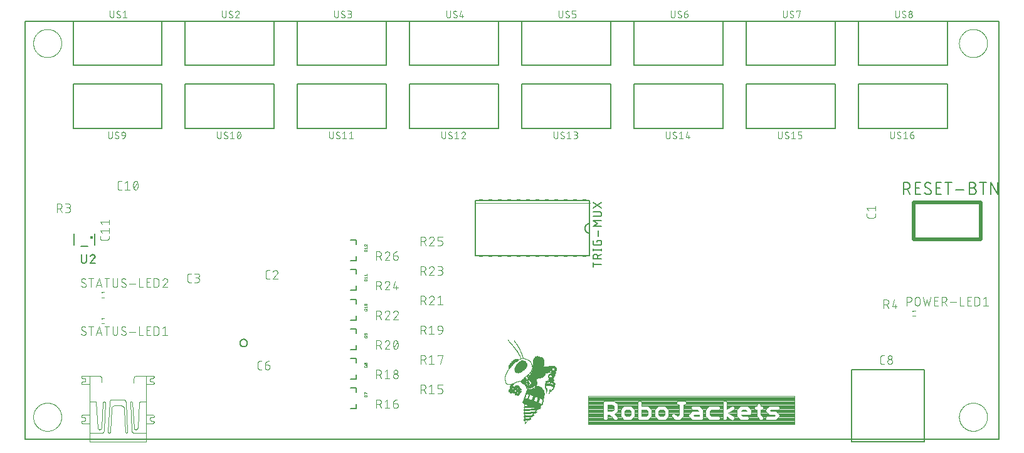
<source format=gto>
G75*
%MOIN*%
%OFA0B0*%
%FSLAX25Y25*%
%IPPOS*%
%LPD*%
%AMOC8*
5,1,8,0,0,1.08239X$1,22.5*
%
%ADD10C,0.00787*%
%ADD11C,0.00000*%
%ADD12C,0.00600*%
%ADD13C,0.00400*%
%ADD14C,0.00200*%
%ADD15C,0.00500*%
%ADD16R,0.02000X0.00500*%
%ADD17C,0.01969*%
%ADD18C,0.00800*%
%ADD19C,0.00100*%
%ADD20C,0.01575*%
%ADD21R,0.00984X0.00886*%
%ADD22R,0.00180X0.00060*%
%ADD23R,0.00300X0.00060*%
%ADD24R,0.00420X0.00060*%
%ADD25R,0.00240X0.00060*%
%ADD26R,0.00240X0.00060*%
%ADD27R,0.00120X0.00060*%
%ADD28R,0.00060X0.00060*%
%ADD29R,0.00780X0.00060*%
%ADD30R,0.01260X0.00060*%
%ADD31R,0.01500X0.00060*%
%ADD32R,0.02220X0.00060*%
%ADD33R,0.02580X0.00060*%
%ADD34R,0.03060X0.00060*%
%ADD35R,0.03300X0.00060*%
%ADD36R,0.03540X0.00060*%
%ADD37R,0.03420X0.00060*%
%ADD38R,0.03180X0.00060*%
%ADD39R,0.02520X0.00060*%
%ADD40R,0.02280X0.00060*%
%ADD41R,0.01740X0.00060*%
%ADD42R,0.01380X0.00060*%
%ADD43R,0.00840X0.00060*%
%ADD44R,0.00480X0.00060*%
%ADD45R,0.00900X0.00060*%
%ADD46R,0.02160X0.00060*%
%ADD47R,0.02940X0.00060*%
%ADD48R,0.03360X0.00060*%
%ADD49R,0.04140X0.00060*%
%ADD50R,0.04560X0.00060*%
%ADD51R,0.04860X0.00060*%
%ADD52R,0.04980X0.00060*%
%ADD53R,0.04920X0.00060*%
%ADD54R,0.03240X0.00060*%
%ADD55R,0.02340X0.00060*%
%ADD56R,0.01980X0.00060*%
%ADD57R,0.01140X0.00060*%
%ADD58R,0.01020X0.00060*%
%ADD59R,0.01080X0.00060*%
%ADD60R,0.02640X0.00060*%
%ADD61R,0.04260X0.00060*%
%ADD62R,0.05100X0.00060*%
%ADD63R,0.05700X0.00060*%
%ADD64R,0.06300X0.00060*%
%ADD65R,0.06360X0.00060*%
%ADD66R,0.06420X0.00060*%
%ADD67R,0.06060X0.00060*%
%ADD68R,0.04740X0.00060*%
%ADD69R,0.02700X0.00060*%
%ADD70R,0.01680X0.00060*%
%ADD71R,0.00120X0.00060*%
%ADD72R,0.00360X0.00060*%
%ADD73R,0.01020X0.00060*%
%ADD74R,0.02820X0.00060*%
%ADD75R,0.04020X0.00060*%
%ADD76R,0.04620X0.00060*%
%ADD77R,0.05820X0.00060*%
%ADD78R,0.07260X0.00060*%
%ADD79R,0.07440X0.00060*%
%ADD80R,0.07380X0.00060*%
%ADD81R,0.06960X0.00060*%
%ADD82R,0.05760X0.00060*%
%ADD83R,0.02100X0.00060*%
%ADD84R,0.02220X0.00060*%
%ADD85R,0.01860X0.00060*%
%ADD86R,0.01440X0.00060*%
%ADD87R,0.03600X0.00060*%
%ADD88R,0.03660X0.00060*%
%ADD89R,0.03480X0.00060*%
%ADD90R,0.03900X0.00060*%
%ADD91R,0.08760X0.00060*%
%ADD92R,0.08820X0.00060*%
%ADD93R,0.08940X0.00060*%
%ADD94R,0.07920X0.00060*%
%ADD95R,0.07140X0.00060*%
%ADD96R,0.05940X0.00060*%
%ADD97R,0.06000X0.00060*%
%ADD98R,0.06480X0.00060*%
%ADD99R,0.06720X0.00060*%
%ADD100R,0.06780X0.00060*%
%ADD101R,0.07500X0.00060*%
%ADD102R,0.07620X0.00060*%
%ADD103R,0.08220X0.00060*%
%ADD104R,0.08280X0.00060*%
%ADD105R,0.08520X0.00060*%
%ADD106R,0.08700X0.00060*%
%ADD107R,0.09420X0.00060*%
%ADD108R,0.09360X0.00060*%
%ADD109R,0.00540X0.00060*%
%ADD110R,0.08640X0.00060*%
%ADD111R,0.00600X0.00060*%
%ADD112R,0.08580X0.00060*%
%ADD113R,0.00540X0.00060*%
%ADD114R,0.00660X0.00060*%
%ADD115R,0.00720X0.00060*%
%ADD116R,0.08460X0.00060*%
%ADD117R,0.00720X0.00060*%
%ADD118R,0.07080X0.00060*%
%ADD119R,0.07020X0.00060*%
%ADD120R,0.06660X0.00060*%
%ADD121R,0.06420X0.00060*%
%ADD122R,0.00960X0.00060*%
%ADD123R,0.06120X0.00060*%
%ADD124R,0.05640X0.00060*%
%ADD125R,0.05580X0.00060*%
%ADD126R,0.01140X0.00060*%
%ADD127R,0.04140X0.00060*%
%ADD128R,0.03780X0.00060*%
%ADD129R,0.03120X0.00060*%
%ADD130R,0.02820X0.00060*%
%ADD131R,0.01560X0.00060*%
%ADD132R,0.01320X0.00060*%
%ADD133R,0.01620X0.00060*%
%ADD134R,0.00840X0.00060*%
%ADD135R,0.01800X0.00060*%
%ADD136R,0.03000X0.00060*%
%ADD137R,0.03720X0.00060*%
%ADD138R,0.03960X0.00060*%
%ADD139R,0.04620X0.00060*%
%ADD140R,0.04680X0.00060*%
%ADD141R,0.05880X0.00060*%
%ADD142R,0.02040X0.00060*%
%ADD143R,0.02400X0.00060*%
%ADD144R,0.07320X0.00060*%
%ADD145R,0.02340X0.00060*%
%ADD146R,0.02460X0.00060*%
%ADD147R,0.07740X0.00060*%
%ADD148R,0.01200X0.00060*%
%ADD149R,0.07860X0.00060*%
%ADD150R,0.07800X0.00060*%
%ADD151R,0.01620X0.00060*%
%ADD152R,0.02040X0.00060*%
%ADD153R,0.06540X0.00060*%
%ADD154R,0.02880X0.00060*%
%ADD155R,0.02940X0.00060*%
%ADD156R,0.05460X0.00060*%
%ADD157R,0.00420X0.00060*%
%ADD158R,0.04320X0.00060*%
%ADD159R,0.05280X0.00060*%
%ADD160R,0.04380X0.00060*%
%ADD161R,0.05220X0.00060*%
%ADD162R,0.04800X0.00060*%
%ADD163R,0.04080X0.00060*%
%ADD164R,0.04440X0.00060*%
%ADD165R,0.04200X0.00060*%
%ADD166R,0.04020X0.00060*%
%ADD167R,0.03540X0.00060*%
%ADD168R,0.04920X0.00060*%
%ADD169R,0.03240X0.00060*%
%ADD170R,0.03120X0.00060*%
%ADD171R,0.06180X0.00060*%
%ADD172R,0.04500X0.00060*%
%ADD173R,0.06900X0.00060*%
%ADD174R,0.01920X0.00060*%
%ADD175R,0.01440X0.00060*%
%ADD176R,0.03720X0.00060*%
%ADD177R,0.03420X0.00060*%
%ADD178R,0.05400X0.00060*%
%ADD179R,0.02520X0.00060*%
%ADD180R,0.02760X0.00060*%
%ADD181R,0.05340X0.00060*%
%ADD182R,0.05340X0.00060*%
%ADD183R,0.02640X0.00060*%
%ADD184R,0.03840X0.00060*%
%ADD185R,0.06240X0.00060*%
%ADD186R,0.06720X0.00060*%
%ADD187R,0.06840X0.00060*%
%ADD188R,0.07020X0.00060*%
%ADD189R,0.07320X0.00060*%
%ADD190R,0.01740X0.00060*%
%ADD191R,0.07620X0.00060*%
%ADD192R,0.07980X0.00060*%
%ADD193R,0.07920X0.00060*%
%ADD194R,0.08040X0.00060*%
%ADD195R,0.08100X0.00060*%
%ADD196R,0.08160X0.00060*%
%ADD197R,0.08220X0.00060*%
%ADD198R,0.09180X0.00060*%
%ADD199R,0.07560X0.00060*%
%ADD200R,0.09300X0.00060*%
%ADD201R,0.09660X0.00060*%
%ADD202R,0.09720X0.00060*%
%ADD203R,0.09780X0.00060*%
%ADD204R,0.09840X0.00060*%
%ADD205R,0.09900X0.00060*%
%ADD206R,0.11040X0.00060*%
%ADD207R,0.10860X0.00060*%
%ADD208R,0.05040X0.00060*%
%ADD209R,0.10920X0.00060*%
%ADD210R,0.10740X0.00060*%
%ADD211R,0.05160X0.00060*%
%ADD212R,0.10680X0.00060*%
%ADD213R,0.06600X0.00060*%
%ADD214R,0.05640X0.00060*%
%ADD215R,0.09060X0.00060*%
%ADD216R,0.05820X0.00060*%
%ADD217R,0.10800X0.00060*%
%ADD218R,0.10980X0.00060*%
%ADD219R,0.11160X0.00060*%
%ADD220R,0.01320X0.00060*%
%ADD221R,0.12780X0.00060*%
%ADD222R,0.05940X0.00060*%
%ADD223R,0.12660X0.00060*%
%ADD224R,0.12720X0.00060*%
%ADD225R,0.01920X0.00060*%
%ADD226R,0.05520X0.00060*%
%ADD227R,0.06240X0.00060*%
%ADD228R,0.05220X0.00060*%
%ADD229R,0.04740X0.00060*%
%ADD230R,0.06120X0.00060*%
%ADD231R,0.05520X0.00060*%
%ADD232C,0.00394*%
D10*
X0001394Y0002628D02*
X0001394Y0225069D01*
X0519110Y0225069D01*
X0519110Y0002628D01*
X0001394Y0002628D01*
X0027378Y0105778D02*
X0027378Y0112077D01*
X0038402Y0112077D02*
X0038402Y0105778D01*
X0034858Y0105384D02*
X0030921Y0105384D01*
D11*
X0005725Y0014439D02*
X0005727Y0014623D01*
X0005734Y0014806D01*
X0005745Y0014989D01*
X0005761Y0015172D01*
X0005781Y0015355D01*
X0005806Y0015537D01*
X0005835Y0015718D01*
X0005869Y0015898D01*
X0005907Y0016078D01*
X0005949Y0016256D01*
X0005996Y0016434D01*
X0006047Y0016610D01*
X0006103Y0016785D01*
X0006162Y0016959D01*
X0006226Y0017131D01*
X0006294Y0017301D01*
X0006367Y0017470D01*
X0006443Y0017637D01*
X0006524Y0017802D01*
X0006608Y0017965D01*
X0006697Y0018126D01*
X0006789Y0018284D01*
X0006885Y0018441D01*
X0006986Y0018595D01*
X0007089Y0018746D01*
X0007197Y0018895D01*
X0007308Y0019041D01*
X0007423Y0019184D01*
X0007541Y0019325D01*
X0007663Y0019462D01*
X0007788Y0019597D01*
X0007916Y0019728D01*
X0008047Y0019856D01*
X0008182Y0019981D01*
X0008319Y0020103D01*
X0008460Y0020221D01*
X0008603Y0020336D01*
X0008749Y0020447D01*
X0008898Y0020555D01*
X0009049Y0020658D01*
X0009203Y0020759D01*
X0009360Y0020855D01*
X0009518Y0020947D01*
X0009679Y0021036D01*
X0009842Y0021120D01*
X0010007Y0021201D01*
X0010174Y0021277D01*
X0010343Y0021350D01*
X0010513Y0021418D01*
X0010685Y0021482D01*
X0010859Y0021541D01*
X0011034Y0021597D01*
X0011210Y0021648D01*
X0011388Y0021695D01*
X0011566Y0021737D01*
X0011746Y0021775D01*
X0011926Y0021809D01*
X0012107Y0021838D01*
X0012289Y0021863D01*
X0012472Y0021883D01*
X0012655Y0021899D01*
X0012838Y0021910D01*
X0013021Y0021917D01*
X0013205Y0021919D01*
X0013389Y0021917D01*
X0013572Y0021910D01*
X0013755Y0021899D01*
X0013938Y0021883D01*
X0014121Y0021863D01*
X0014303Y0021838D01*
X0014484Y0021809D01*
X0014664Y0021775D01*
X0014844Y0021737D01*
X0015022Y0021695D01*
X0015200Y0021648D01*
X0015376Y0021597D01*
X0015551Y0021541D01*
X0015725Y0021482D01*
X0015897Y0021418D01*
X0016067Y0021350D01*
X0016236Y0021277D01*
X0016403Y0021201D01*
X0016568Y0021120D01*
X0016731Y0021036D01*
X0016892Y0020947D01*
X0017050Y0020855D01*
X0017207Y0020759D01*
X0017361Y0020658D01*
X0017512Y0020555D01*
X0017661Y0020447D01*
X0017807Y0020336D01*
X0017950Y0020221D01*
X0018091Y0020103D01*
X0018228Y0019981D01*
X0018363Y0019856D01*
X0018494Y0019728D01*
X0018622Y0019597D01*
X0018747Y0019462D01*
X0018869Y0019325D01*
X0018987Y0019184D01*
X0019102Y0019041D01*
X0019213Y0018895D01*
X0019321Y0018746D01*
X0019424Y0018595D01*
X0019525Y0018441D01*
X0019621Y0018284D01*
X0019713Y0018126D01*
X0019802Y0017965D01*
X0019886Y0017802D01*
X0019967Y0017637D01*
X0020043Y0017470D01*
X0020116Y0017301D01*
X0020184Y0017131D01*
X0020248Y0016959D01*
X0020307Y0016785D01*
X0020363Y0016610D01*
X0020414Y0016434D01*
X0020461Y0016256D01*
X0020503Y0016078D01*
X0020541Y0015898D01*
X0020575Y0015718D01*
X0020604Y0015537D01*
X0020629Y0015355D01*
X0020649Y0015172D01*
X0020665Y0014989D01*
X0020676Y0014806D01*
X0020683Y0014623D01*
X0020685Y0014439D01*
X0020683Y0014255D01*
X0020676Y0014072D01*
X0020665Y0013889D01*
X0020649Y0013706D01*
X0020629Y0013523D01*
X0020604Y0013341D01*
X0020575Y0013160D01*
X0020541Y0012980D01*
X0020503Y0012800D01*
X0020461Y0012622D01*
X0020414Y0012444D01*
X0020363Y0012268D01*
X0020307Y0012093D01*
X0020248Y0011919D01*
X0020184Y0011747D01*
X0020116Y0011577D01*
X0020043Y0011408D01*
X0019967Y0011241D01*
X0019886Y0011076D01*
X0019802Y0010913D01*
X0019713Y0010752D01*
X0019621Y0010594D01*
X0019525Y0010437D01*
X0019424Y0010283D01*
X0019321Y0010132D01*
X0019213Y0009983D01*
X0019102Y0009837D01*
X0018987Y0009694D01*
X0018869Y0009553D01*
X0018747Y0009416D01*
X0018622Y0009281D01*
X0018494Y0009150D01*
X0018363Y0009022D01*
X0018228Y0008897D01*
X0018091Y0008775D01*
X0017950Y0008657D01*
X0017807Y0008542D01*
X0017661Y0008431D01*
X0017512Y0008323D01*
X0017361Y0008220D01*
X0017207Y0008119D01*
X0017050Y0008023D01*
X0016892Y0007931D01*
X0016731Y0007842D01*
X0016568Y0007758D01*
X0016403Y0007677D01*
X0016236Y0007601D01*
X0016067Y0007528D01*
X0015897Y0007460D01*
X0015725Y0007396D01*
X0015551Y0007337D01*
X0015376Y0007281D01*
X0015200Y0007230D01*
X0015022Y0007183D01*
X0014844Y0007141D01*
X0014664Y0007103D01*
X0014484Y0007069D01*
X0014303Y0007040D01*
X0014121Y0007015D01*
X0013938Y0006995D01*
X0013755Y0006979D01*
X0013572Y0006968D01*
X0013389Y0006961D01*
X0013205Y0006959D01*
X0013021Y0006961D01*
X0012838Y0006968D01*
X0012655Y0006979D01*
X0012472Y0006995D01*
X0012289Y0007015D01*
X0012107Y0007040D01*
X0011926Y0007069D01*
X0011746Y0007103D01*
X0011566Y0007141D01*
X0011388Y0007183D01*
X0011210Y0007230D01*
X0011034Y0007281D01*
X0010859Y0007337D01*
X0010685Y0007396D01*
X0010513Y0007460D01*
X0010343Y0007528D01*
X0010174Y0007601D01*
X0010007Y0007677D01*
X0009842Y0007758D01*
X0009679Y0007842D01*
X0009518Y0007931D01*
X0009360Y0008023D01*
X0009203Y0008119D01*
X0009049Y0008220D01*
X0008898Y0008323D01*
X0008749Y0008431D01*
X0008603Y0008542D01*
X0008460Y0008657D01*
X0008319Y0008775D01*
X0008182Y0008897D01*
X0008047Y0009022D01*
X0007916Y0009150D01*
X0007788Y0009281D01*
X0007663Y0009416D01*
X0007541Y0009553D01*
X0007423Y0009694D01*
X0007308Y0009837D01*
X0007197Y0009983D01*
X0007089Y0010132D01*
X0006986Y0010283D01*
X0006885Y0010437D01*
X0006789Y0010594D01*
X0006697Y0010752D01*
X0006608Y0010913D01*
X0006524Y0011076D01*
X0006443Y0011241D01*
X0006367Y0011408D01*
X0006294Y0011577D01*
X0006226Y0011747D01*
X0006162Y0011919D01*
X0006103Y0012093D01*
X0006047Y0012268D01*
X0005996Y0012444D01*
X0005949Y0012622D01*
X0005907Y0012800D01*
X0005869Y0012980D01*
X0005835Y0013160D01*
X0005806Y0013341D01*
X0005781Y0013523D01*
X0005761Y0013706D01*
X0005745Y0013889D01*
X0005734Y0014072D01*
X0005727Y0014255D01*
X0005725Y0014439D01*
X0005725Y0213258D02*
X0005727Y0213442D01*
X0005734Y0213625D01*
X0005745Y0213808D01*
X0005761Y0213991D01*
X0005781Y0214174D01*
X0005806Y0214356D01*
X0005835Y0214537D01*
X0005869Y0214717D01*
X0005907Y0214897D01*
X0005949Y0215075D01*
X0005996Y0215253D01*
X0006047Y0215429D01*
X0006103Y0215604D01*
X0006162Y0215778D01*
X0006226Y0215950D01*
X0006294Y0216120D01*
X0006367Y0216289D01*
X0006443Y0216456D01*
X0006524Y0216621D01*
X0006608Y0216784D01*
X0006697Y0216945D01*
X0006789Y0217103D01*
X0006885Y0217260D01*
X0006986Y0217414D01*
X0007089Y0217565D01*
X0007197Y0217714D01*
X0007308Y0217860D01*
X0007423Y0218003D01*
X0007541Y0218144D01*
X0007663Y0218281D01*
X0007788Y0218416D01*
X0007916Y0218547D01*
X0008047Y0218675D01*
X0008182Y0218800D01*
X0008319Y0218922D01*
X0008460Y0219040D01*
X0008603Y0219155D01*
X0008749Y0219266D01*
X0008898Y0219374D01*
X0009049Y0219477D01*
X0009203Y0219578D01*
X0009360Y0219674D01*
X0009518Y0219766D01*
X0009679Y0219855D01*
X0009842Y0219939D01*
X0010007Y0220020D01*
X0010174Y0220096D01*
X0010343Y0220169D01*
X0010513Y0220237D01*
X0010685Y0220301D01*
X0010859Y0220360D01*
X0011034Y0220416D01*
X0011210Y0220467D01*
X0011388Y0220514D01*
X0011566Y0220556D01*
X0011746Y0220594D01*
X0011926Y0220628D01*
X0012107Y0220657D01*
X0012289Y0220682D01*
X0012472Y0220702D01*
X0012655Y0220718D01*
X0012838Y0220729D01*
X0013021Y0220736D01*
X0013205Y0220738D01*
X0013389Y0220736D01*
X0013572Y0220729D01*
X0013755Y0220718D01*
X0013938Y0220702D01*
X0014121Y0220682D01*
X0014303Y0220657D01*
X0014484Y0220628D01*
X0014664Y0220594D01*
X0014844Y0220556D01*
X0015022Y0220514D01*
X0015200Y0220467D01*
X0015376Y0220416D01*
X0015551Y0220360D01*
X0015725Y0220301D01*
X0015897Y0220237D01*
X0016067Y0220169D01*
X0016236Y0220096D01*
X0016403Y0220020D01*
X0016568Y0219939D01*
X0016731Y0219855D01*
X0016892Y0219766D01*
X0017050Y0219674D01*
X0017207Y0219578D01*
X0017361Y0219477D01*
X0017512Y0219374D01*
X0017661Y0219266D01*
X0017807Y0219155D01*
X0017950Y0219040D01*
X0018091Y0218922D01*
X0018228Y0218800D01*
X0018363Y0218675D01*
X0018494Y0218547D01*
X0018622Y0218416D01*
X0018747Y0218281D01*
X0018869Y0218144D01*
X0018987Y0218003D01*
X0019102Y0217860D01*
X0019213Y0217714D01*
X0019321Y0217565D01*
X0019424Y0217414D01*
X0019525Y0217260D01*
X0019621Y0217103D01*
X0019713Y0216945D01*
X0019802Y0216784D01*
X0019886Y0216621D01*
X0019967Y0216456D01*
X0020043Y0216289D01*
X0020116Y0216120D01*
X0020184Y0215950D01*
X0020248Y0215778D01*
X0020307Y0215604D01*
X0020363Y0215429D01*
X0020414Y0215253D01*
X0020461Y0215075D01*
X0020503Y0214897D01*
X0020541Y0214717D01*
X0020575Y0214537D01*
X0020604Y0214356D01*
X0020629Y0214174D01*
X0020649Y0213991D01*
X0020665Y0213808D01*
X0020676Y0213625D01*
X0020683Y0213442D01*
X0020685Y0213258D01*
X0020683Y0213074D01*
X0020676Y0212891D01*
X0020665Y0212708D01*
X0020649Y0212525D01*
X0020629Y0212342D01*
X0020604Y0212160D01*
X0020575Y0211979D01*
X0020541Y0211799D01*
X0020503Y0211619D01*
X0020461Y0211441D01*
X0020414Y0211263D01*
X0020363Y0211087D01*
X0020307Y0210912D01*
X0020248Y0210738D01*
X0020184Y0210566D01*
X0020116Y0210396D01*
X0020043Y0210227D01*
X0019967Y0210060D01*
X0019886Y0209895D01*
X0019802Y0209732D01*
X0019713Y0209571D01*
X0019621Y0209413D01*
X0019525Y0209256D01*
X0019424Y0209102D01*
X0019321Y0208951D01*
X0019213Y0208802D01*
X0019102Y0208656D01*
X0018987Y0208513D01*
X0018869Y0208372D01*
X0018747Y0208235D01*
X0018622Y0208100D01*
X0018494Y0207969D01*
X0018363Y0207841D01*
X0018228Y0207716D01*
X0018091Y0207594D01*
X0017950Y0207476D01*
X0017807Y0207361D01*
X0017661Y0207250D01*
X0017512Y0207142D01*
X0017361Y0207039D01*
X0017207Y0206938D01*
X0017050Y0206842D01*
X0016892Y0206750D01*
X0016731Y0206661D01*
X0016568Y0206577D01*
X0016403Y0206496D01*
X0016236Y0206420D01*
X0016067Y0206347D01*
X0015897Y0206279D01*
X0015725Y0206215D01*
X0015551Y0206156D01*
X0015376Y0206100D01*
X0015200Y0206049D01*
X0015022Y0206002D01*
X0014844Y0205960D01*
X0014664Y0205922D01*
X0014484Y0205888D01*
X0014303Y0205859D01*
X0014121Y0205834D01*
X0013938Y0205814D01*
X0013755Y0205798D01*
X0013572Y0205787D01*
X0013389Y0205780D01*
X0013205Y0205778D01*
X0013021Y0205780D01*
X0012838Y0205787D01*
X0012655Y0205798D01*
X0012472Y0205814D01*
X0012289Y0205834D01*
X0012107Y0205859D01*
X0011926Y0205888D01*
X0011746Y0205922D01*
X0011566Y0205960D01*
X0011388Y0206002D01*
X0011210Y0206049D01*
X0011034Y0206100D01*
X0010859Y0206156D01*
X0010685Y0206215D01*
X0010513Y0206279D01*
X0010343Y0206347D01*
X0010174Y0206420D01*
X0010007Y0206496D01*
X0009842Y0206577D01*
X0009679Y0206661D01*
X0009518Y0206750D01*
X0009360Y0206842D01*
X0009203Y0206938D01*
X0009049Y0207039D01*
X0008898Y0207142D01*
X0008749Y0207250D01*
X0008603Y0207361D01*
X0008460Y0207476D01*
X0008319Y0207594D01*
X0008182Y0207716D01*
X0008047Y0207841D01*
X0007916Y0207969D01*
X0007788Y0208100D01*
X0007663Y0208235D01*
X0007541Y0208372D01*
X0007423Y0208513D01*
X0007308Y0208656D01*
X0007197Y0208802D01*
X0007089Y0208951D01*
X0006986Y0209102D01*
X0006885Y0209256D01*
X0006789Y0209413D01*
X0006697Y0209571D01*
X0006608Y0209732D01*
X0006524Y0209895D01*
X0006443Y0210060D01*
X0006367Y0210227D01*
X0006294Y0210396D01*
X0006226Y0210566D01*
X0006162Y0210738D01*
X0006103Y0210912D01*
X0006047Y0211087D01*
X0005996Y0211263D01*
X0005949Y0211441D01*
X0005907Y0211619D01*
X0005869Y0211799D01*
X0005835Y0211979D01*
X0005806Y0212160D01*
X0005781Y0212342D01*
X0005761Y0212525D01*
X0005745Y0212708D01*
X0005734Y0212891D01*
X0005727Y0213074D01*
X0005725Y0213258D01*
X0497851Y0213258D02*
X0497853Y0213442D01*
X0497860Y0213625D01*
X0497871Y0213808D01*
X0497887Y0213991D01*
X0497907Y0214174D01*
X0497932Y0214356D01*
X0497961Y0214537D01*
X0497995Y0214717D01*
X0498033Y0214897D01*
X0498075Y0215075D01*
X0498122Y0215253D01*
X0498173Y0215429D01*
X0498229Y0215604D01*
X0498288Y0215778D01*
X0498352Y0215950D01*
X0498420Y0216120D01*
X0498493Y0216289D01*
X0498569Y0216456D01*
X0498650Y0216621D01*
X0498734Y0216784D01*
X0498823Y0216945D01*
X0498915Y0217103D01*
X0499011Y0217260D01*
X0499112Y0217414D01*
X0499215Y0217565D01*
X0499323Y0217714D01*
X0499434Y0217860D01*
X0499549Y0218003D01*
X0499667Y0218144D01*
X0499789Y0218281D01*
X0499914Y0218416D01*
X0500042Y0218547D01*
X0500173Y0218675D01*
X0500308Y0218800D01*
X0500445Y0218922D01*
X0500586Y0219040D01*
X0500729Y0219155D01*
X0500875Y0219266D01*
X0501024Y0219374D01*
X0501175Y0219477D01*
X0501329Y0219578D01*
X0501486Y0219674D01*
X0501644Y0219766D01*
X0501805Y0219855D01*
X0501968Y0219939D01*
X0502133Y0220020D01*
X0502300Y0220096D01*
X0502469Y0220169D01*
X0502639Y0220237D01*
X0502811Y0220301D01*
X0502985Y0220360D01*
X0503160Y0220416D01*
X0503336Y0220467D01*
X0503514Y0220514D01*
X0503692Y0220556D01*
X0503872Y0220594D01*
X0504052Y0220628D01*
X0504233Y0220657D01*
X0504415Y0220682D01*
X0504598Y0220702D01*
X0504781Y0220718D01*
X0504964Y0220729D01*
X0505147Y0220736D01*
X0505331Y0220738D01*
X0505515Y0220736D01*
X0505698Y0220729D01*
X0505881Y0220718D01*
X0506064Y0220702D01*
X0506247Y0220682D01*
X0506429Y0220657D01*
X0506610Y0220628D01*
X0506790Y0220594D01*
X0506970Y0220556D01*
X0507148Y0220514D01*
X0507326Y0220467D01*
X0507502Y0220416D01*
X0507677Y0220360D01*
X0507851Y0220301D01*
X0508023Y0220237D01*
X0508193Y0220169D01*
X0508362Y0220096D01*
X0508529Y0220020D01*
X0508694Y0219939D01*
X0508857Y0219855D01*
X0509018Y0219766D01*
X0509176Y0219674D01*
X0509333Y0219578D01*
X0509487Y0219477D01*
X0509638Y0219374D01*
X0509787Y0219266D01*
X0509933Y0219155D01*
X0510076Y0219040D01*
X0510217Y0218922D01*
X0510354Y0218800D01*
X0510489Y0218675D01*
X0510620Y0218547D01*
X0510748Y0218416D01*
X0510873Y0218281D01*
X0510995Y0218144D01*
X0511113Y0218003D01*
X0511228Y0217860D01*
X0511339Y0217714D01*
X0511447Y0217565D01*
X0511550Y0217414D01*
X0511651Y0217260D01*
X0511747Y0217103D01*
X0511839Y0216945D01*
X0511928Y0216784D01*
X0512012Y0216621D01*
X0512093Y0216456D01*
X0512169Y0216289D01*
X0512242Y0216120D01*
X0512310Y0215950D01*
X0512374Y0215778D01*
X0512433Y0215604D01*
X0512489Y0215429D01*
X0512540Y0215253D01*
X0512587Y0215075D01*
X0512629Y0214897D01*
X0512667Y0214717D01*
X0512701Y0214537D01*
X0512730Y0214356D01*
X0512755Y0214174D01*
X0512775Y0213991D01*
X0512791Y0213808D01*
X0512802Y0213625D01*
X0512809Y0213442D01*
X0512811Y0213258D01*
X0512809Y0213074D01*
X0512802Y0212891D01*
X0512791Y0212708D01*
X0512775Y0212525D01*
X0512755Y0212342D01*
X0512730Y0212160D01*
X0512701Y0211979D01*
X0512667Y0211799D01*
X0512629Y0211619D01*
X0512587Y0211441D01*
X0512540Y0211263D01*
X0512489Y0211087D01*
X0512433Y0210912D01*
X0512374Y0210738D01*
X0512310Y0210566D01*
X0512242Y0210396D01*
X0512169Y0210227D01*
X0512093Y0210060D01*
X0512012Y0209895D01*
X0511928Y0209732D01*
X0511839Y0209571D01*
X0511747Y0209413D01*
X0511651Y0209256D01*
X0511550Y0209102D01*
X0511447Y0208951D01*
X0511339Y0208802D01*
X0511228Y0208656D01*
X0511113Y0208513D01*
X0510995Y0208372D01*
X0510873Y0208235D01*
X0510748Y0208100D01*
X0510620Y0207969D01*
X0510489Y0207841D01*
X0510354Y0207716D01*
X0510217Y0207594D01*
X0510076Y0207476D01*
X0509933Y0207361D01*
X0509787Y0207250D01*
X0509638Y0207142D01*
X0509487Y0207039D01*
X0509333Y0206938D01*
X0509176Y0206842D01*
X0509018Y0206750D01*
X0508857Y0206661D01*
X0508694Y0206577D01*
X0508529Y0206496D01*
X0508362Y0206420D01*
X0508193Y0206347D01*
X0508023Y0206279D01*
X0507851Y0206215D01*
X0507677Y0206156D01*
X0507502Y0206100D01*
X0507326Y0206049D01*
X0507148Y0206002D01*
X0506970Y0205960D01*
X0506790Y0205922D01*
X0506610Y0205888D01*
X0506429Y0205859D01*
X0506247Y0205834D01*
X0506064Y0205814D01*
X0505881Y0205798D01*
X0505698Y0205787D01*
X0505515Y0205780D01*
X0505331Y0205778D01*
X0505147Y0205780D01*
X0504964Y0205787D01*
X0504781Y0205798D01*
X0504598Y0205814D01*
X0504415Y0205834D01*
X0504233Y0205859D01*
X0504052Y0205888D01*
X0503872Y0205922D01*
X0503692Y0205960D01*
X0503514Y0206002D01*
X0503336Y0206049D01*
X0503160Y0206100D01*
X0502985Y0206156D01*
X0502811Y0206215D01*
X0502639Y0206279D01*
X0502469Y0206347D01*
X0502300Y0206420D01*
X0502133Y0206496D01*
X0501968Y0206577D01*
X0501805Y0206661D01*
X0501644Y0206750D01*
X0501486Y0206842D01*
X0501329Y0206938D01*
X0501175Y0207039D01*
X0501024Y0207142D01*
X0500875Y0207250D01*
X0500729Y0207361D01*
X0500586Y0207476D01*
X0500445Y0207594D01*
X0500308Y0207716D01*
X0500173Y0207841D01*
X0500042Y0207969D01*
X0499914Y0208100D01*
X0499789Y0208235D01*
X0499667Y0208372D01*
X0499549Y0208513D01*
X0499434Y0208656D01*
X0499323Y0208802D01*
X0499215Y0208951D01*
X0499112Y0209102D01*
X0499011Y0209256D01*
X0498915Y0209413D01*
X0498823Y0209571D01*
X0498734Y0209732D01*
X0498650Y0209895D01*
X0498569Y0210060D01*
X0498493Y0210227D01*
X0498420Y0210396D01*
X0498352Y0210566D01*
X0498288Y0210738D01*
X0498229Y0210912D01*
X0498173Y0211087D01*
X0498122Y0211263D01*
X0498075Y0211441D01*
X0498033Y0211619D01*
X0497995Y0211799D01*
X0497961Y0211979D01*
X0497932Y0212160D01*
X0497907Y0212342D01*
X0497887Y0212525D01*
X0497871Y0212708D01*
X0497860Y0212891D01*
X0497853Y0213074D01*
X0497851Y0213258D01*
X0497851Y0014439D02*
X0497853Y0014623D01*
X0497860Y0014806D01*
X0497871Y0014989D01*
X0497887Y0015172D01*
X0497907Y0015355D01*
X0497932Y0015537D01*
X0497961Y0015718D01*
X0497995Y0015898D01*
X0498033Y0016078D01*
X0498075Y0016256D01*
X0498122Y0016434D01*
X0498173Y0016610D01*
X0498229Y0016785D01*
X0498288Y0016959D01*
X0498352Y0017131D01*
X0498420Y0017301D01*
X0498493Y0017470D01*
X0498569Y0017637D01*
X0498650Y0017802D01*
X0498734Y0017965D01*
X0498823Y0018126D01*
X0498915Y0018284D01*
X0499011Y0018441D01*
X0499112Y0018595D01*
X0499215Y0018746D01*
X0499323Y0018895D01*
X0499434Y0019041D01*
X0499549Y0019184D01*
X0499667Y0019325D01*
X0499789Y0019462D01*
X0499914Y0019597D01*
X0500042Y0019728D01*
X0500173Y0019856D01*
X0500308Y0019981D01*
X0500445Y0020103D01*
X0500586Y0020221D01*
X0500729Y0020336D01*
X0500875Y0020447D01*
X0501024Y0020555D01*
X0501175Y0020658D01*
X0501329Y0020759D01*
X0501486Y0020855D01*
X0501644Y0020947D01*
X0501805Y0021036D01*
X0501968Y0021120D01*
X0502133Y0021201D01*
X0502300Y0021277D01*
X0502469Y0021350D01*
X0502639Y0021418D01*
X0502811Y0021482D01*
X0502985Y0021541D01*
X0503160Y0021597D01*
X0503336Y0021648D01*
X0503514Y0021695D01*
X0503692Y0021737D01*
X0503872Y0021775D01*
X0504052Y0021809D01*
X0504233Y0021838D01*
X0504415Y0021863D01*
X0504598Y0021883D01*
X0504781Y0021899D01*
X0504964Y0021910D01*
X0505147Y0021917D01*
X0505331Y0021919D01*
X0505515Y0021917D01*
X0505698Y0021910D01*
X0505881Y0021899D01*
X0506064Y0021883D01*
X0506247Y0021863D01*
X0506429Y0021838D01*
X0506610Y0021809D01*
X0506790Y0021775D01*
X0506970Y0021737D01*
X0507148Y0021695D01*
X0507326Y0021648D01*
X0507502Y0021597D01*
X0507677Y0021541D01*
X0507851Y0021482D01*
X0508023Y0021418D01*
X0508193Y0021350D01*
X0508362Y0021277D01*
X0508529Y0021201D01*
X0508694Y0021120D01*
X0508857Y0021036D01*
X0509018Y0020947D01*
X0509176Y0020855D01*
X0509333Y0020759D01*
X0509487Y0020658D01*
X0509638Y0020555D01*
X0509787Y0020447D01*
X0509933Y0020336D01*
X0510076Y0020221D01*
X0510217Y0020103D01*
X0510354Y0019981D01*
X0510489Y0019856D01*
X0510620Y0019728D01*
X0510748Y0019597D01*
X0510873Y0019462D01*
X0510995Y0019325D01*
X0511113Y0019184D01*
X0511228Y0019041D01*
X0511339Y0018895D01*
X0511447Y0018746D01*
X0511550Y0018595D01*
X0511651Y0018441D01*
X0511747Y0018284D01*
X0511839Y0018126D01*
X0511928Y0017965D01*
X0512012Y0017802D01*
X0512093Y0017637D01*
X0512169Y0017470D01*
X0512242Y0017301D01*
X0512310Y0017131D01*
X0512374Y0016959D01*
X0512433Y0016785D01*
X0512489Y0016610D01*
X0512540Y0016434D01*
X0512587Y0016256D01*
X0512629Y0016078D01*
X0512667Y0015898D01*
X0512701Y0015718D01*
X0512730Y0015537D01*
X0512755Y0015355D01*
X0512775Y0015172D01*
X0512791Y0014989D01*
X0512802Y0014806D01*
X0512809Y0014623D01*
X0512811Y0014439D01*
X0512809Y0014255D01*
X0512802Y0014072D01*
X0512791Y0013889D01*
X0512775Y0013706D01*
X0512755Y0013523D01*
X0512730Y0013341D01*
X0512701Y0013160D01*
X0512667Y0012980D01*
X0512629Y0012800D01*
X0512587Y0012622D01*
X0512540Y0012444D01*
X0512489Y0012268D01*
X0512433Y0012093D01*
X0512374Y0011919D01*
X0512310Y0011747D01*
X0512242Y0011577D01*
X0512169Y0011408D01*
X0512093Y0011241D01*
X0512012Y0011076D01*
X0511928Y0010913D01*
X0511839Y0010752D01*
X0511747Y0010594D01*
X0511651Y0010437D01*
X0511550Y0010283D01*
X0511447Y0010132D01*
X0511339Y0009983D01*
X0511228Y0009837D01*
X0511113Y0009694D01*
X0510995Y0009553D01*
X0510873Y0009416D01*
X0510748Y0009281D01*
X0510620Y0009150D01*
X0510489Y0009022D01*
X0510354Y0008897D01*
X0510217Y0008775D01*
X0510076Y0008657D01*
X0509933Y0008542D01*
X0509787Y0008431D01*
X0509638Y0008323D01*
X0509487Y0008220D01*
X0509333Y0008119D01*
X0509176Y0008023D01*
X0509018Y0007931D01*
X0508857Y0007842D01*
X0508694Y0007758D01*
X0508529Y0007677D01*
X0508362Y0007601D01*
X0508193Y0007528D01*
X0508023Y0007460D01*
X0507851Y0007396D01*
X0507677Y0007337D01*
X0507502Y0007281D01*
X0507326Y0007230D01*
X0507148Y0007183D01*
X0506970Y0007141D01*
X0506790Y0007103D01*
X0506610Y0007069D01*
X0506429Y0007040D01*
X0506247Y0007015D01*
X0506064Y0006995D01*
X0505881Y0006979D01*
X0505698Y0006968D01*
X0505515Y0006961D01*
X0505331Y0006959D01*
X0505147Y0006961D01*
X0504964Y0006968D01*
X0504781Y0006979D01*
X0504598Y0006995D01*
X0504415Y0007015D01*
X0504233Y0007040D01*
X0504052Y0007069D01*
X0503872Y0007103D01*
X0503692Y0007141D01*
X0503514Y0007183D01*
X0503336Y0007230D01*
X0503160Y0007281D01*
X0502985Y0007337D01*
X0502811Y0007396D01*
X0502639Y0007460D01*
X0502469Y0007528D01*
X0502300Y0007601D01*
X0502133Y0007677D01*
X0501968Y0007758D01*
X0501805Y0007842D01*
X0501644Y0007931D01*
X0501486Y0008023D01*
X0501329Y0008119D01*
X0501175Y0008220D01*
X0501024Y0008323D01*
X0500875Y0008431D01*
X0500729Y0008542D01*
X0500586Y0008657D01*
X0500445Y0008775D01*
X0500308Y0008897D01*
X0500173Y0009022D01*
X0500042Y0009150D01*
X0499914Y0009281D01*
X0499789Y0009416D01*
X0499667Y0009553D01*
X0499549Y0009694D01*
X0499434Y0009837D01*
X0499323Y0009983D01*
X0499215Y0010132D01*
X0499112Y0010283D01*
X0499011Y0010437D01*
X0498915Y0010594D01*
X0498823Y0010752D01*
X0498734Y0010913D01*
X0498650Y0011076D01*
X0498569Y0011241D01*
X0498493Y0011408D01*
X0498420Y0011577D01*
X0498352Y0011747D01*
X0498288Y0011919D01*
X0498229Y0012093D01*
X0498173Y0012268D01*
X0498122Y0012444D01*
X0498075Y0012622D01*
X0498033Y0012800D01*
X0497995Y0012980D01*
X0497961Y0013160D01*
X0497932Y0013341D01*
X0497907Y0013523D01*
X0497887Y0013706D01*
X0497871Y0013889D01*
X0497860Y0014072D01*
X0497853Y0014255D01*
X0497851Y0014439D01*
D12*
X0301492Y0100167D02*
X0301492Y0112313D01*
X0301492Y0117352D01*
X0301492Y0129596D01*
X0240665Y0129596D01*
X0240665Y0100167D01*
X0301492Y0100167D01*
X0301492Y0112313D02*
X0301393Y0112315D01*
X0301294Y0112321D01*
X0301196Y0112330D01*
X0301098Y0112344D01*
X0301000Y0112361D01*
X0300904Y0112383D01*
X0300808Y0112408D01*
X0300713Y0112436D01*
X0300620Y0112469D01*
X0300528Y0112505D01*
X0300437Y0112544D01*
X0300348Y0112588D01*
X0300261Y0112634D01*
X0300175Y0112684D01*
X0300092Y0112738D01*
X0300011Y0112794D01*
X0299932Y0112854D01*
X0299855Y0112917D01*
X0299781Y0112983D01*
X0299710Y0113051D01*
X0299642Y0113122D01*
X0299576Y0113196D01*
X0299513Y0113273D01*
X0299453Y0113352D01*
X0299397Y0113433D01*
X0299343Y0113516D01*
X0299293Y0113602D01*
X0299247Y0113689D01*
X0299203Y0113778D01*
X0299164Y0113869D01*
X0299128Y0113961D01*
X0299095Y0114054D01*
X0299067Y0114149D01*
X0299042Y0114245D01*
X0299020Y0114341D01*
X0299003Y0114439D01*
X0298989Y0114537D01*
X0298980Y0114635D01*
X0298974Y0114734D01*
X0298972Y0114833D01*
X0298974Y0114932D01*
X0298980Y0115031D01*
X0298989Y0115129D01*
X0299003Y0115227D01*
X0299020Y0115325D01*
X0299042Y0115421D01*
X0299067Y0115517D01*
X0299095Y0115612D01*
X0299128Y0115705D01*
X0299164Y0115797D01*
X0299203Y0115888D01*
X0299247Y0115977D01*
X0299293Y0116064D01*
X0299343Y0116150D01*
X0299397Y0116233D01*
X0299453Y0116314D01*
X0299513Y0116393D01*
X0299576Y0116470D01*
X0299642Y0116544D01*
X0299710Y0116615D01*
X0299781Y0116683D01*
X0299855Y0116749D01*
X0299932Y0116812D01*
X0300011Y0116872D01*
X0300092Y0116928D01*
X0300175Y0116982D01*
X0300261Y0117032D01*
X0300348Y0117078D01*
X0300437Y0117122D01*
X0300528Y0117161D01*
X0300620Y0117197D01*
X0300713Y0117230D01*
X0300808Y0117258D01*
X0300904Y0117283D01*
X0301000Y0117305D01*
X0301098Y0117322D01*
X0301196Y0117336D01*
X0301294Y0117345D01*
X0301393Y0117351D01*
X0301492Y0117353D01*
X0468229Y0132849D02*
X0468229Y0139249D01*
X0470007Y0139249D01*
X0470090Y0139247D01*
X0470173Y0139241D01*
X0470256Y0139231D01*
X0470339Y0139218D01*
X0470420Y0139200D01*
X0470501Y0139179D01*
X0470580Y0139154D01*
X0470658Y0139125D01*
X0470735Y0139093D01*
X0470810Y0139057D01*
X0470884Y0139018D01*
X0470955Y0138975D01*
X0471025Y0138929D01*
X0471092Y0138879D01*
X0471157Y0138827D01*
X0471219Y0138772D01*
X0471279Y0138713D01*
X0471336Y0138652D01*
X0471390Y0138589D01*
X0471441Y0138523D01*
X0471488Y0138454D01*
X0471533Y0138384D01*
X0471574Y0138311D01*
X0471611Y0138237D01*
X0471646Y0138161D01*
X0471676Y0138083D01*
X0471703Y0138005D01*
X0471726Y0137924D01*
X0471746Y0137843D01*
X0471761Y0137761D01*
X0471773Y0137679D01*
X0471781Y0137596D01*
X0471785Y0137513D01*
X0471785Y0137429D01*
X0471781Y0137346D01*
X0471773Y0137263D01*
X0471761Y0137181D01*
X0471746Y0137099D01*
X0471726Y0137018D01*
X0471703Y0136937D01*
X0471676Y0136859D01*
X0471646Y0136781D01*
X0471611Y0136705D01*
X0471574Y0136631D01*
X0471533Y0136558D01*
X0471488Y0136488D01*
X0471441Y0136419D01*
X0471390Y0136353D01*
X0471336Y0136290D01*
X0471279Y0136229D01*
X0471219Y0136170D01*
X0471157Y0136115D01*
X0471092Y0136063D01*
X0471025Y0136013D01*
X0470955Y0135967D01*
X0470884Y0135924D01*
X0470810Y0135885D01*
X0470735Y0135849D01*
X0470658Y0135817D01*
X0470580Y0135788D01*
X0470501Y0135763D01*
X0470420Y0135742D01*
X0470339Y0135724D01*
X0470256Y0135711D01*
X0470173Y0135701D01*
X0470090Y0135695D01*
X0470007Y0135693D01*
X0470007Y0135694D02*
X0468229Y0135694D01*
X0470362Y0135694D02*
X0471785Y0132849D01*
X0474564Y0132849D02*
X0474564Y0139249D01*
X0477408Y0139249D01*
X0476697Y0136405D02*
X0474564Y0136405D01*
X0474564Y0132849D02*
X0477408Y0132849D01*
X0482320Y0135515D02*
X0482384Y0135475D01*
X0482445Y0135432D01*
X0482504Y0135386D01*
X0482561Y0135337D01*
X0482615Y0135285D01*
X0482666Y0135231D01*
X0482714Y0135173D01*
X0482760Y0135114D01*
X0482802Y0135052D01*
X0482841Y0134987D01*
X0482876Y0134921D01*
X0482908Y0134854D01*
X0482937Y0134784D01*
X0482962Y0134714D01*
X0482983Y0134642D01*
X0483000Y0134569D01*
X0483014Y0134495D01*
X0483023Y0134421D01*
X0483029Y0134346D01*
X0483031Y0134271D01*
X0483029Y0134197D01*
X0483023Y0134122D01*
X0483013Y0134049D01*
X0483000Y0133975D01*
X0482983Y0133903D01*
X0482961Y0133832D01*
X0482937Y0133761D01*
X0482908Y0133693D01*
X0482876Y0133625D01*
X0482840Y0133560D01*
X0482802Y0133497D01*
X0482759Y0133435D01*
X0482714Y0133376D01*
X0482666Y0133319D01*
X0482615Y0133265D01*
X0482561Y0133214D01*
X0482504Y0133166D01*
X0482445Y0133121D01*
X0482383Y0133078D01*
X0482320Y0133040D01*
X0482255Y0133004D01*
X0482187Y0132972D01*
X0482119Y0132943D01*
X0482048Y0132919D01*
X0481977Y0132897D01*
X0481905Y0132880D01*
X0481831Y0132867D01*
X0481758Y0132857D01*
X0481683Y0132851D01*
X0481609Y0132849D01*
X0485641Y0132849D02*
X0485641Y0139249D01*
X0488486Y0139249D01*
X0490348Y0139249D02*
X0493903Y0139249D01*
X0492125Y0139249D02*
X0492125Y0132849D01*
X0488486Y0132849D02*
X0485641Y0132849D01*
X0485641Y0136405D02*
X0487775Y0136405D01*
X0482320Y0135516D02*
X0480364Y0136583D01*
X0481075Y0139250D02*
X0481176Y0139248D01*
X0481277Y0139242D01*
X0481377Y0139233D01*
X0481477Y0139219D01*
X0481577Y0139202D01*
X0481676Y0139182D01*
X0481773Y0139157D01*
X0481870Y0139129D01*
X0481966Y0139097D01*
X0482061Y0139061D01*
X0482154Y0139022D01*
X0482245Y0138980D01*
X0482335Y0138934D01*
X0482423Y0138884D01*
X0482509Y0138832D01*
X0482593Y0138776D01*
X0482675Y0138717D01*
X0480365Y0136583D02*
X0480301Y0136623D01*
X0480240Y0136666D01*
X0480181Y0136712D01*
X0480124Y0136761D01*
X0480070Y0136813D01*
X0480019Y0136867D01*
X0479971Y0136925D01*
X0479925Y0136984D01*
X0479883Y0137046D01*
X0479844Y0137111D01*
X0479809Y0137177D01*
X0479777Y0137244D01*
X0479748Y0137314D01*
X0479723Y0137384D01*
X0479702Y0137456D01*
X0479685Y0137529D01*
X0479671Y0137603D01*
X0479662Y0137677D01*
X0479656Y0137752D01*
X0479654Y0137827D01*
X0479653Y0137827D02*
X0479655Y0137901D01*
X0479661Y0137976D01*
X0479671Y0138049D01*
X0479684Y0138123D01*
X0479701Y0138195D01*
X0479723Y0138266D01*
X0479747Y0138337D01*
X0479776Y0138405D01*
X0479808Y0138473D01*
X0479844Y0138538D01*
X0479882Y0138601D01*
X0479925Y0138663D01*
X0479970Y0138722D01*
X0480018Y0138779D01*
X0480069Y0138833D01*
X0480124Y0138884D01*
X0480180Y0138932D01*
X0480239Y0138977D01*
X0480301Y0139020D01*
X0480364Y0139058D01*
X0480429Y0139094D01*
X0480497Y0139126D01*
X0480565Y0139155D01*
X0480636Y0139179D01*
X0480707Y0139201D01*
X0480779Y0139218D01*
X0480853Y0139231D01*
X0480926Y0139241D01*
X0481001Y0139247D01*
X0481075Y0139249D01*
X0479476Y0133739D02*
X0479553Y0133664D01*
X0479633Y0133591D01*
X0479716Y0133522D01*
X0479801Y0133455D01*
X0479888Y0133392D01*
X0479977Y0133332D01*
X0480069Y0133275D01*
X0480162Y0133221D01*
X0480258Y0133171D01*
X0480355Y0133124D01*
X0480454Y0133081D01*
X0480554Y0133041D01*
X0480655Y0133005D01*
X0480758Y0132973D01*
X0480862Y0132944D01*
X0480967Y0132919D01*
X0481073Y0132898D01*
X0481179Y0132881D01*
X0481286Y0132867D01*
X0481394Y0132858D01*
X0481501Y0132852D01*
X0481609Y0132850D01*
X0496146Y0135338D02*
X0500413Y0135338D01*
X0503354Y0136405D02*
X0505132Y0136405D01*
X0505206Y0136407D01*
X0505281Y0136413D01*
X0505354Y0136423D01*
X0505428Y0136436D01*
X0505500Y0136453D01*
X0505571Y0136475D01*
X0505642Y0136499D01*
X0505710Y0136528D01*
X0505778Y0136560D01*
X0505843Y0136596D01*
X0505906Y0136634D01*
X0505968Y0136677D01*
X0506027Y0136722D01*
X0506084Y0136770D01*
X0506138Y0136821D01*
X0506189Y0136875D01*
X0506237Y0136932D01*
X0506282Y0136991D01*
X0506325Y0137053D01*
X0506363Y0137116D01*
X0506399Y0137181D01*
X0506431Y0137249D01*
X0506460Y0137317D01*
X0506484Y0137388D01*
X0506506Y0137459D01*
X0506523Y0137531D01*
X0506536Y0137605D01*
X0506546Y0137678D01*
X0506552Y0137753D01*
X0506554Y0137827D01*
X0506552Y0137901D01*
X0506546Y0137976D01*
X0506536Y0138049D01*
X0506523Y0138123D01*
X0506506Y0138195D01*
X0506484Y0138266D01*
X0506460Y0138337D01*
X0506431Y0138405D01*
X0506399Y0138473D01*
X0506363Y0138538D01*
X0506325Y0138601D01*
X0506282Y0138663D01*
X0506237Y0138722D01*
X0506189Y0138779D01*
X0506138Y0138833D01*
X0506084Y0138884D01*
X0506027Y0138932D01*
X0505968Y0138977D01*
X0505906Y0139020D01*
X0505843Y0139058D01*
X0505778Y0139094D01*
X0505710Y0139126D01*
X0505642Y0139155D01*
X0505571Y0139179D01*
X0505500Y0139201D01*
X0505428Y0139218D01*
X0505354Y0139231D01*
X0505281Y0139241D01*
X0505206Y0139247D01*
X0505132Y0139249D01*
X0503354Y0139249D01*
X0503354Y0132849D01*
X0505132Y0132849D01*
X0505215Y0132851D01*
X0505298Y0132857D01*
X0505381Y0132867D01*
X0505464Y0132880D01*
X0505545Y0132898D01*
X0505626Y0132919D01*
X0505705Y0132944D01*
X0505783Y0132973D01*
X0505860Y0133005D01*
X0505935Y0133041D01*
X0506009Y0133080D01*
X0506080Y0133123D01*
X0506150Y0133169D01*
X0506217Y0133219D01*
X0506282Y0133271D01*
X0506344Y0133326D01*
X0506404Y0133385D01*
X0506461Y0133446D01*
X0506515Y0133509D01*
X0506566Y0133575D01*
X0506613Y0133644D01*
X0506658Y0133714D01*
X0506699Y0133787D01*
X0506736Y0133861D01*
X0506771Y0133937D01*
X0506801Y0134015D01*
X0506828Y0134093D01*
X0506851Y0134174D01*
X0506871Y0134255D01*
X0506886Y0134337D01*
X0506898Y0134419D01*
X0506906Y0134502D01*
X0506910Y0134585D01*
X0506910Y0134669D01*
X0506906Y0134752D01*
X0506898Y0134835D01*
X0506886Y0134917D01*
X0506871Y0134999D01*
X0506851Y0135080D01*
X0506828Y0135161D01*
X0506801Y0135239D01*
X0506771Y0135317D01*
X0506736Y0135393D01*
X0506699Y0135467D01*
X0506658Y0135540D01*
X0506613Y0135610D01*
X0506566Y0135679D01*
X0506515Y0135745D01*
X0506461Y0135808D01*
X0506404Y0135869D01*
X0506344Y0135928D01*
X0506282Y0135983D01*
X0506217Y0136035D01*
X0506150Y0136085D01*
X0506080Y0136131D01*
X0506009Y0136174D01*
X0505935Y0136213D01*
X0505860Y0136249D01*
X0505783Y0136281D01*
X0505705Y0136310D01*
X0505626Y0136335D01*
X0505545Y0136356D01*
X0505464Y0136374D01*
X0505381Y0136387D01*
X0505298Y0136397D01*
X0505215Y0136403D01*
X0505132Y0136405D01*
X0508810Y0139249D02*
X0512365Y0139249D01*
X0510587Y0139249D02*
X0510587Y0132849D01*
X0514759Y0132849D02*
X0514759Y0139249D01*
X0518314Y0132849D01*
X0518314Y0139249D01*
D13*
X0470290Y0162592D02*
X0468325Y0162592D01*
X0469307Y0162592D02*
X0469307Y0166129D01*
X0468325Y0165343D01*
X0466471Y0164065D02*
X0465391Y0164655D01*
X0465784Y0166129D02*
X0465857Y0166127D01*
X0465930Y0166122D01*
X0466002Y0166113D01*
X0466074Y0166100D01*
X0466145Y0166084D01*
X0466215Y0166064D01*
X0466285Y0166041D01*
X0466353Y0166015D01*
X0466419Y0165985D01*
X0466484Y0165952D01*
X0466548Y0165916D01*
X0466609Y0165877D01*
X0466668Y0165834D01*
X0465391Y0164655D02*
X0465344Y0164685D01*
X0465300Y0164718D01*
X0465258Y0164754D01*
X0465218Y0164792D01*
X0465182Y0164834D01*
X0465148Y0164877D01*
X0465117Y0164923D01*
X0465090Y0164971D01*
X0465066Y0165021D01*
X0465045Y0165072D01*
X0465028Y0165125D01*
X0465015Y0165178D01*
X0465006Y0165233D01*
X0465000Y0165288D01*
X0464998Y0165343D01*
X0465000Y0165397D01*
X0465005Y0165450D01*
X0465014Y0165503D01*
X0465027Y0165555D01*
X0465043Y0165606D01*
X0465063Y0165656D01*
X0465086Y0165705D01*
X0465112Y0165751D01*
X0465142Y0165796D01*
X0465174Y0165839D01*
X0465210Y0165879D01*
X0465248Y0165917D01*
X0465288Y0165953D01*
X0465331Y0165985D01*
X0465376Y0166015D01*
X0465422Y0166041D01*
X0465471Y0166064D01*
X0465521Y0166084D01*
X0465572Y0166100D01*
X0465624Y0166113D01*
X0465677Y0166122D01*
X0465730Y0166127D01*
X0465784Y0166129D01*
X0464899Y0163083D02*
X0464955Y0163030D01*
X0465013Y0162979D01*
X0465073Y0162931D01*
X0465136Y0162885D01*
X0465200Y0162843D01*
X0465266Y0162804D01*
X0465334Y0162768D01*
X0465404Y0162735D01*
X0465475Y0162705D01*
X0465548Y0162679D01*
X0465621Y0162656D01*
X0465696Y0162637D01*
X0465771Y0162621D01*
X0465847Y0162608D01*
X0465924Y0162599D01*
X0466001Y0162594D01*
X0466078Y0162592D01*
X0466132Y0162594D01*
X0466185Y0162599D01*
X0466238Y0162608D01*
X0466290Y0162621D01*
X0466341Y0162637D01*
X0466391Y0162657D01*
X0466440Y0162680D01*
X0466486Y0162706D01*
X0466531Y0162736D01*
X0466574Y0162768D01*
X0466614Y0162804D01*
X0466652Y0162842D01*
X0466688Y0162882D01*
X0466720Y0162925D01*
X0466750Y0162970D01*
X0466776Y0163016D01*
X0466799Y0163065D01*
X0466819Y0163115D01*
X0466835Y0163166D01*
X0466848Y0163218D01*
X0466857Y0163271D01*
X0466862Y0163324D01*
X0466864Y0163378D01*
X0466862Y0163433D01*
X0466856Y0163488D01*
X0466847Y0163543D01*
X0466834Y0163596D01*
X0466817Y0163649D01*
X0466796Y0163700D01*
X0466772Y0163750D01*
X0466745Y0163798D01*
X0466714Y0163844D01*
X0466680Y0163887D01*
X0466644Y0163929D01*
X0466604Y0163967D01*
X0466562Y0164003D01*
X0466518Y0164036D01*
X0466471Y0164066D01*
X0463321Y0163574D02*
X0463321Y0166129D01*
X0461356Y0166129D02*
X0461356Y0163574D01*
X0461357Y0163574D02*
X0461359Y0163512D01*
X0461365Y0163451D01*
X0461374Y0163390D01*
X0461388Y0163330D01*
X0461405Y0163271D01*
X0461426Y0163213D01*
X0461450Y0163156D01*
X0461478Y0163101D01*
X0461510Y0163048D01*
X0461545Y0162997D01*
X0461582Y0162948D01*
X0461623Y0162902D01*
X0461667Y0162858D01*
X0461713Y0162817D01*
X0461762Y0162780D01*
X0461813Y0162745D01*
X0461866Y0162713D01*
X0461921Y0162685D01*
X0461978Y0162661D01*
X0462036Y0162640D01*
X0462095Y0162623D01*
X0462155Y0162609D01*
X0462216Y0162600D01*
X0462277Y0162594D01*
X0462339Y0162592D01*
X0462401Y0162594D01*
X0462462Y0162600D01*
X0462523Y0162609D01*
X0462583Y0162623D01*
X0462642Y0162640D01*
X0462700Y0162661D01*
X0462757Y0162685D01*
X0462812Y0162713D01*
X0462865Y0162745D01*
X0462916Y0162780D01*
X0462965Y0162817D01*
X0463011Y0162858D01*
X0463055Y0162902D01*
X0463096Y0162948D01*
X0463133Y0162997D01*
X0463168Y0163048D01*
X0463200Y0163101D01*
X0463228Y0163156D01*
X0463252Y0163213D01*
X0463273Y0163271D01*
X0463290Y0163330D01*
X0463304Y0163390D01*
X0463313Y0163451D01*
X0463319Y0163512D01*
X0463321Y0163574D01*
X0471868Y0163574D02*
X0471868Y0164557D01*
X0473047Y0164557D01*
X0471868Y0164557D02*
X0471870Y0164634D01*
X0471876Y0164711D01*
X0471885Y0164788D01*
X0471898Y0164864D01*
X0471915Y0164939D01*
X0471936Y0165013D01*
X0471960Y0165087D01*
X0471988Y0165159D01*
X0472019Y0165229D01*
X0472054Y0165298D01*
X0472092Y0165365D01*
X0472133Y0165430D01*
X0472177Y0165493D01*
X0472225Y0165554D01*
X0472275Y0165613D01*
X0472328Y0165669D01*
X0472384Y0165722D01*
X0472443Y0165772D01*
X0472504Y0165820D01*
X0472567Y0165864D01*
X0472632Y0165905D01*
X0472699Y0165943D01*
X0472768Y0165978D01*
X0472838Y0166009D01*
X0472910Y0166037D01*
X0472984Y0166061D01*
X0473058Y0166082D01*
X0473133Y0166099D01*
X0473209Y0166112D01*
X0473286Y0166121D01*
X0473363Y0166127D01*
X0473440Y0166129D01*
X0473833Y0163771D02*
X0473833Y0163574D01*
X0473833Y0163771D02*
X0473831Y0163825D01*
X0473826Y0163878D01*
X0473817Y0163931D01*
X0473804Y0163983D01*
X0473788Y0164034D01*
X0473768Y0164084D01*
X0473745Y0164133D01*
X0473719Y0164179D01*
X0473689Y0164224D01*
X0473657Y0164267D01*
X0473621Y0164307D01*
X0473583Y0164345D01*
X0473543Y0164381D01*
X0473500Y0164413D01*
X0473455Y0164443D01*
X0473409Y0164469D01*
X0473360Y0164492D01*
X0473310Y0164512D01*
X0473259Y0164528D01*
X0473207Y0164541D01*
X0473154Y0164550D01*
X0473101Y0164555D01*
X0473047Y0164557D01*
X0473833Y0163574D02*
X0473831Y0163512D01*
X0473825Y0163451D01*
X0473816Y0163390D01*
X0473802Y0163330D01*
X0473785Y0163270D01*
X0473764Y0163212D01*
X0473739Y0163155D01*
X0473711Y0163100D01*
X0473680Y0163047D01*
X0473645Y0162996D01*
X0473607Y0162947D01*
X0473567Y0162901D01*
X0473523Y0162857D01*
X0473477Y0162817D01*
X0473428Y0162779D01*
X0473377Y0162744D01*
X0473324Y0162713D01*
X0473269Y0162685D01*
X0473212Y0162660D01*
X0473154Y0162639D01*
X0473094Y0162622D01*
X0473034Y0162608D01*
X0472973Y0162599D01*
X0472912Y0162593D01*
X0472850Y0162591D01*
X0472788Y0162593D01*
X0472727Y0162599D01*
X0472666Y0162608D01*
X0472606Y0162622D01*
X0472546Y0162639D01*
X0472488Y0162660D01*
X0472431Y0162685D01*
X0472376Y0162713D01*
X0472323Y0162744D01*
X0472272Y0162779D01*
X0472223Y0162817D01*
X0472177Y0162857D01*
X0472133Y0162901D01*
X0472093Y0162947D01*
X0472055Y0162996D01*
X0472020Y0163047D01*
X0471989Y0163100D01*
X0471961Y0163155D01*
X0471936Y0163212D01*
X0471915Y0163270D01*
X0471898Y0163330D01*
X0471884Y0163390D01*
X0471875Y0163451D01*
X0471869Y0163512D01*
X0471867Y0163574D01*
X0414187Y0163378D02*
X0414187Y0163771D01*
X0414185Y0163825D01*
X0414180Y0163878D01*
X0414171Y0163931D01*
X0414158Y0163983D01*
X0414142Y0164034D01*
X0414122Y0164084D01*
X0414099Y0164133D01*
X0414073Y0164179D01*
X0414043Y0164224D01*
X0414011Y0164267D01*
X0413975Y0164307D01*
X0413937Y0164345D01*
X0413897Y0164381D01*
X0413854Y0164413D01*
X0413809Y0164443D01*
X0413763Y0164469D01*
X0413714Y0164492D01*
X0413664Y0164512D01*
X0413613Y0164528D01*
X0413561Y0164541D01*
X0413508Y0164550D01*
X0413455Y0164555D01*
X0413401Y0164557D01*
X0412222Y0164557D01*
X0412222Y0166129D01*
X0414187Y0166129D01*
X0414187Y0163378D02*
X0414185Y0163324D01*
X0414180Y0163271D01*
X0414171Y0163218D01*
X0414158Y0163166D01*
X0414142Y0163115D01*
X0414122Y0163065D01*
X0414099Y0163016D01*
X0414073Y0162970D01*
X0414043Y0162925D01*
X0414011Y0162882D01*
X0413975Y0162842D01*
X0413937Y0162804D01*
X0413897Y0162768D01*
X0413854Y0162736D01*
X0413809Y0162706D01*
X0413763Y0162680D01*
X0413714Y0162657D01*
X0413664Y0162637D01*
X0413613Y0162621D01*
X0413561Y0162608D01*
X0413508Y0162599D01*
X0413455Y0162594D01*
X0413401Y0162592D01*
X0412222Y0162592D01*
X0410644Y0162592D02*
X0408679Y0162592D01*
X0409661Y0162592D02*
X0409661Y0166129D01*
X0408679Y0165343D01*
X0406826Y0164065D02*
X0405745Y0164655D01*
X0406138Y0166129D02*
X0406211Y0166127D01*
X0406284Y0166122D01*
X0406356Y0166113D01*
X0406428Y0166100D01*
X0406499Y0166084D01*
X0406569Y0166064D01*
X0406639Y0166041D01*
X0406707Y0166015D01*
X0406773Y0165985D01*
X0406838Y0165952D01*
X0406902Y0165916D01*
X0406963Y0165877D01*
X0407022Y0165834D01*
X0405745Y0164655D02*
X0405698Y0164685D01*
X0405654Y0164718D01*
X0405612Y0164754D01*
X0405572Y0164792D01*
X0405536Y0164834D01*
X0405502Y0164877D01*
X0405471Y0164923D01*
X0405444Y0164971D01*
X0405420Y0165021D01*
X0405399Y0165072D01*
X0405382Y0165125D01*
X0405369Y0165178D01*
X0405360Y0165233D01*
X0405354Y0165288D01*
X0405352Y0165343D01*
X0405354Y0165397D01*
X0405359Y0165450D01*
X0405368Y0165503D01*
X0405381Y0165555D01*
X0405397Y0165606D01*
X0405417Y0165656D01*
X0405440Y0165705D01*
X0405466Y0165751D01*
X0405496Y0165796D01*
X0405528Y0165839D01*
X0405564Y0165879D01*
X0405602Y0165917D01*
X0405642Y0165953D01*
X0405685Y0165985D01*
X0405730Y0166015D01*
X0405776Y0166041D01*
X0405825Y0166064D01*
X0405875Y0166084D01*
X0405926Y0166100D01*
X0405978Y0166113D01*
X0406031Y0166122D01*
X0406084Y0166127D01*
X0406138Y0166129D01*
X0405254Y0163083D02*
X0405310Y0163030D01*
X0405368Y0162979D01*
X0405428Y0162931D01*
X0405491Y0162885D01*
X0405555Y0162843D01*
X0405621Y0162804D01*
X0405689Y0162768D01*
X0405759Y0162735D01*
X0405830Y0162705D01*
X0405903Y0162679D01*
X0405976Y0162656D01*
X0406051Y0162637D01*
X0406126Y0162621D01*
X0406202Y0162608D01*
X0406279Y0162599D01*
X0406356Y0162594D01*
X0406433Y0162592D01*
X0406487Y0162594D01*
X0406540Y0162599D01*
X0406593Y0162608D01*
X0406645Y0162621D01*
X0406696Y0162637D01*
X0406746Y0162657D01*
X0406795Y0162680D01*
X0406841Y0162706D01*
X0406886Y0162736D01*
X0406929Y0162768D01*
X0406969Y0162804D01*
X0407007Y0162842D01*
X0407043Y0162882D01*
X0407075Y0162925D01*
X0407105Y0162970D01*
X0407131Y0163016D01*
X0407154Y0163065D01*
X0407174Y0163115D01*
X0407190Y0163166D01*
X0407203Y0163218D01*
X0407212Y0163271D01*
X0407217Y0163324D01*
X0407219Y0163378D01*
X0407218Y0163378D02*
X0407216Y0163433D01*
X0407210Y0163488D01*
X0407201Y0163543D01*
X0407188Y0163596D01*
X0407171Y0163649D01*
X0407150Y0163700D01*
X0407126Y0163750D01*
X0407099Y0163798D01*
X0407068Y0163844D01*
X0407034Y0163887D01*
X0406998Y0163929D01*
X0406958Y0163967D01*
X0406916Y0164003D01*
X0406872Y0164036D01*
X0406825Y0164066D01*
X0403675Y0163574D02*
X0403675Y0166129D01*
X0401710Y0166129D02*
X0401710Y0163574D01*
X0401711Y0163574D02*
X0401713Y0163512D01*
X0401719Y0163451D01*
X0401728Y0163390D01*
X0401742Y0163330D01*
X0401759Y0163271D01*
X0401780Y0163213D01*
X0401804Y0163156D01*
X0401832Y0163101D01*
X0401864Y0163048D01*
X0401899Y0162997D01*
X0401936Y0162948D01*
X0401977Y0162902D01*
X0402021Y0162858D01*
X0402067Y0162817D01*
X0402116Y0162780D01*
X0402167Y0162745D01*
X0402220Y0162713D01*
X0402275Y0162685D01*
X0402332Y0162661D01*
X0402390Y0162640D01*
X0402449Y0162623D01*
X0402509Y0162609D01*
X0402570Y0162600D01*
X0402631Y0162594D01*
X0402693Y0162592D01*
X0402755Y0162594D01*
X0402816Y0162600D01*
X0402877Y0162609D01*
X0402937Y0162623D01*
X0402996Y0162640D01*
X0403054Y0162661D01*
X0403111Y0162685D01*
X0403166Y0162713D01*
X0403219Y0162745D01*
X0403270Y0162780D01*
X0403319Y0162817D01*
X0403365Y0162858D01*
X0403409Y0162902D01*
X0403450Y0162948D01*
X0403487Y0162997D01*
X0403522Y0163048D01*
X0403554Y0163101D01*
X0403582Y0163156D01*
X0403606Y0163213D01*
X0403627Y0163271D01*
X0403644Y0163330D01*
X0403658Y0163390D01*
X0403667Y0163451D01*
X0403673Y0163512D01*
X0403675Y0163574D01*
X0354542Y0163378D02*
X0352577Y0163378D01*
X0353363Y0166129D01*
X0353952Y0164164D02*
X0353952Y0162592D01*
X0350998Y0162592D02*
X0349033Y0162592D01*
X0350016Y0162592D02*
X0350016Y0166129D01*
X0349033Y0165343D01*
X0347180Y0164065D02*
X0346099Y0164655D01*
X0346492Y0166129D02*
X0346565Y0166127D01*
X0346638Y0166122D01*
X0346710Y0166113D01*
X0346782Y0166100D01*
X0346853Y0166084D01*
X0346923Y0166064D01*
X0346993Y0166041D01*
X0347061Y0166015D01*
X0347127Y0165985D01*
X0347192Y0165952D01*
X0347256Y0165916D01*
X0347317Y0165877D01*
X0347376Y0165834D01*
X0346100Y0164655D02*
X0346053Y0164685D01*
X0346009Y0164718D01*
X0345967Y0164754D01*
X0345927Y0164792D01*
X0345891Y0164834D01*
X0345857Y0164877D01*
X0345826Y0164923D01*
X0345799Y0164971D01*
X0345775Y0165021D01*
X0345754Y0165072D01*
X0345737Y0165125D01*
X0345724Y0165178D01*
X0345715Y0165233D01*
X0345709Y0165288D01*
X0345707Y0165343D01*
X0345706Y0165343D02*
X0345708Y0165397D01*
X0345713Y0165450D01*
X0345722Y0165503D01*
X0345735Y0165555D01*
X0345751Y0165606D01*
X0345771Y0165656D01*
X0345794Y0165705D01*
X0345820Y0165751D01*
X0345850Y0165796D01*
X0345882Y0165839D01*
X0345918Y0165879D01*
X0345956Y0165917D01*
X0345996Y0165953D01*
X0346039Y0165985D01*
X0346084Y0166015D01*
X0346130Y0166041D01*
X0346179Y0166064D01*
X0346229Y0166084D01*
X0346280Y0166100D01*
X0346332Y0166113D01*
X0346385Y0166122D01*
X0346438Y0166127D01*
X0346492Y0166129D01*
X0345608Y0163083D02*
X0345664Y0163030D01*
X0345722Y0162979D01*
X0345782Y0162931D01*
X0345845Y0162885D01*
X0345909Y0162843D01*
X0345975Y0162804D01*
X0346043Y0162768D01*
X0346113Y0162735D01*
X0346184Y0162705D01*
X0346257Y0162679D01*
X0346330Y0162656D01*
X0346405Y0162637D01*
X0346480Y0162621D01*
X0346556Y0162608D01*
X0346633Y0162599D01*
X0346710Y0162594D01*
X0346787Y0162592D01*
X0346841Y0162594D01*
X0346894Y0162599D01*
X0346947Y0162608D01*
X0346999Y0162621D01*
X0347050Y0162637D01*
X0347100Y0162657D01*
X0347149Y0162680D01*
X0347195Y0162706D01*
X0347240Y0162736D01*
X0347283Y0162768D01*
X0347323Y0162804D01*
X0347361Y0162842D01*
X0347397Y0162882D01*
X0347429Y0162925D01*
X0347459Y0162970D01*
X0347485Y0163016D01*
X0347508Y0163065D01*
X0347528Y0163115D01*
X0347544Y0163166D01*
X0347557Y0163218D01*
X0347566Y0163271D01*
X0347571Y0163324D01*
X0347573Y0163378D01*
X0347571Y0163433D01*
X0347565Y0163488D01*
X0347556Y0163543D01*
X0347543Y0163596D01*
X0347526Y0163649D01*
X0347505Y0163700D01*
X0347481Y0163750D01*
X0347454Y0163798D01*
X0347423Y0163844D01*
X0347389Y0163887D01*
X0347353Y0163929D01*
X0347313Y0163967D01*
X0347271Y0164003D01*
X0347227Y0164036D01*
X0347180Y0164066D01*
X0344030Y0163574D02*
X0344030Y0166129D01*
X0342065Y0166129D02*
X0342065Y0163574D01*
X0342067Y0163512D01*
X0342073Y0163451D01*
X0342082Y0163390D01*
X0342096Y0163330D01*
X0342113Y0163271D01*
X0342134Y0163213D01*
X0342158Y0163156D01*
X0342186Y0163101D01*
X0342218Y0163048D01*
X0342253Y0162997D01*
X0342290Y0162948D01*
X0342331Y0162902D01*
X0342375Y0162858D01*
X0342421Y0162817D01*
X0342470Y0162780D01*
X0342521Y0162745D01*
X0342574Y0162713D01*
X0342629Y0162685D01*
X0342686Y0162661D01*
X0342744Y0162640D01*
X0342803Y0162623D01*
X0342863Y0162609D01*
X0342924Y0162600D01*
X0342985Y0162594D01*
X0343047Y0162592D01*
X0343109Y0162594D01*
X0343170Y0162600D01*
X0343231Y0162609D01*
X0343291Y0162623D01*
X0343350Y0162640D01*
X0343408Y0162661D01*
X0343465Y0162685D01*
X0343520Y0162713D01*
X0343573Y0162745D01*
X0343624Y0162780D01*
X0343673Y0162817D01*
X0343719Y0162858D01*
X0343763Y0162902D01*
X0343804Y0162948D01*
X0343841Y0162997D01*
X0343876Y0163048D01*
X0343908Y0163101D01*
X0343936Y0163156D01*
X0343960Y0163213D01*
X0343981Y0163271D01*
X0343998Y0163330D01*
X0344012Y0163390D01*
X0344021Y0163451D01*
X0344027Y0163512D01*
X0344029Y0163574D01*
X0294110Y0164557D02*
X0293324Y0164557D01*
X0294110Y0164557D02*
X0294165Y0164559D01*
X0294219Y0164565D01*
X0294273Y0164574D01*
X0294327Y0164587D01*
X0294379Y0164604D01*
X0294430Y0164625D01*
X0294479Y0164649D01*
X0294527Y0164676D01*
X0294572Y0164707D01*
X0294615Y0164741D01*
X0294656Y0164778D01*
X0294694Y0164817D01*
X0294729Y0164859D01*
X0294762Y0164903D01*
X0294791Y0164950D01*
X0294816Y0164998D01*
X0294839Y0165049D01*
X0294858Y0165100D01*
X0294873Y0165153D01*
X0294884Y0165207D01*
X0294892Y0165261D01*
X0294896Y0165316D01*
X0294896Y0165370D01*
X0294892Y0165425D01*
X0294884Y0165479D01*
X0294873Y0165533D01*
X0294858Y0165586D01*
X0294839Y0165637D01*
X0294816Y0165688D01*
X0294791Y0165736D01*
X0294762Y0165783D01*
X0294729Y0165827D01*
X0294694Y0165869D01*
X0294656Y0165908D01*
X0294615Y0165945D01*
X0294572Y0165979D01*
X0294527Y0166010D01*
X0294479Y0166037D01*
X0294430Y0166061D01*
X0294379Y0166082D01*
X0294327Y0166099D01*
X0294273Y0166112D01*
X0294219Y0166121D01*
X0294165Y0166127D01*
X0294110Y0166129D01*
X0292931Y0166129D01*
X0290370Y0166129D02*
X0289388Y0165343D01*
X0290370Y0166129D02*
X0290370Y0162592D01*
X0289388Y0162592D02*
X0291353Y0162592D01*
X0292931Y0162592D02*
X0293913Y0162592D01*
X0293975Y0162594D01*
X0294036Y0162600D01*
X0294097Y0162609D01*
X0294157Y0162623D01*
X0294216Y0162640D01*
X0294274Y0162661D01*
X0294331Y0162685D01*
X0294386Y0162713D01*
X0294439Y0162745D01*
X0294490Y0162780D01*
X0294539Y0162817D01*
X0294585Y0162858D01*
X0294629Y0162902D01*
X0294670Y0162948D01*
X0294707Y0162997D01*
X0294742Y0163048D01*
X0294774Y0163101D01*
X0294802Y0163156D01*
X0294826Y0163213D01*
X0294847Y0163271D01*
X0294864Y0163330D01*
X0294878Y0163390D01*
X0294887Y0163451D01*
X0294893Y0163512D01*
X0294895Y0163574D01*
X0294893Y0163636D01*
X0294887Y0163697D01*
X0294878Y0163758D01*
X0294864Y0163818D01*
X0294847Y0163877D01*
X0294826Y0163935D01*
X0294802Y0163992D01*
X0294774Y0164047D01*
X0294742Y0164100D01*
X0294707Y0164151D01*
X0294670Y0164200D01*
X0294629Y0164246D01*
X0294585Y0164290D01*
X0294539Y0164331D01*
X0294490Y0164368D01*
X0294439Y0164403D01*
X0294386Y0164435D01*
X0294331Y0164463D01*
X0294274Y0164487D01*
X0294216Y0164508D01*
X0294157Y0164525D01*
X0294097Y0164539D01*
X0294036Y0164548D01*
X0293975Y0164554D01*
X0293913Y0164556D01*
X0287534Y0164065D02*
X0286454Y0164655D01*
X0286847Y0166129D02*
X0286920Y0166127D01*
X0286993Y0166122D01*
X0287065Y0166113D01*
X0287137Y0166100D01*
X0287208Y0166084D01*
X0287278Y0166064D01*
X0287348Y0166041D01*
X0287416Y0166015D01*
X0287482Y0165985D01*
X0287547Y0165952D01*
X0287611Y0165916D01*
X0287672Y0165877D01*
X0287731Y0165834D01*
X0286454Y0164655D02*
X0286407Y0164685D01*
X0286363Y0164718D01*
X0286321Y0164754D01*
X0286281Y0164792D01*
X0286245Y0164834D01*
X0286211Y0164877D01*
X0286180Y0164923D01*
X0286153Y0164971D01*
X0286129Y0165021D01*
X0286108Y0165072D01*
X0286091Y0165125D01*
X0286078Y0165178D01*
X0286069Y0165233D01*
X0286063Y0165288D01*
X0286061Y0165343D01*
X0286063Y0165397D01*
X0286068Y0165450D01*
X0286077Y0165503D01*
X0286090Y0165555D01*
X0286106Y0165606D01*
X0286126Y0165656D01*
X0286149Y0165705D01*
X0286175Y0165751D01*
X0286205Y0165796D01*
X0286237Y0165839D01*
X0286273Y0165879D01*
X0286311Y0165917D01*
X0286351Y0165953D01*
X0286394Y0165985D01*
X0286439Y0166015D01*
X0286485Y0166041D01*
X0286534Y0166064D01*
X0286584Y0166084D01*
X0286635Y0166100D01*
X0286687Y0166113D01*
X0286740Y0166122D01*
X0286793Y0166127D01*
X0286847Y0166129D01*
X0285962Y0163083D02*
X0286018Y0163030D01*
X0286076Y0162979D01*
X0286136Y0162931D01*
X0286199Y0162885D01*
X0286263Y0162843D01*
X0286329Y0162804D01*
X0286397Y0162768D01*
X0286467Y0162735D01*
X0286538Y0162705D01*
X0286611Y0162679D01*
X0286684Y0162656D01*
X0286759Y0162637D01*
X0286834Y0162621D01*
X0286910Y0162608D01*
X0286987Y0162599D01*
X0287064Y0162594D01*
X0287141Y0162592D01*
X0287195Y0162594D01*
X0287248Y0162599D01*
X0287301Y0162608D01*
X0287353Y0162621D01*
X0287404Y0162637D01*
X0287454Y0162657D01*
X0287503Y0162680D01*
X0287549Y0162706D01*
X0287594Y0162736D01*
X0287637Y0162768D01*
X0287677Y0162804D01*
X0287715Y0162842D01*
X0287751Y0162882D01*
X0287783Y0162925D01*
X0287813Y0162970D01*
X0287839Y0163016D01*
X0287862Y0163065D01*
X0287882Y0163115D01*
X0287898Y0163166D01*
X0287911Y0163218D01*
X0287920Y0163271D01*
X0287925Y0163324D01*
X0287927Y0163378D01*
X0287925Y0163433D01*
X0287919Y0163488D01*
X0287910Y0163543D01*
X0287897Y0163596D01*
X0287880Y0163649D01*
X0287859Y0163700D01*
X0287835Y0163750D01*
X0287808Y0163798D01*
X0287777Y0163844D01*
X0287743Y0163887D01*
X0287707Y0163929D01*
X0287667Y0163967D01*
X0287625Y0164003D01*
X0287581Y0164036D01*
X0287534Y0164066D01*
X0284384Y0163574D02*
X0284384Y0166129D01*
X0282419Y0166129D02*
X0282419Y0163574D01*
X0282420Y0163574D02*
X0282422Y0163512D01*
X0282428Y0163451D01*
X0282437Y0163390D01*
X0282451Y0163330D01*
X0282468Y0163271D01*
X0282489Y0163213D01*
X0282513Y0163156D01*
X0282541Y0163101D01*
X0282573Y0163048D01*
X0282608Y0162997D01*
X0282645Y0162948D01*
X0282686Y0162902D01*
X0282730Y0162858D01*
X0282776Y0162817D01*
X0282825Y0162780D01*
X0282876Y0162745D01*
X0282929Y0162713D01*
X0282984Y0162685D01*
X0283041Y0162661D01*
X0283099Y0162640D01*
X0283158Y0162623D01*
X0283218Y0162609D01*
X0283279Y0162600D01*
X0283340Y0162594D01*
X0283402Y0162592D01*
X0283464Y0162594D01*
X0283525Y0162600D01*
X0283586Y0162609D01*
X0283646Y0162623D01*
X0283705Y0162640D01*
X0283763Y0162661D01*
X0283820Y0162685D01*
X0283875Y0162713D01*
X0283928Y0162745D01*
X0283979Y0162780D01*
X0284028Y0162817D01*
X0284074Y0162858D01*
X0284118Y0162902D01*
X0284159Y0162948D01*
X0284196Y0162997D01*
X0284231Y0163048D01*
X0284263Y0163101D01*
X0284291Y0163156D01*
X0284315Y0163213D01*
X0284336Y0163271D01*
X0284353Y0163330D01*
X0284367Y0163390D01*
X0284376Y0163451D01*
X0284382Y0163512D01*
X0284384Y0163574D01*
X0235250Y0162592D02*
X0233285Y0162592D01*
X0234955Y0164557D01*
X0234366Y0166129D02*
X0234301Y0166127D01*
X0234236Y0166122D01*
X0234172Y0166112D01*
X0234109Y0166099D01*
X0234046Y0166083D01*
X0233984Y0166063D01*
X0233923Y0166039D01*
X0233864Y0166012D01*
X0233807Y0165982D01*
X0233751Y0165948D01*
X0233698Y0165912D01*
X0233646Y0165872D01*
X0233597Y0165830D01*
X0233551Y0165784D01*
X0233507Y0165736D01*
X0233466Y0165686D01*
X0233428Y0165634D01*
X0233393Y0165579D01*
X0233361Y0165522D01*
X0233332Y0165464D01*
X0233307Y0165404D01*
X0233285Y0165343D01*
X0234955Y0164556D02*
X0234997Y0164598D01*
X0235036Y0164643D01*
X0235072Y0164690D01*
X0235105Y0164739D01*
X0235134Y0164790D01*
X0235161Y0164843D01*
X0235184Y0164897D01*
X0235204Y0164953D01*
X0235221Y0165010D01*
X0235233Y0165068D01*
X0235243Y0165126D01*
X0235248Y0165185D01*
X0235250Y0165244D01*
X0235248Y0165302D01*
X0235242Y0165359D01*
X0235233Y0165416D01*
X0235220Y0165473D01*
X0235203Y0165528D01*
X0235183Y0165582D01*
X0235159Y0165635D01*
X0235132Y0165686D01*
X0235101Y0165735D01*
X0235067Y0165782D01*
X0235031Y0165827D01*
X0234991Y0165869D01*
X0234949Y0165909D01*
X0234904Y0165945D01*
X0234857Y0165979D01*
X0234808Y0166010D01*
X0234757Y0166037D01*
X0234704Y0166061D01*
X0234650Y0166081D01*
X0234595Y0166098D01*
X0234538Y0166111D01*
X0234481Y0166120D01*
X0234424Y0166126D01*
X0234366Y0166128D01*
X0230724Y0166129D02*
X0230724Y0162592D01*
X0229742Y0162592D02*
X0231707Y0162592D01*
X0229742Y0165343D02*
X0230724Y0166129D01*
X0227889Y0164065D02*
X0226808Y0164655D01*
X0227201Y0166129D02*
X0227274Y0166127D01*
X0227347Y0166122D01*
X0227419Y0166113D01*
X0227491Y0166100D01*
X0227562Y0166084D01*
X0227632Y0166064D01*
X0227702Y0166041D01*
X0227770Y0166015D01*
X0227836Y0165985D01*
X0227901Y0165952D01*
X0227965Y0165916D01*
X0228026Y0165877D01*
X0228085Y0165834D01*
X0226808Y0164655D02*
X0226761Y0164685D01*
X0226717Y0164718D01*
X0226675Y0164754D01*
X0226635Y0164792D01*
X0226599Y0164834D01*
X0226565Y0164877D01*
X0226534Y0164923D01*
X0226507Y0164971D01*
X0226483Y0165021D01*
X0226462Y0165072D01*
X0226445Y0165125D01*
X0226432Y0165178D01*
X0226423Y0165233D01*
X0226417Y0165288D01*
X0226415Y0165343D01*
X0226417Y0165397D01*
X0226422Y0165450D01*
X0226431Y0165503D01*
X0226444Y0165555D01*
X0226460Y0165606D01*
X0226480Y0165656D01*
X0226503Y0165705D01*
X0226529Y0165751D01*
X0226559Y0165796D01*
X0226591Y0165839D01*
X0226627Y0165879D01*
X0226665Y0165917D01*
X0226705Y0165953D01*
X0226748Y0165985D01*
X0226793Y0166015D01*
X0226839Y0166041D01*
X0226888Y0166064D01*
X0226938Y0166084D01*
X0226989Y0166100D01*
X0227041Y0166113D01*
X0227094Y0166122D01*
X0227147Y0166127D01*
X0227201Y0166129D01*
X0226317Y0163083D02*
X0226373Y0163030D01*
X0226431Y0162979D01*
X0226491Y0162931D01*
X0226554Y0162885D01*
X0226618Y0162843D01*
X0226684Y0162804D01*
X0226752Y0162768D01*
X0226822Y0162735D01*
X0226893Y0162705D01*
X0226966Y0162679D01*
X0227039Y0162656D01*
X0227114Y0162637D01*
X0227189Y0162621D01*
X0227265Y0162608D01*
X0227342Y0162599D01*
X0227419Y0162594D01*
X0227496Y0162592D01*
X0227550Y0162594D01*
X0227603Y0162599D01*
X0227656Y0162608D01*
X0227708Y0162621D01*
X0227759Y0162637D01*
X0227809Y0162657D01*
X0227858Y0162680D01*
X0227904Y0162706D01*
X0227949Y0162736D01*
X0227992Y0162768D01*
X0228032Y0162804D01*
X0228070Y0162842D01*
X0228106Y0162882D01*
X0228138Y0162925D01*
X0228168Y0162970D01*
X0228194Y0163016D01*
X0228217Y0163065D01*
X0228237Y0163115D01*
X0228253Y0163166D01*
X0228266Y0163218D01*
X0228275Y0163271D01*
X0228280Y0163324D01*
X0228282Y0163378D01*
X0228281Y0163378D02*
X0228279Y0163433D01*
X0228273Y0163488D01*
X0228264Y0163543D01*
X0228251Y0163596D01*
X0228234Y0163649D01*
X0228213Y0163700D01*
X0228189Y0163750D01*
X0228162Y0163798D01*
X0228131Y0163844D01*
X0228097Y0163887D01*
X0228061Y0163929D01*
X0228021Y0163967D01*
X0227979Y0164003D01*
X0227935Y0164036D01*
X0227888Y0164066D01*
X0224738Y0163574D02*
X0224738Y0166129D01*
X0222773Y0166129D02*
X0222773Y0163574D01*
X0222774Y0163574D02*
X0222776Y0163512D01*
X0222782Y0163451D01*
X0222791Y0163390D01*
X0222805Y0163330D01*
X0222822Y0163271D01*
X0222843Y0163213D01*
X0222867Y0163156D01*
X0222895Y0163101D01*
X0222927Y0163048D01*
X0222962Y0162997D01*
X0222999Y0162948D01*
X0223040Y0162902D01*
X0223084Y0162858D01*
X0223130Y0162817D01*
X0223179Y0162780D01*
X0223230Y0162745D01*
X0223283Y0162713D01*
X0223338Y0162685D01*
X0223395Y0162661D01*
X0223453Y0162640D01*
X0223512Y0162623D01*
X0223572Y0162609D01*
X0223633Y0162600D01*
X0223694Y0162594D01*
X0223756Y0162592D01*
X0223818Y0162594D01*
X0223879Y0162600D01*
X0223940Y0162609D01*
X0224000Y0162623D01*
X0224059Y0162640D01*
X0224117Y0162661D01*
X0224174Y0162685D01*
X0224229Y0162713D01*
X0224282Y0162745D01*
X0224333Y0162780D01*
X0224382Y0162817D01*
X0224428Y0162858D01*
X0224472Y0162902D01*
X0224513Y0162948D01*
X0224550Y0162997D01*
X0224585Y0163048D01*
X0224617Y0163101D01*
X0224645Y0163156D01*
X0224669Y0163213D01*
X0224690Y0163271D01*
X0224707Y0163330D01*
X0224721Y0163390D01*
X0224730Y0163451D01*
X0224736Y0163512D01*
X0224738Y0163574D01*
X0175605Y0162592D02*
X0173640Y0162592D01*
X0174622Y0162592D02*
X0174622Y0166129D01*
X0173640Y0165343D01*
X0171079Y0166129D02*
X0171079Y0162592D01*
X0172061Y0162592D02*
X0170096Y0162592D01*
X0168243Y0164065D02*
X0167162Y0164655D01*
X0167555Y0166129D02*
X0167628Y0166127D01*
X0167701Y0166122D01*
X0167773Y0166113D01*
X0167845Y0166100D01*
X0167916Y0166084D01*
X0167986Y0166064D01*
X0168056Y0166041D01*
X0168124Y0166015D01*
X0168190Y0165985D01*
X0168255Y0165952D01*
X0168319Y0165916D01*
X0168380Y0165877D01*
X0168439Y0165834D01*
X0167163Y0164655D02*
X0167116Y0164685D01*
X0167072Y0164718D01*
X0167030Y0164754D01*
X0166990Y0164792D01*
X0166954Y0164834D01*
X0166920Y0164877D01*
X0166889Y0164923D01*
X0166862Y0164971D01*
X0166838Y0165021D01*
X0166817Y0165072D01*
X0166800Y0165125D01*
X0166787Y0165178D01*
X0166778Y0165233D01*
X0166772Y0165288D01*
X0166770Y0165343D01*
X0166769Y0165343D02*
X0166771Y0165397D01*
X0166776Y0165450D01*
X0166785Y0165503D01*
X0166798Y0165555D01*
X0166814Y0165606D01*
X0166834Y0165656D01*
X0166857Y0165705D01*
X0166883Y0165751D01*
X0166913Y0165796D01*
X0166945Y0165839D01*
X0166981Y0165879D01*
X0167019Y0165917D01*
X0167059Y0165953D01*
X0167102Y0165985D01*
X0167147Y0166015D01*
X0167193Y0166041D01*
X0167242Y0166064D01*
X0167292Y0166084D01*
X0167343Y0166100D01*
X0167395Y0166113D01*
X0167448Y0166122D01*
X0167501Y0166127D01*
X0167555Y0166129D01*
X0166671Y0163083D02*
X0166727Y0163030D01*
X0166785Y0162979D01*
X0166845Y0162931D01*
X0166908Y0162885D01*
X0166972Y0162843D01*
X0167038Y0162804D01*
X0167106Y0162768D01*
X0167176Y0162735D01*
X0167247Y0162705D01*
X0167320Y0162679D01*
X0167393Y0162656D01*
X0167468Y0162637D01*
X0167543Y0162621D01*
X0167619Y0162608D01*
X0167696Y0162599D01*
X0167773Y0162594D01*
X0167850Y0162592D01*
X0167904Y0162594D01*
X0167957Y0162599D01*
X0168010Y0162608D01*
X0168062Y0162621D01*
X0168113Y0162637D01*
X0168163Y0162657D01*
X0168212Y0162680D01*
X0168258Y0162706D01*
X0168303Y0162736D01*
X0168346Y0162768D01*
X0168386Y0162804D01*
X0168424Y0162842D01*
X0168460Y0162882D01*
X0168492Y0162925D01*
X0168522Y0162970D01*
X0168548Y0163016D01*
X0168571Y0163065D01*
X0168591Y0163115D01*
X0168607Y0163166D01*
X0168620Y0163218D01*
X0168629Y0163271D01*
X0168634Y0163324D01*
X0168636Y0163378D01*
X0168634Y0163433D01*
X0168628Y0163488D01*
X0168619Y0163543D01*
X0168606Y0163596D01*
X0168589Y0163649D01*
X0168568Y0163700D01*
X0168544Y0163750D01*
X0168517Y0163798D01*
X0168486Y0163844D01*
X0168452Y0163887D01*
X0168416Y0163929D01*
X0168376Y0163967D01*
X0168334Y0164003D01*
X0168290Y0164036D01*
X0168243Y0164066D01*
X0170096Y0165343D02*
X0171079Y0166129D01*
X0165093Y0166129D02*
X0165093Y0163574D01*
X0165092Y0163574D02*
X0165090Y0163512D01*
X0165084Y0163451D01*
X0165075Y0163390D01*
X0165061Y0163330D01*
X0165044Y0163271D01*
X0165023Y0163213D01*
X0164999Y0163156D01*
X0164971Y0163101D01*
X0164939Y0163048D01*
X0164904Y0162997D01*
X0164867Y0162948D01*
X0164826Y0162902D01*
X0164782Y0162858D01*
X0164736Y0162817D01*
X0164687Y0162780D01*
X0164636Y0162745D01*
X0164583Y0162713D01*
X0164528Y0162685D01*
X0164471Y0162661D01*
X0164413Y0162640D01*
X0164354Y0162623D01*
X0164294Y0162609D01*
X0164233Y0162600D01*
X0164172Y0162594D01*
X0164110Y0162592D01*
X0164048Y0162594D01*
X0163987Y0162600D01*
X0163926Y0162609D01*
X0163866Y0162623D01*
X0163807Y0162640D01*
X0163749Y0162661D01*
X0163692Y0162685D01*
X0163637Y0162713D01*
X0163584Y0162745D01*
X0163533Y0162780D01*
X0163484Y0162817D01*
X0163438Y0162858D01*
X0163394Y0162902D01*
X0163353Y0162948D01*
X0163316Y0162997D01*
X0163281Y0163048D01*
X0163249Y0163101D01*
X0163221Y0163156D01*
X0163197Y0163213D01*
X0163176Y0163271D01*
X0163159Y0163330D01*
X0163145Y0163390D01*
X0163136Y0163451D01*
X0163130Y0163512D01*
X0163128Y0163574D01*
X0163128Y0166129D01*
X0114289Y0163083D02*
X0114246Y0163175D01*
X0114206Y0163268D01*
X0114170Y0163363D01*
X0114137Y0163460D01*
X0114107Y0163557D01*
X0114081Y0163655D01*
X0114058Y0163754D01*
X0114038Y0163854D01*
X0114022Y0163954D01*
X0114010Y0164055D01*
X0114001Y0164157D01*
X0113996Y0164258D01*
X0113994Y0164360D01*
X0115959Y0164360D02*
X0115957Y0164462D01*
X0115952Y0164563D01*
X0115943Y0164665D01*
X0115931Y0164766D01*
X0115915Y0164866D01*
X0115895Y0164966D01*
X0115872Y0165065D01*
X0115846Y0165163D01*
X0115816Y0165260D01*
X0115783Y0165357D01*
X0115747Y0165452D01*
X0115707Y0165545D01*
X0115664Y0165637D01*
X0115762Y0165343D02*
X0114190Y0163378D01*
X0114976Y0162592D02*
X0115029Y0162594D01*
X0115082Y0162600D01*
X0115134Y0162609D01*
X0115185Y0162623D01*
X0115235Y0162640D01*
X0115284Y0162661D01*
X0115331Y0162685D01*
X0115377Y0162712D01*
X0115420Y0162743D01*
X0115461Y0162777D01*
X0115499Y0162814D01*
X0115534Y0162853D01*
X0115567Y0162895D01*
X0115596Y0162939D01*
X0115622Y0162986D01*
X0115645Y0163034D01*
X0115664Y0163083D01*
X0114976Y0162592D02*
X0114923Y0162594D01*
X0114870Y0162600D01*
X0114818Y0162609D01*
X0114767Y0162623D01*
X0114717Y0162640D01*
X0114668Y0162661D01*
X0114621Y0162685D01*
X0114575Y0162712D01*
X0114532Y0162743D01*
X0114491Y0162777D01*
X0114453Y0162814D01*
X0114418Y0162853D01*
X0114385Y0162895D01*
X0114356Y0162939D01*
X0114330Y0162986D01*
X0114307Y0163034D01*
X0114288Y0163083D01*
X0115664Y0163083D02*
X0115707Y0163175D01*
X0115747Y0163268D01*
X0115783Y0163363D01*
X0115816Y0163460D01*
X0115846Y0163557D01*
X0115872Y0163655D01*
X0115895Y0163754D01*
X0115915Y0163854D01*
X0115931Y0163954D01*
X0115943Y0164055D01*
X0115952Y0164157D01*
X0115957Y0164258D01*
X0115959Y0164360D01*
X0113994Y0164360D02*
X0113996Y0164462D01*
X0114001Y0164563D01*
X0114010Y0164665D01*
X0114022Y0164766D01*
X0114038Y0164866D01*
X0114058Y0164966D01*
X0114081Y0165065D01*
X0114107Y0165163D01*
X0114137Y0165260D01*
X0114170Y0165357D01*
X0114206Y0165452D01*
X0114246Y0165545D01*
X0114289Y0165637D01*
X0114976Y0166129D02*
X0115029Y0166127D01*
X0115082Y0166121D01*
X0115134Y0166112D01*
X0115185Y0166098D01*
X0115235Y0166081D01*
X0115284Y0166060D01*
X0115331Y0166036D01*
X0115377Y0166009D01*
X0115420Y0165978D01*
X0115461Y0165944D01*
X0115499Y0165907D01*
X0115534Y0165868D01*
X0115567Y0165826D01*
X0115596Y0165782D01*
X0115622Y0165735D01*
X0115645Y0165687D01*
X0115664Y0165638D01*
X0114976Y0166129D02*
X0114923Y0166127D01*
X0114870Y0166121D01*
X0114818Y0166112D01*
X0114767Y0166098D01*
X0114717Y0166081D01*
X0114668Y0166060D01*
X0114621Y0166036D01*
X0114575Y0166009D01*
X0114532Y0165978D01*
X0114491Y0165944D01*
X0114453Y0165907D01*
X0114418Y0165868D01*
X0114385Y0165826D01*
X0114356Y0165782D01*
X0114330Y0165735D01*
X0114307Y0165687D01*
X0114288Y0165638D01*
X0111433Y0166129D02*
X0110451Y0165343D01*
X0111433Y0166129D02*
X0111433Y0162592D01*
X0110451Y0162592D02*
X0112416Y0162592D01*
X0108597Y0164065D02*
X0107517Y0164655D01*
X0107910Y0166129D02*
X0107983Y0166127D01*
X0108056Y0166122D01*
X0108128Y0166113D01*
X0108200Y0166100D01*
X0108271Y0166084D01*
X0108341Y0166064D01*
X0108411Y0166041D01*
X0108479Y0166015D01*
X0108545Y0165985D01*
X0108610Y0165952D01*
X0108674Y0165916D01*
X0108735Y0165877D01*
X0108794Y0165834D01*
X0107517Y0164655D02*
X0107470Y0164685D01*
X0107426Y0164718D01*
X0107384Y0164754D01*
X0107344Y0164792D01*
X0107308Y0164834D01*
X0107274Y0164877D01*
X0107243Y0164923D01*
X0107216Y0164971D01*
X0107192Y0165021D01*
X0107171Y0165072D01*
X0107154Y0165125D01*
X0107141Y0165178D01*
X0107132Y0165233D01*
X0107126Y0165288D01*
X0107124Y0165343D01*
X0107126Y0165397D01*
X0107131Y0165450D01*
X0107140Y0165503D01*
X0107153Y0165555D01*
X0107169Y0165606D01*
X0107189Y0165656D01*
X0107212Y0165705D01*
X0107238Y0165751D01*
X0107268Y0165796D01*
X0107300Y0165839D01*
X0107336Y0165879D01*
X0107374Y0165917D01*
X0107414Y0165953D01*
X0107457Y0165985D01*
X0107502Y0166015D01*
X0107548Y0166041D01*
X0107597Y0166064D01*
X0107647Y0166084D01*
X0107698Y0166100D01*
X0107750Y0166113D01*
X0107803Y0166122D01*
X0107856Y0166127D01*
X0107910Y0166129D01*
X0107025Y0163083D02*
X0107081Y0163030D01*
X0107139Y0162979D01*
X0107199Y0162931D01*
X0107262Y0162885D01*
X0107326Y0162843D01*
X0107392Y0162804D01*
X0107460Y0162768D01*
X0107530Y0162735D01*
X0107601Y0162705D01*
X0107674Y0162679D01*
X0107747Y0162656D01*
X0107822Y0162637D01*
X0107897Y0162621D01*
X0107973Y0162608D01*
X0108050Y0162599D01*
X0108127Y0162594D01*
X0108204Y0162592D01*
X0108258Y0162594D01*
X0108311Y0162599D01*
X0108364Y0162608D01*
X0108416Y0162621D01*
X0108467Y0162637D01*
X0108517Y0162657D01*
X0108566Y0162680D01*
X0108612Y0162706D01*
X0108657Y0162736D01*
X0108700Y0162768D01*
X0108740Y0162804D01*
X0108778Y0162842D01*
X0108814Y0162882D01*
X0108846Y0162925D01*
X0108876Y0162970D01*
X0108902Y0163016D01*
X0108925Y0163065D01*
X0108945Y0163115D01*
X0108961Y0163166D01*
X0108974Y0163218D01*
X0108983Y0163271D01*
X0108988Y0163324D01*
X0108990Y0163378D01*
X0108988Y0163433D01*
X0108982Y0163488D01*
X0108973Y0163543D01*
X0108960Y0163596D01*
X0108943Y0163649D01*
X0108922Y0163700D01*
X0108898Y0163750D01*
X0108871Y0163798D01*
X0108840Y0163844D01*
X0108806Y0163887D01*
X0108770Y0163929D01*
X0108730Y0163967D01*
X0108688Y0164003D01*
X0108644Y0164036D01*
X0108597Y0164066D01*
X0105447Y0163574D02*
X0105447Y0166129D01*
X0103482Y0166129D02*
X0103482Y0163574D01*
X0103483Y0163574D02*
X0103485Y0163512D01*
X0103491Y0163451D01*
X0103500Y0163390D01*
X0103514Y0163330D01*
X0103531Y0163271D01*
X0103552Y0163213D01*
X0103576Y0163156D01*
X0103604Y0163101D01*
X0103636Y0163048D01*
X0103671Y0162997D01*
X0103708Y0162948D01*
X0103749Y0162902D01*
X0103793Y0162858D01*
X0103839Y0162817D01*
X0103888Y0162780D01*
X0103939Y0162745D01*
X0103992Y0162713D01*
X0104047Y0162685D01*
X0104104Y0162661D01*
X0104162Y0162640D01*
X0104221Y0162623D01*
X0104281Y0162609D01*
X0104342Y0162600D01*
X0104403Y0162594D01*
X0104465Y0162592D01*
X0104527Y0162594D01*
X0104588Y0162600D01*
X0104649Y0162609D01*
X0104709Y0162623D01*
X0104768Y0162640D01*
X0104826Y0162661D01*
X0104883Y0162685D01*
X0104938Y0162713D01*
X0104991Y0162745D01*
X0105042Y0162780D01*
X0105091Y0162817D01*
X0105137Y0162858D01*
X0105181Y0162902D01*
X0105222Y0162948D01*
X0105259Y0162997D01*
X0105294Y0163048D01*
X0105326Y0163101D01*
X0105354Y0163156D01*
X0105378Y0163213D01*
X0105399Y0163271D01*
X0105416Y0163330D01*
X0105430Y0163390D01*
X0105439Y0163451D01*
X0105445Y0163512D01*
X0105447Y0163574D01*
X0054542Y0164164D02*
X0054542Y0165146D01*
X0054542Y0164164D02*
X0053363Y0164164D01*
X0054542Y0164164D02*
X0054540Y0164087D01*
X0054534Y0164010D01*
X0054525Y0163933D01*
X0054512Y0163857D01*
X0054495Y0163782D01*
X0054474Y0163708D01*
X0054450Y0163634D01*
X0054422Y0163562D01*
X0054391Y0163492D01*
X0054356Y0163423D01*
X0054318Y0163356D01*
X0054277Y0163291D01*
X0054233Y0163228D01*
X0054185Y0163167D01*
X0054135Y0163108D01*
X0054082Y0163052D01*
X0054026Y0162999D01*
X0053967Y0162949D01*
X0053906Y0162901D01*
X0053843Y0162857D01*
X0053778Y0162816D01*
X0053711Y0162778D01*
X0053642Y0162743D01*
X0053572Y0162712D01*
X0053500Y0162684D01*
X0053426Y0162660D01*
X0053352Y0162639D01*
X0053277Y0162622D01*
X0053201Y0162609D01*
X0053124Y0162600D01*
X0053047Y0162594D01*
X0052970Y0162592D01*
X0053363Y0164164D02*
X0053309Y0164166D01*
X0053256Y0164171D01*
X0053203Y0164180D01*
X0053151Y0164193D01*
X0053100Y0164209D01*
X0053050Y0164229D01*
X0053001Y0164252D01*
X0052955Y0164278D01*
X0052910Y0164308D01*
X0052867Y0164340D01*
X0052827Y0164376D01*
X0052789Y0164414D01*
X0052753Y0164454D01*
X0052721Y0164497D01*
X0052691Y0164542D01*
X0052665Y0164588D01*
X0052642Y0164637D01*
X0052622Y0164687D01*
X0052606Y0164738D01*
X0052593Y0164790D01*
X0052584Y0164843D01*
X0052579Y0164896D01*
X0052577Y0164950D01*
X0052577Y0165146D01*
X0052579Y0165208D01*
X0052585Y0165269D01*
X0052594Y0165330D01*
X0052608Y0165390D01*
X0052625Y0165449D01*
X0052646Y0165507D01*
X0052670Y0165564D01*
X0052698Y0165619D01*
X0052730Y0165672D01*
X0052765Y0165723D01*
X0052802Y0165772D01*
X0052843Y0165818D01*
X0052887Y0165862D01*
X0052933Y0165903D01*
X0052982Y0165940D01*
X0053033Y0165975D01*
X0053086Y0166007D01*
X0053141Y0166035D01*
X0053198Y0166059D01*
X0053256Y0166080D01*
X0053315Y0166097D01*
X0053375Y0166111D01*
X0053436Y0166120D01*
X0053497Y0166126D01*
X0053559Y0166128D01*
X0053621Y0166126D01*
X0053682Y0166120D01*
X0053743Y0166111D01*
X0053803Y0166097D01*
X0053862Y0166080D01*
X0053920Y0166059D01*
X0053977Y0166035D01*
X0054032Y0166007D01*
X0054085Y0165975D01*
X0054136Y0165940D01*
X0054185Y0165903D01*
X0054231Y0165862D01*
X0054275Y0165818D01*
X0054316Y0165772D01*
X0054353Y0165723D01*
X0054388Y0165672D01*
X0054420Y0165619D01*
X0054448Y0165564D01*
X0054472Y0165507D01*
X0054493Y0165449D01*
X0054510Y0165390D01*
X0054524Y0165330D01*
X0054533Y0165269D01*
X0054539Y0165208D01*
X0054541Y0165146D01*
X0050723Y0164065D02*
X0049643Y0164655D01*
X0050036Y0166129D02*
X0050109Y0166127D01*
X0050182Y0166122D01*
X0050254Y0166113D01*
X0050326Y0166100D01*
X0050397Y0166084D01*
X0050467Y0166064D01*
X0050537Y0166041D01*
X0050605Y0166015D01*
X0050671Y0165985D01*
X0050736Y0165952D01*
X0050800Y0165916D01*
X0050861Y0165877D01*
X0050920Y0165834D01*
X0049643Y0164655D02*
X0049596Y0164685D01*
X0049552Y0164718D01*
X0049510Y0164754D01*
X0049470Y0164792D01*
X0049434Y0164834D01*
X0049400Y0164877D01*
X0049369Y0164923D01*
X0049342Y0164971D01*
X0049318Y0165021D01*
X0049297Y0165072D01*
X0049280Y0165125D01*
X0049267Y0165178D01*
X0049258Y0165233D01*
X0049252Y0165288D01*
X0049250Y0165343D01*
X0049252Y0165397D01*
X0049257Y0165450D01*
X0049266Y0165503D01*
X0049279Y0165555D01*
X0049295Y0165606D01*
X0049315Y0165656D01*
X0049338Y0165705D01*
X0049364Y0165751D01*
X0049394Y0165796D01*
X0049426Y0165839D01*
X0049462Y0165879D01*
X0049500Y0165917D01*
X0049540Y0165953D01*
X0049583Y0165985D01*
X0049628Y0166015D01*
X0049674Y0166041D01*
X0049723Y0166064D01*
X0049773Y0166084D01*
X0049824Y0166100D01*
X0049876Y0166113D01*
X0049929Y0166122D01*
X0049982Y0166127D01*
X0050036Y0166129D01*
X0049151Y0163083D02*
X0049207Y0163030D01*
X0049265Y0162979D01*
X0049325Y0162931D01*
X0049388Y0162885D01*
X0049452Y0162843D01*
X0049518Y0162804D01*
X0049586Y0162768D01*
X0049656Y0162735D01*
X0049727Y0162705D01*
X0049800Y0162679D01*
X0049873Y0162656D01*
X0049948Y0162637D01*
X0050023Y0162621D01*
X0050099Y0162608D01*
X0050176Y0162599D01*
X0050253Y0162594D01*
X0050330Y0162592D01*
X0050384Y0162594D01*
X0050437Y0162599D01*
X0050490Y0162608D01*
X0050542Y0162621D01*
X0050593Y0162637D01*
X0050643Y0162657D01*
X0050692Y0162680D01*
X0050738Y0162706D01*
X0050783Y0162736D01*
X0050826Y0162768D01*
X0050866Y0162804D01*
X0050904Y0162842D01*
X0050940Y0162882D01*
X0050972Y0162925D01*
X0051002Y0162970D01*
X0051028Y0163016D01*
X0051051Y0163065D01*
X0051071Y0163115D01*
X0051087Y0163166D01*
X0051100Y0163218D01*
X0051109Y0163271D01*
X0051114Y0163324D01*
X0051116Y0163378D01*
X0051114Y0163433D01*
X0051108Y0163488D01*
X0051099Y0163543D01*
X0051086Y0163596D01*
X0051069Y0163649D01*
X0051048Y0163700D01*
X0051024Y0163750D01*
X0050997Y0163798D01*
X0050966Y0163844D01*
X0050932Y0163887D01*
X0050896Y0163929D01*
X0050856Y0163967D01*
X0050814Y0164003D01*
X0050770Y0164036D01*
X0050723Y0164066D01*
X0047573Y0163574D02*
X0047573Y0166129D01*
X0045608Y0166129D02*
X0045608Y0163574D01*
X0045609Y0163574D02*
X0045611Y0163512D01*
X0045617Y0163451D01*
X0045626Y0163390D01*
X0045640Y0163330D01*
X0045657Y0163271D01*
X0045678Y0163213D01*
X0045702Y0163156D01*
X0045730Y0163101D01*
X0045762Y0163048D01*
X0045797Y0162997D01*
X0045834Y0162948D01*
X0045875Y0162902D01*
X0045919Y0162858D01*
X0045965Y0162817D01*
X0046014Y0162780D01*
X0046065Y0162745D01*
X0046118Y0162713D01*
X0046173Y0162685D01*
X0046230Y0162661D01*
X0046288Y0162640D01*
X0046347Y0162623D01*
X0046407Y0162609D01*
X0046468Y0162600D01*
X0046529Y0162594D01*
X0046591Y0162592D01*
X0046653Y0162594D01*
X0046714Y0162600D01*
X0046775Y0162609D01*
X0046835Y0162623D01*
X0046894Y0162640D01*
X0046952Y0162661D01*
X0047009Y0162685D01*
X0047064Y0162713D01*
X0047117Y0162745D01*
X0047168Y0162780D01*
X0047217Y0162817D01*
X0047263Y0162858D01*
X0047307Y0162902D01*
X0047348Y0162948D01*
X0047385Y0162997D01*
X0047420Y0163048D01*
X0047452Y0163101D01*
X0047480Y0163156D01*
X0047504Y0163213D01*
X0047525Y0163271D01*
X0047542Y0163330D01*
X0047556Y0163390D01*
X0047565Y0163451D01*
X0047571Y0163512D01*
X0047573Y0163574D01*
X0051574Y0139928D02*
X0052597Y0139928D01*
X0051574Y0139928D02*
X0051512Y0139926D01*
X0051451Y0139921D01*
X0051390Y0139911D01*
X0051329Y0139898D01*
X0051270Y0139882D01*
X0051212Y0139862D01*
X0051155Y0139838D01*
X0051099Y0139811D01*
X0051045Y0139781D01*
X0050993Y0139747D01*
X0050944Y0139710D01*
X0050896Y0139671D01*
X0050851Y0139629D01*
X0050809Y0139584D01*
X0050769Y0139536D01*
X0050733Y0139487D01*
X0050699Y0139435D01*
X0050669Y0139381D01*
X0050642Y0139325D01*
X0050618Y0139268D01*
X0050598Y0139210D01*
X0050582Y0139151D01*
X0050569Y0139090D01*
X0050559Y0139029D01*
X0050554Y0138968D01*
X0050552Y0138906D01*
X0050552Y0136350D01*
X0050554Y0136288D01*
X0050559Y0136227D01*
X0050569Y0136166D01*
X0050582Y0136105D01*
X0050598Y0136046D01*
X0050618Y0135988D01*
X0050642Y0135931D01*
X0050669Y0135875D01*
X0050699Y0135821D01*
X0050733Y0135769D01*
X0050769Y0135720D01*
X0050809Y0135672D01*
X0050851Y0135627D01*
X0050896Y0135585D01*
X0050944Y0135545D01*
X0050993Y0135509D01*
X0051045Y0135475D01*
X0051099Y0135445D01*
X0051155Y0135418D01*
X0051212Y0135394D01*
X0051270Y0135374D01*
X0051329Y0135358D01*
X0051390Y0135345D01*
X0051451Y0135335D01*
X0051512Y0135330D01*
X0051574Y0135328D01*
X0052597Y0135328D01*
X0054315Y0135328D02*
X0056871Y0135328D01*
X0055593Y0135328D02*
X0055593Y0139928D01*
X0054315Y0138906D01*
X0061371Y0137628D02*
X0061369Y0137513D01*
X0061364Y0137399D01*
X0061355Y0137285D01*
X0061343Y0137171D01*
X0061328Y0137057D01*
X0061309Y0136944D01*
X0061286Y0136832D01*
X0061261Y0136720D01*
X0061231Y0136609D01*
X0061199Y0136499D01*
X0061163Y0136390D01*
X0061124Y0136282D01*
X0061082Y0136176D01*
X0061036Y0136071D01*
X0060988Y0135967D01*
X0060967Y0135912D01*
X0060943Y0135859D01*
X0060916Y0135807D01*
X0060885Y0135757D01*
X0060852Y0135709D01*
X0060815Y0135663D01*
X0060776Y0135619D01*
X0060734Y0135578D01*
X0060690Y0135540D01*
X0060643Y0135504D01*
X0060594Y0135472D01*
X0060543Y0135442D01*
X0060491Y0135416D01*
X0060437Y0135393D01*
X0060382Y0135373D01*
X0060325Y0135357D01*
X0060268Y0135344D01*
X0060210Y0135335D01*
X0060152Y0135330D01*
X0060093Y0135328D01*
X0060034Y0135330D01*
X0059976Y0135335D01*
X0059918Y0135344D01*
X0059861Y0135357D01*
X0059804Y0135373D01*
X0059749Y0135393D01*
X0059695Y0135416D01*
X0059643Y0135442D01*
X0059592Y0135472D01*
X0059543Y0135504D01*
X0059496Y0135540D01*
X0059452Y0135578D01*
X0059410Y0135619D01*
X0059371Y0135663D01*
X0059334Y0135709D01*
X0059301Y0135757D01*
X0059270Y0135807D01*
X0059243Y0135859D01*
X0059219Y0135912D01*
X0059198Y0135967D01*
X0059071Y0136350D02*
X0061115Y0138906D01*
X0060988Y0139289D02*
X0060967Y0139344D01*
X0060943Y0139397D01*
X0060916Y0139449D01*
X0060885Y0139499D01*
X0060852Y0139547D01*
X0060815Y0139593D01*
X0060776Y0139637D01*
X0060734Y0139678D01*
X0060690Y0139716D01*
X0060643Y0139752D01*
X0060594Y0139784D01*
X0060543Y0139814D01*
X0060491Y0139840D01*
X0060437Y0139863D01*
X0060382Y0139883D01*
X0060325Y0139899D01*
X0060268Y0139912D01*
X0060210Y0139921D01*
X0060152Y0139926D01*
X0060093Y0139928D01*
X0060034Y0139926D01*
X0059976Y0139921D01*
X0059918Y0139912D01*
X0059861Y0139899D01*
X0059804Y0139883D01*
X0059749Y0139863D01*
X0059695Y0139840D01*
X0059643Y0139814D01*
X0059592Y0139784D01*
X0059543Y0139752D01*
X0059496Y0139716D01*
X0059452Y0139678D01*
X0059410Y0139637D01*
X0059371Y0139593D01*
X0059334Y0139547D01*
X0059301Y0139499D01*
X0059270Y0139449D01*
X0059243Y0139397D01*
X0059219Y0139344D01*
X0059198Y0139289D01*
X0060988Y0139289D02*
X0061036Y0139185D01*
X0061082Y0139080D01*
X0061124Y0138974D01*
X0061163Y0138866D01*
X0061199Y0138757D01*
X0061231Y0138647D01*
X0061261Y0138536D01*
X0061286Y0138424D01*
X0061309Y0138312D01*
X0061328Y0138199D01*
X0061343Y0138085D01*
X0061355Y0137971D01*
X0061364Y0137857D01*
X0061369Y0137743D01*
X0061371Y0137628D01*
X0058815Y0137628D02*
X0058817Y0137743D01*
X0058822Y0137857D01*
X0058831Y0137971D01*
X0058843Y0138085D01*
X0058858Y0138199D01*
X0058877Y0138312D01*
X0058900Y0138424D01*
X0058925Y0138536D01*
X0058955Y0138647D01*
X0058987Y0138757D01*
X0059023Y0138866D01*
X0059062Y0138974D01*
X0059104Y0139080D01*
X0059150Y0139185D01*
X0059198Y0139289D01*
X0058815Y0137628D02*
X0058817Y0137513D01*
X0058822Y0137399D01*
X0058831Y0137285D01*
X0058843Y0137171D01*
X0058858Y0137057D01*
X0058877Y0136944D01*
X0058900Y0136832D01*
X0058925Y0136720D01*
X0058955Y0136609D01*
X0058987Y0136499D01*
X0059023Y0136390D01*
X0059062Y0136282D01*
X0059104Y0136176D01*
X0059150Y0136071D01*
X0059198Y0135967D01*
X0045938Y0119414D02*
X0045938Y0116859D01*
X0045938Y0118136D02*
X0041338Y0118136D01*
X0042360Y0116859D01*
X0045938Y0114914D02*
X0045938Y0112359D01*
X0045938Y0113637D02*
X0041338Y0113637D01*
X0042360Y0112359D01*
X0041338Y0110640D02*
X0041338Y0109618D01*
X0041340Y0109556D01*
X0041345Y0109495D01*
X0041355Y0109434D01*
X0041368Y0109373D01*
X0041384Y0109314D01*
X0041404Y0109256D01*
X0041428Y0109199D01*
X0041455Y0109143D01*
X0041485Y0109089D01*
X0041519Y0109037D01*
X0041556Y0108988D01*
X0041595Y0108940D01*
X0041637Y0108895D01*
X0041682Y0108853D01*
X0041730Y0108813D01*
X0041779Y0108777D01*
X0041831Y0108743D01*
X0041885Y0108713D01*
X0041941Y0108686D01*
X0041998Y0108662D01*
X0042056Y0108642D01*
X0042115Y0108626D01*
X0042176Y0108613D01*
X0042237Y0108603D01*
X0042298Y0108598D01*
X0042360Y0108596D01*
X0044916Y0108596D01*
X0044978Y0108598D01*
X0045039Y0108603D01*
X0045100Y0108613D01*
X0045161Y0108626D01*
X0045220Y0108642D01*
X0045278Y0108662D01*
X0045335Y0108686D01*
X0045391Y0108713D01*
X0045445Y0108743D01*
X0045497Y0108777D01*
X0045546Y0108813D01*
X0045594Y0108853D01*
X0045639Y0108895D01*
X0045681Y0108940D01*
X0045721Y0108988D01*
X0045757Y0109037D01*
X0045791Y0109089D01*
X0045821Y0109143D01*
X0045848Y0109199D01*
X0045872Y0109256D01*
X0045892Y0109314D01*
X0045908Y0109373D01*
X0045921Y0109434D01*
X0045931Y0109495D01*
X0045936Y0109556D01*
X0045938Y0109618D01*
X0045938Y0110640D01*
X0024069Y0123281D02*
X0022792Y0123281D01*
X0024069Y0123280D02*
X0024139Y0123282D01*
X0024210Y0123288D01*
X0024279Y0123297D01*
X0024348Y0123311D01*
X0024417Y0123328D01*
X0024484Y0123349D01*
X0024550Y0123374D01*
X0024614Y0123402D01*
X0024677Y0123434D01*
X0024738Y0123469D01*
X0024797Y0123508D01*
X0024854Y0123549D01*
X0024908Y0123594D01*
X0024960Y0123642D01*
X0025009Y0123692D01*
X0025056Y0123746D01*
X0025099Y0123801D01*
X0025139Y0123859D01*
X0025176Y0123919D01*
X0025209Y0123981D01*
X0025239Y0124045D01*
X0025266Y0124110D01*
X0025289Y0124176D01*
X0025308Y0124244D01*
X0025323Y0124313D01*
X0025335Y0124382D01*
X0025343Y0124452D01*
X0025347Y0124523D01*
X0025347Y0124593D01*
X0025343Y0124664D01*
X0025335Y0124734D01*
X0025323Y0124803D01*
X0025308Y0124872D01*
X0025289Y0124940D01*
X0025266Y0125006D01*
X0025239Y0125071D01*
X0025209Y0125135D01*
X0025176Y0125197D01*
X0025139Y0125257D01*
X0025099Y0125315D01*
X0025056Y0125370D01*
X0025009Y0125424D01*
X0024960Y0125474D01*
X0024908Y0125522D01*
X0024854Y0125567D01*
X0024797Y0125608D01*
X0024738Y0125647D01*
X0024677Y0125682D01*
X0024614Y0125714D01*
X0024550Y0125742D01*
X0024484Y0125767D01*
X0024417Y0125788D01*
X0024348Y0125805D01*
X0024279Y0125819D01*
X0024210Y0125828D01*
X0024139Y0125834D01*
X0024069Y0125836D01*
X0024325Y0125836D02*
X0023303Y0125836D01*
X0024325Y0125836D02*
X0024388Y0125838D01*
X0024451Y0125844D01*
X0024513Y0125853D01*
X0024574Y0125867D01*
X0024635Y0125884D01*
X0024694Y0125905D01*
X0024752Y0125930D01*
X0024809Y0125958D01*
X0024863Y0125989D01*
X0024915Y0126024D01*
X0024966Y0126062D01*
X0025014Y0126103D01*
X0025059Y0126147D01*
X0025101Y0126193D01*
X0025141Y0126242D01*
X0025177Y0126293D01*
X0025210Y0126347D01*
X0025240Y0126402D01*
X0025266Y0126460D01*
X0025289Y0126518D01*
X0025308Y0126578D01*
X0025323Y0126639D01*
X0025335Y0126701D01*
X0025343Y0126764D01*
X0025347Y0126827D01*
X0025347Y0126889D01*
X0025343Y0126952D01*
X0025335Y0127015D01*
X0025323Y0127077D01*
X0025308Y0127138D01*
X0025289Y0127198D01*
X0025266Y0127256D01*
X0025240Y0127314D01*
X0025210Y0127369D01*
X0025177Y0127423D01*
X0025141Y0127474D01*
X0025101Y0127523D01*
X0025059Y0127569D01*
X0025014Y0127613D01*
X0024966Y0127654D01*
X0024915Y0127692D01*
X0024863Y0127727D01*
X0024809Y0127758D01*
X0024752Y0127786D01*
X0024694Y0127811D01*
X0024635Y0127832D01*
X0024574Y0127849D01*
X0024513Y0127863D01*
X0024451Y0127872D01*
X0024388Y0127878D01*
X0024325Y0127880D01*
X0024325Y0127881D02*
X0022792Y0127881D01*
X0019598Y0127881D02*
X0018321Y0127881D01*
X0018321Y0123281D01*
X0018321Y0125325D02*
X0019598Y0125325D01*
X0019854Y0125325D02*
X0020876Y0123281D01*
X0019598Y0125325D02*
X0019668Y0125327D01*
X0019739Y0125333D01*
X0019808Y0125342D01*
X0019877Y0125356D01*
X0019946Y0125373D01*
X0020013Y0125394D01*
X0020079Y0125419D01*
X0020143Y0125447D01*
X0020206Y0125479D01*
X0020267Y0125514D01*
X0020326Y0125553D01*
X0020383Y0125594D01*
X0020437Y0125639D01*
X0020489Y0125687D01*
X0020538Y0125737D01*
X0020585Y0125791D01*
X0020628Y0125846D01*
X0020668Y0125904D01*
X0020705Y0125964D01*
X0020738Y0126026D01*
X0020768Y0126090D01*
X0020795Y0126155D01*
X0020818Y0126221D01*
X0020837Y0126289D01*
X0020852Y0126358D01*
X0020864Y0126427D01*
X0020872Y0126497D01*
X0020876Y0126568D01*
X0020876Y0126638D01*
X0020872Y0126709D01*
X0020864Y0126779D01*
X0020852Y0126848D01*
X0020837Y0126917D01*
X0020818Y0126985D01*
X0020795Y0127051D01*
X0020768Y0127116D01*
X0020738Y0127180D01*
X0020705Y0127242D01*
X0020668Y0127302D01*
X0020628Y0127360D01*
X0020585Y0127415D01*
X0020538Y0127469D01*
X0020489Y0127519D01*
X0020437Y0127567D01*
X0020383Y0127612D01*
X0020326Y0127653D01*
X0020267Y0127692D01*
X0020206Y0127727D01*
X0020143Y0127759D01*
X0020079Y0127787D01*
X0020013Y0127812D01*
X0019946Y0127833D01*
X0019877Y0127850D01*
X0019808Y0127864D01*
X0019739Y0127873D01*
X0019668Y0127879D01*
X0019598Y0127881D01*
X0087676Y0089614D02*
X0087676Y0087059D01*
X0087677Y0087059D02*
X0087679Y0086997D01*
X0087684Y0086936D01*
X0087694Y0086875D01*
X0087707Y0086814D01*
X0087723Y0086755D01*
X0087743Y0086697D01*
X0087767Y0086640D01*
X0087794Y0086584D01*
X0087824Y0086530D01*
X0087858Y0086478D01*
X0087894Y0086429D01*
X0087934Y0086381D01*
X0087976Y0086336D01*
X0088021Y0086294D01*
X0088069Y0086254D01*
X0088118Y0086218D01*
X0088170Y0086184D01*
X0088224Y0086154D01*
X0088280Y0086127D01*
X0088337Y0086103D01*
X0088395Y0086083D01*
X0088454Y0086067D01*
X0088515Y0086054D01*
X0088576Y0086044D01*
X0088637Y0086039D01*
X0088699Y0086037D01*
X0089721Y0086037D01*
X0091439Y0086037D02*
X0092717Y0086037D01*
X0092717Y0086036D02*
X0092787Y0086038D01*
X0092858Y0086044D01*
X0092927Y0086053D01*
X0092996Y0086067D01*
X0093065Y0086084D01*
X0093132Y0086105D01*
X0093198Y0086130D01*
X0093262Y0086158D01*
X0093325Y0086190D01*
X0093386Y0086225D01*
X0093445Y0086264D01*
X0093502Y0086305D01*
X0093556Y0086350D01*
X0093608Y0086398D01*
X0093657Y0086448D01*
X0093704Y0086502D01*
X0093747Y0086557D01*
X0093787Y0086615D01*
X0093824Y0086675D01*
X0093857Y0086737D01*
X0093887Y0086801D01*
X0093914Y0086866D01*
X0093937Y0086932D01*
X0093956Y0087000D01*
X0093971Y0087069D01*
X0093983Y0087138D01*
X0093991Y0087208D01*
X0093995Y0087279D01*
X0093995Y0087349D01*
X0093991Y0087420D01*
X0093983Y0087490D01*
X0093971Y0087559D01*
X0093956Y0087628D01*
X0093937Y0087696D01*
X0093914Y0087762D01*
X0093887Y0087827D01*
X0093857Y0087891D01*
X0093824Y0087953D01*
X0093787Y0088013D01*
X0093747Y0088071D01*
X0093704Y0088126D01*
X0093657Y0088180D01*
X0093608Y0088230D01*
X0093556Y0088278D01*
X0093502Y0088323D01*
X0093445Y0088364D01*
X0093386Y0088403D01*
X0093325Y0088438D01*
X0093262Y0088470D01*
X0093198Y0088498D01*
X0093132Y0088523D01*
X0093065Y0088544D01*
X0092996Y0088561D01*
X0092927Y0088575D01*
X0092858Y0088584D01*
X0092787Y0088590D01*
X0092717Y0088592D01*
X0092973Y0088592D02*
X0091951Y0088592D01*
X0092973Y0088592D02*
X0093036Y0088594D01*
X0093099Y0088600D01*
X0093161Y0088609D01*
X0093222Y0088623D01*
X0093283Y0088640D01*
X0093342Y0088661D01*
X0093400Y0088686D01*
X0093457Y0088714D01*
X0093511Y0088745D01*
X0093563Y0088780D01*
X0093614Y0088818D01*
X0093662Y0088859D01*
X0093707Y0088903D01*
X0093749Y0088949D01*
X0093789Y0088998D01*
X0093825Y0089049D01*
X0093858Y0089103D01*
X0093888Y0089158D01*
X0093914Y0089216D01*
X0093937Y0089274D01*
X0093956Y0089334D01*
X0093971Y0089395D01*
X0093983Y0089457D01*
X0093991Y0089520D01*
X0093995Y0089583D01*
X0093995Y0089645D01*
X0093991Y0089708D01*
X0093983Y0089771D01*
X0093971Y0089833D01*
X0093956Y0089894D01*
X0093937Y0089954D01*
X0093914Y0090012D01*
X0093888Y0090070D01*
X0093858Y0090125D01*
X0093825Y0090179D01*
X0093789Y0090230D01*
X0093749Y0090279D01*
X0093707Y0090325D01*
X0093662Y0090369D01*
X0093614Y0090410D01*
X0093563Y0090448D01*
X0093511Y0090483D01*
X0093457Y0090514D01*
X0093400Y0090542D01*
X0093342Y0090567D01*
X0093283Y0090588D01*
X0093222Y0090605D01*
X0093161Y0090619D01*
X0093099Y0090628D01*
X0093036Y0090634D01*
X0092973Y0090636D01*
X0092973Y0090637D02*
X0091439Y0090637D01*
X0089721Y0090637D02*
X0088699Y0090637D01*
X0088699Y0090636D02*
X0088637Y0090634D01*
X0088576Y0090629D01*
X0088515Y0090619D01*
X0088454Y0090606D01*
X0088395Y0090590D01*
X0088337Y0090570D01*
X0088280Y0090546D01*
X0088224Y0090519D01*
X0088170Y0090489D01*
X0088118Y0090455D01*
X0088069Y0090418D01*
X0088021Y0090379D01*
X0087976Y0090337D01*
X0087934Y0090292D01*
X0087894Y0090244D01*
X0087858Y0090195D01*
X0087824Y0090143D01*
X0087794Y0090089D01*
X0087767Y0090033D01*
X0087743Y0089976D01*
X0087723Y0089918D01*
X0087707Y0089859D01*
X0087694Y0089798D01*
X0087684Y0089737D01*
X0087679Y0089676D01*
X0087677Y0089614D01*
X0076643Y0086092D02*
X0074471Y0083537D01*
X0077027Y0083537D01*
X0072377Y0084814D02*
X0072377Y0086859D01*
X0072375Y0086928D01*
X0072370Y0086997D01*
X0072360Y0087066D01*
X0072347Y0087134D01*
X0072330Y0087201D01*
X0072310Y0087267D01*
X0072286Y0087332D01*
X0072259Y0087396D01*
X0072228Y0087458D01*
X0072194Y0087518D01*
X0072157Y0087576D01*
X0072116Y0087632D01*
X0072073Y0087686D01*
X0072027Y0087738D01*
X0071978Y0087787D01*
X0071926Y0087833D01*
X0071872Y0087876D01*
X0071816Y0087917D01*
X0071758Y0087954D01*
X0071698Y0087988D01*
X0071636Y0088019D01*
X0071572Y0088046D01*
X0071507Y0088070D01*
X0071441Y0088090D01*
X0071374Y0088107D01*
X0071306Y0088120D01*
X0071237Y0088130D01*
X0071168Y0088135D01*
X0071099Y0088137D01*
X0069821Y0088137D01*
X0069821Y0083537D01*
X0071099Y0083537D01*
X0071099Y0083536D02*
X0071168Y0083538D01*
X0071237Y0083543D01*
X0071306Y0083553D01*
X0071374Y0083566D01*
X0071441Y0083583D01*
X0071507Y0083603D01*
X0071572Y0083627D01*
X0071636Y0083654D01*
X0071698Y0083685D01*
X0071758Y0083719D01*
X0071816Y0083756D01*
X0071872Y0083797D01*
X0071926Y0083840D01*
X0071978Y0083886D01*
X0072027Y0083935D01*
X0072073Y0083987D01*
X0072116Y0084041D01*
X0072157Y0084097D01*
X0072194Y0084155D01*
X0072228Y0084215D01*
X0072259Y0084277D01*
X0072286Y0084341D01*
X0072310Y0084406D01*
X0072330Y0084472D01*
X0072347Y0084539D01*
X0072360Y0084607D01*
X0072370Y0084676D01*
X0072375Y0084745D01*
X0072377Y0084814D01*
X0074472Y0087114D02*
X0074497Y0087184D01*
X0074525Y0087253D01*
X0074556Y0087320D01*
X0074591Y0087386D01*
X0074629Y0087449D01*
X0074671Y0087511D01*
X0074715Y0087571D01*
X0074762Y0087628D01*
X0074812Y0087683D01*
X0074865Y0087735D01*
X0074921Y0087785D01*
X0074979Y0087831D01*
X0075039Y0087875D01*
X0075101Y0087916D01*
X0075165Y0087953D01*
X0075231Y0087987D01*
X0075299Y0088018D01*
X0075368Y0088045D01*
X0075438Y0088069D01*
X0075509Y0088090D01*
X0075582Y0088106D01*
X0075655Y0088119D01*
X0075729Y0088129D01*
X0075803Y0088134D01*
X0075877Y0088136D01*
X0075877Y0088137D02*
X0075944Y0088135D01*
X0076011Y0088129D01*
X0076077Y0088120D01*
X0076142Y0088106D01*
X0076207Y0088089D01*
X0076270Y0088068D01*
X0076332Y0088043D01*
X0076393Y0088015D01*
X0076452Y0087983D01*
X0076509Y0087948D01*
X0076564Y0087909D01*
X0076616Y0087868D01*
X0076666Y0087823D01*
X0076713Y0087776D01*
X0076758Y0087726D01*
X0076799Y0087674D01*
X0076838Y0087619D01*
X0076873Y0087562D01*
X0076905Y0087503D01*
X0076933Y0087442D01*
X0076958Y0087380D01*
X0076979Y0087317D01*
X0076996Y0087252D01*
X0077010Y0087187D01*
X0077019Y0087121D01*
X0077025Y0087054D01*
X0077027Y0086987D01*
X0077026Y0086987D02*
X0077024Y0086920D01*
X0077019Y0086854D01*
X0077010Y0086788D01*
X0076997Y0086722D01*
X0076981Y0086658D01*
X0076962Y0086594D01*
X0076939Y0086531D01*
X0076913Y0086470D01*
X0076883Y0086410D01*
X0076850Y0086352D01*
X0076815Y0086296D01*
X0076776Y0086242D01*
X0076734Y0086190D01*
X0076690Y0086140D01*
X0076643Y0086093D01*
X0067975Y0088137D02*
X0065930Y0088137D01*
X0065930Y0083537D01*
X0067975Y0083537D01*
X0067463Y0086092D02*
X0065930Y0086092D01*
X0064075Y0083537D02*
X0062030Y0083537D01*
X0062030Y0088137D01*
X0059882Y0085325D02*
X0056816Y0085325D01*
X0054466Y0085453D02*
X0053060Y0086220D01*
X0053571Y0088137D02*
X0053653Y0088135D01*
X0053735Y0088130D01*
X0053817Y0088121D01*
X0053898Y0088109D01*
X0053979Y0088093D01*
X0054059Y0088074D01*
X0054138Y0088051D01*
X0054216Y0088025D01*
X0054293Y0087996D01*
X0054368Y0087963D01*
X0054442Y0087927D01*
X0054515Y0087889D01*
X0054586Y0087847D01*
X0054654Y0087802D01*
X0054721Y0087754D01*
X0053060Y0086220D02*
X0053006Y0086254D01*
X0052955Y0086291D01*
X0052906Y0086331D01*
X0052859Y0086374D01*
X0052816Y0086420D01*
X0052775Y0086468D01*
X0052737Y0086519D01*
X0052702Y0086572D01*
X0052670Y0086627D01*
X0052642Y0086684D01*
X0052618Y0086742D01*
X0052597Y0086802D01*
X0052580Y0086863D01*
X0052566Y0086925D01*
X0052557Y0086988D01*
X0052551Y0087051D01*
X0052549Y0087114D01*
X0052551Y0087176D01*
X0052556Y0087237D01*
X0052566Y0087298D01*
X0052579Y0087359D01*
X0052595Y0087418D01*
X0052615Y0087476D01*
X0052639Y0087533D01*
X0052666Y0087589D01*
X0052696Y0087643D01*
X0052730Y0087695D01*
X0052767Y0087744D01*
X0052806Y0087792D01*
X0052848Y0087837D01*
X0052893Y0087879D01*
X0052941Y0087919D01*
X0052990Y0087955D01*
X0053042Y0087989D01*
X0053096Y0088019D01*
X0053152Y0088046D01*
X0053209Y0088070D01*
X0053267Y0088090D01*
X0053326Y0088106D01*
X0053387Y0088119D01*
X0053448Y0088129D01*
X0053509Y0088134D01*
X0053571Y0088136D01*
X0052422Y0084176D02*
X0052486Y0084113D01*
X0052554Y0084054D01*
X0052623Y0083997D01*
X0052695Y0083943D01*
X0052769Y0083892D01*
X0052845Y0083844D01*
X0052922Y0083800D01*
X0053002Y0083759D01*
X0053083Y0083721D01*
X0053166Y0083686D01*
X0053250Y0083655D01*
X0053336Y0083628D01*
X0053422Y0083604D01*
X0053510Y0083583D01*
X0053598Y0083567D01*
X0053687Y0083554D01*
X0053776Y0083544D01*
X0053865Y0083539D01*
X0053955Y0083537D01*
X0054017Y0083539D01*
X0054078Y0083544D01*
X0054139Y0083554D01*
X0054200Y0083567D01*
X0054259Y0083583D01*
X0054317Y0083603D01*
X0054374Y0083627D01*
X0054430Y0083654D01*
X0054484Y0083684D01*
X0054536Y0083718D01*
X0054585Y0083754D01*
X0054633Y0083794D01*
X0054678Y0083836D01*
X0054720Y0083881D01*
X0054760Y0083929D01*
X0054796Y0083978D01*
X0054830Y0084030D01*
X0054860Y0084084D01*
X0054887Y0084140D01*
X0054911Y0084197D01*
X0054931Y0084255D01*
X0054947Y0084314D01*
X0054960Y0084375D01*
X0054970Y0084436D01*
X0054975Y0084497D01*
X0054977Y0084559D01*
X0054975Y0084622D01*
X0054969Y0084685D01*
X0054960Y0084748D01*
X0054946Y0084810D01*
X0054929Y0084871D01*
X0054908Y0084931D01*
X0054884Y0084989D01*
X0054856Y0085046D01*
X0054824Y0085101D01*
X0054789Y0085154D01*
X0054751Y0085205D01*
X0054710Y0085253D01*
X0054667Y0085299D01*
X0054620Y0085342D01*
X0054571Y0085382D01*
X0054520Y0085419D01*
X0054466Y0085453D01*
X0050477Y0084814D02*
X0050477Y0088137D01*
X0047921Y0088137D02*
X0047921Y0084814D01*
X0047923Y0084744D01*
X0047929Y0084673D01*
X0047938Y0084604D01*
X0047952Y0084535D01*
X0047969Y0084466D01*
X0047990Y0084399D01*
X0048015Y0084333D01*
X0048043Y0084269D01*
X0048075Y0084206D01*
X0048110Y0084145D01*
X0048149Y0084086D01*
X0048190Y0084029D01*
X0048235Y0083975D01*
X0048283Y0083923D01*
X0048333Y0083874D01*
X0048387Y0083827D01*
X0048442Y0083784D01*
X0048500Y0083744D01*
X0048560Y0083707D01*
X0048622Y0083674D01*
X0048686Y0083644D01*
X0048751Y0083617D01*
X0048817Y0083594D01*
X0048885Y0083575D01*
X0048954Y0083560D01*
X0049023Y0083548D01*
X0049093Y0083540D01*
X0049164Y0083536D01*
X0049234Y0083536D01*
X0049305Y0083540D01*
X0049375Y0083548D01*
X0049444Y0083560D01*
X0049513Y0083575D01*
X0049581Y0083594D01*
X0049647Y0083617D01*
X0049712Y0083644D01*
X0049776Y0083674D01*
X0049838Y0083707D01*
X0049898Y0083744D01*
X0049956Y0083784D01*
X0050011Y0083827D01*
X0050065Y0083874D01*
X0050115Y0083923D01*
X0050163Y0083975D01*
X0050208Y0084029D01*
X0050249Y0084086D01*
X0050288Y0084145D01*
X0050323Y0084206D01*
X0050355Y0084269D01*
X0050383Y0084333D01*
X0050408Y0084399D01*
X0050429Y0084466D01*
X0050446Y0084535D01*
X0050460Y0084604D01*
X0050469Y0084673D01*
X0050475Y0084744D01*
X0050477Y0084814D01*
X0046127Y0088137D02*
X0043571Y0088137D01*
X0044849Y0088137D02*
X0044849Y0083537D01*
X0042182Y0083537D02*
X0040649Y0088137D01*
X0039116Y0083537D01*
X0039499Y0084687D02*
X0041799Y0084687D01*
X0037727Y0088137D02*
X0035171Y0088137D01*
X0036449Y0088137D02*
X0036449Y0083537D01*
X0033166Y0085453D02*
X0031760Y0086220D01*
X0032271Y0088137D02*
X0032353Y0088135D01*
X0032435Y0088130D01*
X0032517Y0088121D01*
X0032598Y0088109D01*
X0032679Y0088093D01*
X0032759Y0088074D01*
X0032838Y0088051D01*
X0032916Y0088025D01*
X0032993Y0087996D01*
X0033068Y0087963D01*
X0033142Y0087927D01*
X0033215Y0087889D01*
X0033286Y0087847D01*
X0033354Y0087802D01*
X0033421Y0087754D01*
X0031760Y0086220D02*
X0031706Y0086254D01*
X0031655Y0086291D01*
X0031606Y0086331D01*
X0031559Y0086374D01*
X0031516Y0086420D01*
X0031475Y0086468D01*
X0031437Y0086519D01*
X0031402Y0086572D01*
X0031370Y0086627D01*
X0031342Y0086684D01*
X0031318Y0086742D01*
X0031297Y0086802D01*
X0031280Y0086863D01*
X0031266Y0086925D01*
X0031257Y0086988D01*
X0031251Y0087051D01*
X0031249Y0087114D01*
X0031251Y0087176D01*
X0031256Y0087237D01*
X0031266Y0087298D01*
X0031279Y0087359D01*
X0031295Y0087418D01*
X0031315Y0087476D01*
X0031339Y0087533D01*
X0031366Y0087589D01*
X0031396Y0087643D01*
X0031430Y0087695D01*
X0031467Y0087744D01*
X0031506Y0087792D01*
X0031548Y0087837D01*
X0031593Y0087879D01*
X0031641Y0087919D01*
X0031690Y0087955D01*
X0031742Y0087989D01*
X0031796Y0088019D01*
X0031852Y0088046D01*
X0031909Y0088070D01*
X0031967Y0088090D01*
X0032026Y0088106D01*
X0032087Y0088119D01*
X0032148Y0088129D01*
X0032209Y0088134D01*
X0032271Y0088136D01*
X0031122Y0084176D02*
X0031186Y0084113D01*
X0031254Y0084054D01*
X0031323Y0083997D01*
X0031395Y0083943D01*
X0031469Y0083892D01*
X0031545Y0083844D01*
X0031622Y0083800D01*
X0031702Y0083759D01*
X0031783Y0083721D01*
X0031866Y0083686D01*
X0031950Y0083655D01*
X0032036Y0083628D01*
X0032122Y0083604D01*
X0032210Y0083583D01*
X0032298Y0083567D01*
X0032387Y0083554D01*
X0032476Y0083544D01*
X0032565Y0083539D01*
X0032655Y0083537D01*
X0032717Y0083539D01*
X0032778Y0083544D01*
X0032839Y0083554D01*
X0032900Y0083567D01*
X0032959Y0083583D01*
X0033017Y0083603D01*
X0033074Y0083627D01*
X0033130Y0083654D01*
X0033184Y0083684D01*
X0033236Y0083718D01*
X0033285Y0083754D01*
X0033333Y0083794D01*
X0033378Y0083836D01*
X0033420Y0083881D01*
X0033460Y0083929D01*
X0033496Y0083978D01*
X0033530Y0084030D01*
X0033560Y0084084D01*
X0033587Y0084140D01*
X0033611Y0084197D01*
X0033631Y0084255D01*
X0033647Y0084314D01*
X0033660Y0084375D01*
X0033670Y0084436D01*
X0033675Y0084497D01*
X0033677Y0084559D01*
X0033675Y0084622D01*
X0033669Y0084685D01*
X0033660Y0084748D01*
X0033646Y0084810D01*
X0033629Y0084871D01*
X0033608Y0084931D01*
X0033584Y0084989D01*
X0033556Y0085046D01*
X0033524Y0085101D01*
X0033489Y0085154D01*
X0033451Y0085205D01*
X0033410Y0085253D01*
X0033367Y0085299D01*
X0033320Y0085342D01*
X0033271Y0085382D01*
X0033220Y0085419D01*
X0033166Y0085453D01*
X0041945Y0080778D02*
X0043520Y0080778D01*
X0043520Y0078022D02*
X0041945Y0078022D01*
X0041945Y0066998D02*
X0043520Y0066998D01*
X0043520Y0064242D02*
X0041945Y0064242D01*
X0040649Y0062546D02*
X0042182Y0057946D01*
X0041799Y0059096D02*
X0039499Y0059096D01*
X0039116Y0057946D02*
X0040649Y0062546D01*
X0037727Y0062546D02*
X0035171Y0062546D01*
X0036449Y0062546D02*
X0036449Y0057946D01*
X0033166Y0059863D02*
X0031760Y0060629D01*
X0032271Y0062546D02*
X0032353Y0062544D01*
X0032435Y0062539D01*
X0032517Y0062530D01*
X0032598Y0062518D01*
X0032679Y0062502D01*
X0032759Y0062483D01*
X0032838Y0062460D01*
X0032916Y0062434D01*
X0032993Y0062405D01*
X0033068Y0062372D01*
X0033142Y0062336D01*
X0033215Y0062298D01*
X0033286Y0062256D01*
X0033354Y0062211D01*
X0033421Y0062163D01*
X0031760Y0060630D02*
X0031706Y0060664D01*
X0031655Y0060701D01*
X0031606Y0060741D01*
X0031559Y0060784D01*
X0031516Y0060830D01*
X0031475Y0060878D01*
X0031437Y0060929D01*
X0031402Y0060982D01*
X0031370Y0061037D01*
X0031342Y0061094D01*
X0031318Y0061152D01*
X0031297Y0061212D01*
X0031280Y0061273D01*
X0031266Y0061335D01*
X0031257Y0061398D01*
X0031251Y0061461D01*
X0031249Y0061524D01*
X0031251Y0061586D01*
X0031256Y0061647D01*
X0031266Y0061708D01*
X0031279Y0061769D01*
X0031295Y0061828D01*
X0031315Y0061886D01*
X0031339Y0061943D01*
X0031366Y0061999D01*
X0031396Y0062053D01*
X0031430Y0062105D01*
X0031467Y0062154D01*
X0031506Y0062202D01*
X0031548Y0062247D01*
X0031593Y0062289D01*
X0031641Y0062329D01*
X0031690Y0062365D01*
X0031742Y0062399D01*
X0031796Y0062429D01*
X0031852Y0062456D01*
X0031909Y0062480D01*
X0031967Y0062500D01*
X0032026Y0062516D01*
X0032087Y0062529D01*
X0032148Y0062539D01*
X0032209Y0062544D01*
X0032271Y0062546D01*
X0031122Y0058586D02*
X0031186Y0058523D01*
X0031254Y0058464D01*
X0031323Y0058407D01*
X0031395Y0058353D01*
X0031469Y0058302D01*
X0031545Y0058254D01*
X0031622Y0058210D01*
X0031702Y0058169D01*
X0031783Y0058131D01*
X0031866Y0058096D01*
X0031950Y0058065D01*
X0032036Y0058038D01*
X0032122Y0058014D01*
X0032210Y0057993D01*
X0032298Y0057977D01*
X0032387Y0057964D01*
X0032476Y0057954D01*
X0032565Y0057949D01*
X0032655Y0057947D01*
X0032655Y0057946D02*
X0032717Y0057948D01*
X0032778Y0057953D01*
X0032839Y0057963D01*
X0032900Y0057976D01*
X0032959Y0057992D01*
X0033017Y0058012D01*
X0033074Y0058036D01*
X0033130Y0058063D01*
X0033184Y0058093D01*
X0033236Y0058127D01*
X0033285Y0058163D01*
X0033333Y0058203D01*
X0033378Y0058245D01*
X0033420Y0058290D01*
X0033460Y0058338D01*
X0033496Y0058387D01*
X0033530Y0058439D01*
X0033560Y0058493D01*
X0033587Y0058549D01*
X0033611Y0058606D01*
X0033631Y0058664D01*
X0033647Y0058723D01*
X0033660Y0058784D01*
X0033670Y0058845D01*
X0033675Y0058906D01*
X0033677Y0058968D01*
X0033675Y0059031D01*
X0033669Y0059094D01*
X0033660Y0059157D01*
X0033646Y0059219D01*
X0033629Y0059280D01*
X0033608Y0059340D01*
X0033584Y0059398D01*
X0033556Y0059455D01*
X0033524Y0059510D01*
X0033489Y0059563D01*
X0033451Y0059614D01*
X0033410Y0059662D01*
X0033367Y0059708D01*
X0033320Y0059751D01*
X0033271Y0059791D01*
X0033220Y0059828D01*
X0033166Y0059862D01*
X0043571Y0062546D02*
X0046127Y0062546D01*
X0044849Y0062546D02*
X0044849Y0057946D01*
X0047921Y0059224D02*
X0047921Y0062546D01*
X0050477Y0062546D02*
X0050477Y0059224D01*
X0050475Y0059154D01*
X0050469Y0059083D01*
X0050460Y0059014D01*
X0050446Y0058945D01*
X0050429Y0058876D01*
X0050408Y0058809D01*
X0050383Y0058743D01*
X0050355Y0058679D01*
X0050323Y0058616D01*
X0050288Y0058555D01*
X0050249Y0058496D01*
X0050208Y0058439D01*
X0050163Y0058385D01*
X0050115Y0058333D01*
X0050065Y0058284D01*
X0050011Y0058237D01*
X0049956Y0058194D01*
X0049898Y0058154D01*
X0049838Y0058117D01*
X0049776Y0058084D01*
X0049712Y0058054D01*
X0049647Y0058027D01*
X0049581Y0058004D01*
X0049513Y0057985D01*
X0049444Y0057970D01*
X0049375Y0057958D01*
X0049305Y0057950D01*
X0049234Y0057946D01*
X0049164Y0057946D01*
X0049093Y0057950D01*
X0049023Y0057958D01*
X0048954Y0057970D01*
X0048885Y0057985D01*
X0048817Y0058004D01*
X0048751Y0058027D01*
X0048686Y0058054D01*
X0048622Y0058084D01*
X0048560Y0058117D01*
X0048500Y0058154D01*
X0048442Y0058194D01*
X0048387Y0058237D01*
X0048333Y0058284D01*
X0048283Y0058333D01*
X0048235Y0058385D01*
X0048190Y0058439D01*
X0048149Y0058496D01*
X0048110Y0058555D01*
X0048075Y0058616D01*
X0048043Y0058679D01*
X0048015Y0058743D01*
X0047990Y0058809D01*
X0047969Y0058876D01*
X0047952Y0058945D01*
X0047938Y0059014D01*
X0047929Y0059083D01*
X0047923Y0059154D01*
X0047921Y0059224D01*
X0053060Y0060629D02*
X0054466Y0059863D01*
X0053955Y0057947D02*
X0053865Y0057949D01*
X0053776Y0057954D01*
X0053687Y0057964D01*
X0053598Y0057977D01*
X0053510Y0057993D01*
X0053422Y0058014D01*
X0053336Y0058038D01*
X0053250Y0058065D01*
X0053166Y0058096D01*
X0053083Y0058131D01*
X0053002Y0058169D01*
X0052922Y0058210D01*
X0052845Y0058254D01*
X0052769Y0058302D01*
X0052695Y0058353D01*
X0052623Y0058407D01*
X0052554Y0058464D01*
X0052486Y0058523D01*
X0052422Y0058586D01*
X0054466Y0059862D02*
X0054520Y0059828D01*
X0054571Y0059791D01*
X0054620Y0059751D01*
X0054667Y0059708D01*
X0054710Y0059662D01*
X0054751Y0059614D01*
X0054789Y0059563D01*
X0054824Y0059510D01*
X0054856Y0059455D01*
X0054884Y0059398D01*
X0054908Y0059340D01*
X0054929Y0059280D01*
X0054946Y0059219D01*
X0054960Y0059157D01*
X0054969Y0059094D01*
X0054975Y0059031D01*
X0054977Y0058968D01*
X0054975Y0058906D01*
X0054970Y0058845D01*
X0054960Y0058784D01*
X0054947Y0058723D01*
X0054931Y0058664D01*
X0054911Y0058606D01*
X0054887Y0058549D01*
X0054860Y0058493D01*
X0054830Y0058439D01*
X0054796Y0058387D01*
X0054760Y0058338D01*
X0054720Y0058290D01*
X0054678Y0058245D01*
X0054633Y0058203D01*
X0054585Y0058163D01*
X0054536Y0058127D01*
X0054484Y0058093D01*
X0054430Y0058063D01*
X0054374Y0058036D01*
X0054317Y0058012D01*
X0054259Y0057992D01*
X0054200Y0057976D01*
X0054139Y0057963D01*
X0054078Y0057953D01*
X0054017Y0057948D01*
X0053955Y0057946D01*
X0054721Y0062163D02*
X0054654Y0062211D01*
X0054586Y0062256D01*
X0054515Y0062298D01*
X0054442Y0062336D01*
X0054368Y0062372D01*
X0054293Y0062405D01*
X0054216Y0062434D01*
X0054138Y0062460D01*
X0054059Y0062483D01*
X0053979Y0062502D01*
X0053898Y0062518D01*
X0053817Y0062530D01*
X0053735Y0062539D01*
X0053653Y0062544D01*
X0053571Y0062546D01*
X0053509Y0062544D01*
X0053448Y0062539D01*
X0053387Y0062529D01*
X0053326Y0062516D01*
X0053267Y0062500D01*
X0053209Y0062480D01*
X0053152Y0062456D01*
X0053096Y0062429D01*
X0053042Y0062399D01*
X0052990Y0062365D01*
X0052941Y0062329D01*
X0052893Y0062289D01*
X0052848Y0062247D01*
X0052806Y0062202D01*
X0052767Y0062154D01*
X0052730Y0062105D01*
X0052696Y0062053D01*
X0052666Y0061999D01*
X0052639Y0061943D01*
X0052615Y0061886D01*
X0052595Y0061828D01*
X0052579Y0061769D01*
X0052566Y0061708D01*
X0052556Y0061647D01*
X0052551Y0061586D01*
X0052549Y0061524D01*
X0052551Y0061461D01*
X0052557Y0061398D01*
X0052566Y0061335D01*
X0052580Y0061273D01*
X0052597Y0061212D01*
X0052618Y0061152D01*
X0052642Y0061094D01*
X0052670Y0061037D01*
X0052702Y0060982D01*
X0052737Y0060929D01*
X0052775Y0060878D01*
X0052816Y0060830D01*
X0052859Y0060784D01*
X0052906Y0060741D01*
X0052955Y0060701D01*
X0053006Y0060664D01*
X0053060Y0060630D01*
X0056816Y0059735D02*
X0059882Y0059735D01*
X0062030Y0057946D02*
X0064075Y0057946D01*
X0065930Y0057946D02*
X0065930Y0062546D01*
X0067975Y0062546D01*
X0069821Y0062546D02*
X0071099Y0062546D01*
X0071168Y0062544D01*
X0071237Y0062539D01*
X0071306Y0062529D01*
X0071374Y0062516D01*
X0071441Y0062499D01*
X0071507Y0062479D01*
X0071572Y0062455D01*
X0071636Y0062428D01*
X0071698Y0062397D01*
X0071758Y0062363D01*
X0071816Y0062326D01*
X0071872Y0062285D01*
X0071926Y0062242D01*
X0071978Y0062196D01*
X0072027Y0062147D01*
X0072073Y0062095D01*
X0072116Y0062041D01*
X0072157Y0061985D01*
X0072194Y0061927D01*
X0072228Y0061867D01*
X0072259Y0061805D01*
X0072286Y0061741D01*
X0072310Y0061676D01*
X0072330Y0061610D01*
X0072347Y0061543D01*
X0072360Y0061475D01*
X0072370Y0061406D01*
X0072375Y0061337D01*
X0072377Y0061268D01*
X0072377Y0059224D01*
X0072375Y0059155D01*
X0072370Y0059086D01*
X0072360Y0059017D01*
X0072347Y0058949D01*
X0072330Y0058882D01*
X0072310Y0058816D01*
X0072286Y0058751D01*
X0072259Y0058687D01*
X0072228Y0058625D01*
X0072194Y0058565D01*
X0072157Y0058507D01*
X0072116Y0058451D01*
X0072073Y0058397D01*
X0072027Y0058345D01*
X0071978Y0058296D01*
X0071926Y0058250D01*
X0071872Y0058207D01*
X0071816Y0058166D01*
X0071758Y0058129D01*
X0071698Y0058095D01*
X0071636Y0058064D01*
X0071572Y0058037D01*
X0071507Y0058013D01*
X0071441Y0057993D01*
X0071374Y0057976D01*
X0071306Y0057963D01*
X0071237Y0057953D01*
X0071168Y0057948D01*
X0071099Y0057946D01*
X0069821Y0057946D01*
X0069821Y0062546D01*
X0067463Y0060502D02*
X0065930Y0060502D01*
X0065930Y0057946D02*
X0067975Y0057946D01*
X0074471Y0057946D02*
X0077027Y0057946D01*
X0075749Y0057946D02*
X0075749Y0062546D01*
X0074471Y0061524D01*
X0062030Y0062546D02*
X0062030Y0057946D01*
X0060570Y0036294D02*
X0065592Y0036294D01*
X0069290Y0036294D01*
X0069338Y0036292D01*
X0069385Y0036287D01*
X0069432Y0036278D01*
X0069478Y0036265D01*
X0069523Y0036248D01*
X0069566Y0036228D01*
X0069608Y0036205D01*
X0069647Y0036179D01*
X0069685Y0036149D01*
X0069720Y0036117D01*
X0069752Y0036082D01*
X0069782Y0036044D01*
X0069808Y0036004D01*
X0069832Y0035963D01*
X0069851Y0035919D01*
X0069868Y0035875D01*
X0069881Y0035829D01*
X0069890Y0035782D01*
X0069895Y0035734D01*
X0069897Y0035687D01*
X0069897Y0035686D01*
X0069897Y0035687D02*
X0069895Y0035638D01*
X0069890Y0035588D01*
X0069880Y0035540D01*
X0069868Y0035492D01*
X0069851Y0035445D01*
X0069831Y0035400D01*
X0069808Y0035356D01*
X0069782Y0035314D01*
X0069753Y0035274D01*
X0069720Y0035237D01*
X0069685Y0035202D01*
X0069648Y0035169D01*
X0069608Y0035140D01*
X0069566Y0035114D01*
X0069522Y0035091D01*
X0069477Y0035071D01*
X0069430Y0035054D01*
X0069382Y0035042D01*
X0069334Y0035032D01*
X0069284Y0035027D01*
X0069235Y0035025D01*
X0069235Y0035024D02*
X0068628Y0035024D01*
X0068628Y0035025D02*
X0068570Y0035023D01*
X0068513Y0035018D01*
X0068456Y0035008D01*
X0068399Y0034995D01*
X0068344Y0034978D01*
X0068290Y0034958D01*
X0068237Y0034934D01*
X0068186Y0034907D01*
X0068137Y0034877D01*
X0068090Y0034843D01*
X0068046Y0034806D01*
X0068003Y0034767D01*
X0067964Y0034724D01*
X0067927Y0034680D01*
X0067893Y0034633D01*
X0067863Y0034584D01*
X0067836Y0034533D01*
X0067812Y0034480D01*
X0067792Y0034426D01*
X0067775Y0034371D01*
X0067762Y0034314D01*
X0067752Y0034257D01*
X0067747Y0034200D01*
X0067745Y0034142D01*
X0067745Y0034141D02*
X0067745Y0034031D01*
X0067747Y0033973D01*
X0067753Y0033916D01*
X0067762Y0033859D01*
X0067775Y0033802D01*
X0067792Y0033747D01*
X0067812Y0033693D01*
X0067836Y0033640D01*
X0067863Y0033590D01*
X0067894Y0033540D01*
X0067927Y0033493D01*
X0067964Y0033449D01*
X0068004Y0033407D01*
X0068046Y0033367D01*
X0068090Y0033330D01*
X0068137Y0033297D01*
X0068187Y0033266D01*
X0068237Y0033239D01*
X0068290Y0033215D01*
X0068344Y0033195D01*
X0068399Y0033178D01*
X0068456Y0033165D01*
X0068513Y0033156D01*
X0068570Y0033150D01*
X0068628Y0033148D01*
X0069290Y0033148D01*
X0069338Y0033146D01*
X0069385Y0033141D01*
X0069432Y0033131D01*
X0069478Y0033118D01*
X0069522Y0033102D01*
X0069566Y0033082D01*
X0069607Y0033059D01*
X0069647Y0033032D01*
X0069684Y0033003D01*
X0069719Y0032970D01*
X0069752Y0032935D01*
X0069781Y0032898D01*
X0069808Y0032858D01*
X0069831Y0032817D01*
X0069851Y0032773D01*
X0069867Y0032729D01*
X0069880Y0032683D01*
X0069890Y0032636D01*
X0069895Y0032589D01*
X0069897Y0032541D01*
X0069895Y0032492D01*
X0069890Y0032442D01*
X0069880Y0032394D01*
X0069868Y0032346D01*
X0069851Y0032299D01*
X0069831Y0032254D01*
X0069808Y0032210D01*
X0069782Y0032168D01*
X0069753Y0032128D01*
X0069720Y0032091D01*
X0069685Y0032056D01*
X0069648Y0032023D01*
X0069608Y0031994D01*
X0069566Y0031968D01*
X0069522Y0031945D01*
X0069477Y0031925D01*
X0069430Y0031908D01*
X0069382Y0031896D01*
X0069334Y0031886D01*
X0069284Y0031881D01*
X0069235Y0031879D01*
X0069235Y0031878D02*
X0065813Y0031878D01*
X0060569Y0036294D02*
X0060497Y0036292D01*
X0060425Y0036286D01*
X0060353Y0036277D01*
X0060282Y0036264D01*
X0060212Y0036247D01*
X0060143Y0036227D01*
X0060075Y0036202D01*
X0060008Y0036175D01*
X0059943Y0036144D01*
X0059879Y0036109D01*
X0059817Y0036071D01*
X0059758Y0036030D01*
X0059701Y0035986D01*
X0059646Y0035940D01*
X0059593Y0035890D01*
X0059543Y0035837D01*
X0059497Y0035782D01*
X0059453Y0035725D01*
X0059412Y0035666D01*
X0059374Y0035604D01*
X0059339Y0035540D01*
X0059308Y0035475D01*
X0059281Y0035408D01*
X0059256Y0035340D01*
X0059236Y0035271D01*
X0059219Y0035201D01*
X0059206Y0035130D01*
X0059197Y0035058D01*
X0059191Y0034986D01*
X0059189Y0034914D01*
X0059190Y0034914D02*
X0059190Y0032596D01*
X0065592Y0036294D02*
X0065592Y0015486D01*
X0069290Y0015486D01*
X0069291Y0015486D02*
X0069338Y0015484D01*
X0069386Y0015479D01*
X0069433Y0015470D01*
X0069479Y0015457D01*
X0069524Y0015440D01*
X0069567Y0015420D01*
X0069609Y0015397D01*
X0069648Y0015371D01*
X0069686Y0015341D01*
X0069721Y0015309D01*
X0069753Y0015274D01*
X0069783Y0015236D01*
X0069809Y0015196D01*
X0069833Y0015155D01*
X0069853Y0015111D01*
X0069869Y0015066D01*
X0069882Y0015020D01*
X0069891Y0014973D01*
X0069896Y0014926D01*
X0069898Y0014878D01*
X0069897Y0014878D02*
X0069897Y0014879D01*
X0069895Y0014830D01*
X0069890Y0014780D01*
X0069880Y0014732D01*
X0069868Y0014684D01*
X0069851Y0014637D01*
X0069831Y0014592D01*
X0069808Y0014548D01*
X0069782Y0014506D01*
X0069753Y0014466D01*
X0069720Y0014429D01*
X0069685Y0014394D01*
X0069648Y0014361D01*
X0069608Y0014332D01*
X0069566Y0014306D01*
X0069522Y0014283D01*
X0069477Y0014263D01*
X0069430Y0014246D01*
X0069382Y0014234D01*
X0069334Y0014224D01*
X0069284Y0014219D01*
X0069235Y0014217D01*
X0068628Y0014217D01*
X0068570Y0014215D01*
X0068513Y0014210D01*
X0068456Y0014200D01*
X0068399Y0014187D01*
X0068344Y0014170D01*
X0068290Y0014150D01*
X0068237Y0014126D01*
X0068186Y0014099D01*
X0068137Y0014069D01*
X0068090Y0014035D01*
X0068046Y0013998D01*
X0068003Y0013959D01*
X0067964Y0013916D01*
X0067927Y0013872D01*
X0067893Y0013825D01*
X0067863Y0013776D01*
X0067836Y0013725D01*
X0067812Y0013672D01*
X0067792Y0013618D01*
X0067775Y0013563D01*
X0067762Y0013506D01*
X0067752Y0013449D01*
X0067747Y0013392D01*
X0067745Y0013334D01*
X0067745Y0013333D02*
X0067745Y0013223D01*
X0067745Y0013222D02*
X0067747Y0013165D01*
X0067753Y0013107D01*
X0067762Y0013050D01*
X0067775Y0012994D01*
X0067792Y0012938D01*
X0067812Y0012884D01*
X0067836Y0012832D01*
X0067863Y0012781D01*
X0067894Y0012732D01*
X0067927Y0012685D01*
X0067964Y0012640D01*
X0068004Y0012598D01*
X0068046Y0012558D01*
X0068091Y0012521D01*
X0068138Y0012488D01*
X0068187Y0012457D01*
X0068238Y0012430D01*
X0068290Y0012406D01*
X0068344Y0012386D01*
X0068400Y0012369D01*
X0068456Y0012356D01*
X0068513Y0012347D01*
X0068571Y0012341D01*
X0068628Y0012339D01*
X0068628Y0012340D02*
X0069290Y0012340D01*
X0069338Y0012338D01*
X0069385Y0012333D01*
X0069432Y0012323D01*
X0069478Y0012310D01*
X0069522Y0012294D01*
X0069566Y0012274D01*
X0069607Y0012251D01*
X0069647Y0012224D01*
X0069684Y0012195D01*
X0069719Y0012162D01*
X0069752Y0012127D01*
X0069781Y0012090D01*
X0069808Y0012050D01*
X0069831Y0012009D01*
X0069851Y0011965D01*
X0069867Y0011921D01*
X0069880Y0011875D01*
X0069890Y0011828D01*
X0069895Y0011781D01*
X0069897Y0011733D01*
X0069895Y0011684D01*
X0069890Y0011634D01*
X0069880Y0011586D01*
X0069868Y0011538D01*
X0069851Y0011491D01*
X0069831Y0011446D01*
X0069808Y0011402D01*
X0069782Y0011360D01*
X0069753Y0011320D01*
X0069720Y0011283D01*
X0069685Y0011248D01*
X0069648Y0011215D01*
X0069608Y0011186D01*
X0069566Y0011160D01*
X0069522Y0011137D01*
X0069477Y0011117D01*
X0069430Y0011100D01*
X0069382Y0011088D01*
X0069334Y0011078D01*
X0069284Y0011073D01*
X0069235Y0011071D01*
X0069235Y0011070D02*
X0065813Y0011070D01*
X0061232Y0008698D02*
X0062115Y0022109D01*
X0062116Y0022109D02*
X0062120Y0022150D01*
X0062128Y0022190D01*
X0062140Y0022229D01*
X0062154Y0022267D01*
X0062172Y0022304D01*
X0062193Y0022339D01*
X0062217Y0022372D01*
X0062244Y0022403D01*
X0062274Y0022431D01*
X0062305Y0022457D01*
X0062339Y0022480D01*
X0062375Y0022500D01*
X0062412Y0022517D01*
X0062450Y0022531D01*
X0062490Y0022541D01*
X0062530Y0022547D01*
X0062571Y0022551D01*
X0062612Y0022550D01*
X0062612Y0022551D02*
X0065372Y0022551D01*
X0058417Y0021999D02*
X0059300Y0008643D01*
X0059300Y0008642D02*
X0059306Y0008581D01*
X0059316Y0008520D01*
X0059330Y0008460D01*
X0059348Y0008400D01*
X0059369Y0008342D01*
X0059394Y0008286D01*
X0059423Y0008231D01*
X0059455Y0008178D01*
X0059490Y0008128D01*
X0059528Y0008079D01*
X0059570Y0008034D01*
X0059614Y0007991D01*
X0059661Y0007951D01*
X0059711Y0007914D01*
X0059762Y0007880D01*
X0059816Y0007849D01*
X0059872Y0007823D01*
X0059929Y0007799D01*
X0059988Y0007780D01*
X0060047Y0007764D01*
X0060108Y0007752D01*
X0060169Y0007744D01*
X0060231Y0007740D01*
X0060293Y0007739D01*
X0060354Y0007743D01*
X0060416Y0007751D01*
X0060476Y0007762D01*
X0060536Y0007778D01*
X0060595Y0007797D01*
X0060652Y0007820D01*
X0060708Y0007846D01*
X0060762Y0007876D01*
X0060814Y0007910D01*
X0060864Y0007946D01*
X0060911Y0007986D01*
X0060955Y0008029D01*
X0060997Y0008074D01*
X0061036Y0008122D01*
X0061072Y0008173D01*
X0061104Y0008225D01*
X0061133Y0008280D01*
X0061159Y0008336D01*
X0061180Y0008394D01*
X0061198Y0008453D01*
X0061213Y0008513D01*
X0061223Y0008574D01*
X0061229Y0008636D01*
X0061232Y0008697D01*
X0059301Y0005938D02*
X0059228Y0005940D01*
X0059156Y0005946D01*
X0059085Y0005955D01*
X0059014Y0005968D01*
X0058944Y0005985D01*
X0058874Y0006006D01*
X0058806Y0006030D01*
X0058740Y0006057D01*
X0058674Y0006088D01*
X0058611Y0006123D01*
X0058549Y0006161D01*
X0058490Y0006202D01*
X0058432Y0006246D01*
X0058378Y0006292D01*
X0058325Y0006342D01*
X0058275Y0006395D01*
X0058229Y0006449D01*
X0058185Y0006507D01*
X0058144Y0006566D01*
X0058106Y0006628D01*
X0058071Y0006691D01*
X0058040Y0006757D01*
X0058013Y0006823D01*
X0057989Y0006891D01*
X0057968Y0006961D01*
X0057951Y0007031D01*
X0057938Y0007102D01*
X0057929Y0007173D01*
X0057923Y0007245D01*
X0057921Y0007318D01*
X0057920Y0007318D02*
X0057920Y0007483D01*
X0057258Y0021944D01*
X0057259Y0021944D02*
X0057258Y0021992D01*
X0057262Y0022039D01*
X0057270Y0022086D01*
X0057281Y0022133D01*
X0057297Y0022178D01*
X0057316Y0022222D01*
X0057338Y0022264D01*
X0057364Y0022305D01*
X0057394Y0022343D01*
X0057426Y0022378D01*
X0057461Y0022411D01*
X0057498Y0022440D01*
X0057538Y0022467D01*
X0057580Y0022490D01*
X0057624Y0022509D01*
X0057669Y0022525D01*
X0057716Y0022537D01*
X0057763Y0022545D01*
X0057810Y0022549D01*
X0057858Y0022550D01*
X0057906Y0022546D01*
X0057953Y0022538D01*
X0058000Y0022527D01*
X0058045Y0022512D01*
X0058089Y0022493D01*
X0058131Y0022470D01*
X0058172Y0022444D01*
X0058210Y0022415D01*
X0058245Y0022383D01*
X0058278Y0022348D01*
X0058308Y0022311D01*
X0058334Y0022271D01*
X0058357Y0022229D01*
X0058377Y0022185D01*
X0058393Y0022140D01*
X0058405Y0022094D01*
X0058413Y0022046D01*
X0058417Y0021999D01*
X0054885Y0022275D02*
X0055713Y0006545D01*
X0055712Y0006544D02*
X0055708Y0006498D01*
X0055700Y0006452D01*
X0055688Y0006407D01*
X0055673Y0006363D01*
X0055653Y0006320D01*
X0055630Y0006279D01*
X0055604Y0006241D01*
X0055575Y0006204D01*
X0055542Y0006171D01*
X0055507Y0006140D01*
X0055469Y0006112D01*
X0055430Y0006088D01*
X0055388Y0006067D01*
X0055344Y0006049D01*
X0055300Y0006036D01*
X0055254Y0006026D01*
X0055208Y0006020D01*
X0055161Y0006018D01*
X0055114Y0006020D01*
X0055068Y0006026D01*
X0055022Y0006036D01*
X0054978Y0006049D01*
X0054934Y0006067D01*
X0054892Y0006088D01*
X0054853Y0006112D01*
X0054815Y0006140D01*
X0054780Y0006171D01*
X0054747Y0006204D01*
X0054718Y0006241D01*
X0054692Y0006279D01*
X0054669Y0006320D01*
X0054649Y0006363D01*
X0054634Y0006407D01*
X0054622Y0006452D01*
X0054614Y0006498D01*
X0054610Y0006544D01*
X0054609Y0006545D02*
X0054057Y0018522D01*
X0054057Y0018798D01*
X0054055Y0018877D01*
X0054050Y0018955D01*
X0054040Y0019034D01*
X0054027Y0019111D01*
X0054010Y0019188D01*
X0053990Y0019265D01*
X0053966Y0019340D01*
X0053938Y0019413D01*
X0053907Y0019486D01*
X0053873Y0019557D01*
X0053835Y0019626D01*
X0053794Y0019693D01*
X0053750Y0019759D01*
X0053703Y0019822D01*
X0053653Y0019882D01*
X0053600Y0019941D01*
X0053544Y0019997D01*
X0053485Y0020050D01*
X0053425Y0020100D01*
X0053362Y0020147D01*
X0053296Y0020191D01*
X0053229Y0020232D01*
X0053160Y0020270D01*
X0053089Y0020304D01*
X0053016Y0020335D01*
X0052943Y0020363D01*
X0052868Y0020387D01*
X0052791Y0020407D01*
X0052714Y0020424D01*
X0052637Y0020437D01*
X0052558Y0020447D01*
X0052480Y0020452D01*
X0052401Y0020454D01*
X0048924Y0020454D01*
X0048843Y0020452D01*
X0048761Y0020446D01*
X0048680Y0020437D01*
X0048600Y0020423D01*
X0048521Y0020406D01*
X0048442Y0020385D01*
X0048364Y0020360D01*
X0048288Y0020331D01*
X0048213Y0020299D01*
X0048140Y0020264D01*
X0048069Y0020225D01*
X0047999Y0020182D01*
X0047932Y0020137D01*
X0047866Y0020088D01*
X0047804Y0020036D01*
X0047743Y0019981D01*
X0047686Y0019924D01*
X0047631Y0019863D01*
X0047579Y0019801D01*
X0047530Y0019735D01*
X0047485Y0019668D01*
X0047442Y0019599D01*
X0047403Y0019527D01*
X0047368Y0019454D01*
X0047336Y0019379D01*
X0047307Y0019303D01*
X0047282Y0019225D01*
X0047261Y0019146D01*
X0047244Y0019067D01*
X0047230Y0018987D01*
X0047221Y0018906D01*
X0047215Y0018824D01*
X0047213Y0018743D01*
X0046551Y0006490D01*
X0046550Y0006489D02*
X0046546Y0006445D01*
X0046538Y0006401D01*
X0046526Y0006358D01*
X0046511Y0006316D01*
X0046492Y0006276D01*
X0046470Y0006237D01*
X0046445Y0006201D01*
X0046417Y0006166D01*
X0046385Y0006134D01*
X0046352Y0006105D01*
X0046316Y0006079D01*
X0046277Y0006056D01*
X0046237Y0006036D01*
X0046196Y0006020D01*
X0046153Y0006008D01*
X0046110Y0005999D01*
X0046065Y0005993D01*
X0046021Y0005992D01*
X0045976Y0005994D01*
X0045932Y0006000D01*
X0045889Y0006010D01*
X0045846Y0006024D01*
X0045805Y0006041D01*
X0045765Y0006061D01*
X0045728Y0006085D01*
X0045692Y0006112D01*
X0045659Y0006142D01*
X0045628Y0006174D01*
X0045601Y0006209D01*
X0045576Y0006246D01*
X0045555Y0006285D01*
X0045537Y0006326D01*
X0045522Y0006368D01*
X0045512Y0006412D01*
X0045505Y0006456D01*
X0045501Y0006500D01*
X0045502Y0006545D01*
X0046330Y0022385D01*
X0046329Y0022385D02*
X0046331Y0022457D01*
X0046337Y0022528D01*
X0046347Y0022599D01*
X0046360Y0022670D01*
X0046377Y0022739D01*
X0046399Y0022808D01*
X0046423Y0022875D01*
X0046452Y0022941D01*
X0046484Y0023005D01*
X0046519Y0023068D01*
X0046558Y0023128D01*
X0046599Y0023187D01*
X0046644Y0023242D01*
X0046692Y0023296D01*
X0046743Y0023347D01*
X0046797Y0023395D01*
X0046852Y0023440D01*
X0046911Y0023481D01*
X0046971Y0023520D01*
X0047034Y0023555D01*
X0047098Y0023587D01*
X0047164Y0023616D01*
X0047231Y0023640D01*
X0047300Y0023662D01*
X0047369Y0023679D01*
X0047440Y0023692D01*
X0047511Y0023702D01*
X0047582Y0023708D01*
X0047654Y0023710D01*
X0047655Y0023710D02*
X0053450Y0023710D01*
X0053525Y0023708D01*
X0053600Y0023702D01*
X0053674Y0023692D01*
X0053748Y0023679D01*
X0053821Y0023661D01*
X0053893Y0023640D01*
X0053964Y0023615D01*
X0054034Y0023586D01*
X0054101Y0023554D01*
X0054168Y0023518D01*
X0054232Y0023478D01*
X0054293Y0023436D01*
X0054353Y0023390D01*
X0054410Y0023341D01*
X0054465Y0023290D01*
X0054516Y0023235D01*
X0054565Y0023178D01*
X0054611Y0023118D01*
X0054653Y0023057D01*
X0054693Y0022993D01*
X0054729Y0022926D01*
X0054761Y0022859D01*
X0054790Y0022789D01*
X0054815Y0022718D01*
X0054836Y0022646D01*
X0054854Y0022573D01*
X0054867Y0022499D01*
X0054877Y0022425D01*
X0054883Y0022350D01*
X0054885Y0022275D01*
X0043957Y0021944D02*
X0043294Y0007483D01*
X0043294Y0007318D01*
X0043295Y0007317D02*
X0043293Y0007245D01*
X0043287Y0007173D01*
X0043278Y0007101D01*
X0043265Y0007030D01*
X0043248Y0006960D01*
X0043228Y0006891D01*
X0043203Y0006823D01*
X0043176Y0006756D01*
X0043145Y0006691D01*
X0043110Y0006627D01*
X0043072Y0006565D01*
X0043031Y0006506D01*
X0042987Y0006449D01*
X0042941Y0006394D01*
X0042891Y0006341D01*
X0042838Y0006291D01*
X0042783Y0006245D01*
X0042726Y0006201D01*
X0042667Y0006160D01*
X0042605Y0006122D01*
X0042541Y0006087D01*
X0042476Y0006056D01*
X0042409Y0006029D01*
X0042341Y0006004D01*
X0042272Y0005984D01*
X0042202Y0005967D01*
X0042131Y0005954D01*
X0042059Y0005945D01*
X0041987Y0005939D01*
X0041915Y0005937D01*
X0041915Y0005938D02*
X0035843Y0005938D01*
X0039983Y0008697D02*
X0039100Y0022109D01*
X0039099Y0022109D02*
X0039095Y0022150D01*
X0039087Y0022190D01*
X0039075Y0022229D01*
X0039061Y0022267D01*
X0039043Y0022304D01*
X0039022Y0022339D01*
X0038998Y0022372D01*
X0038971Y0022403D01*
X0038941Y0022431D01*
X0038910Y0022457D01*
X0038876Y0022480D01*
X0038840Y0022500D01*
X0038803Y0022517D01*
X0038765Y0022531D01*
X0038725Y0022541D01*
X0038685Y0022547D01*
X0038644Y0022551D01*
X0038603Y0022550D01*
X0038603Y0022551D02*
X0035843Y0022551D01*
X0042798Y0021999D02*
X0041915Y0008642D01*
X0041909Y0008581D01*
X0041899Y0008520D01*
X0041885Y0008460D01*
X0041867Y0008400D01*
X0041846Y0008342D01*
X0041821Y0008286D01*
X0041792Y0008231D01*
X0041760Y0008178D01*
X0041725Y0008128D01*
X0041687Y0008079D01*
X0041645Y0008034D01*
X0041601Y0007991D01*
X0041554Y0007951D01*
X0041504Y0007914D01*
X0041453Y0007880D01*
X0041399Y0007849D01*
X0041343Y0007823D01*
X0041286Y0007799D01*
X0041227Y0007780D01*
X0041168Y0007764D01*
X0041107Y0007752D01*
X0041046Y0007744D01*
X0040984Y0007740D01*
X0040922Y0007739D01*
X0040861Y0007743D01*
X0040799Y0007751D01*
X0040739Y0007762D01*
X0040679Y0007778D01*
X0040620Y0007797D01*
X0040563Y0007820D01*
X0040507Y0007846D01*
X0040453Y0007876D01*
X0040401Y0007910D01*
X0040351Y0007946D01*
X0040304Y0007986D01*
X0040260Y0008029D01*
X0040218Y0008074D01*
X0040179Y0008122D01*
X0040143Y0008173D01*
X0040111Y0008225D01*
X0040082Y0008280D01*
X0040056Y0008336D01*
X0040035Y0008394D01*
X0040017Y0008453D01*
X0040002Y0008513D01*
X0039992Y0008574D01*
X0039986Y0008636D01*
X0039983Y0008697D01*
X0035623Y0011071D02*
X0031925Y0011071D01*
X0031924Y0011071D02*
X0031877Y0011073D01*
X0031829Y0011078D01*
X0031782Y0011087D01*
X0031736Y0011100D01*
X0031691Y0011117D01*
X0031648Y0011137D01*
X0031606Y0011160D01*
X0031567Y0011186D01*
X0031529Y0011216D01*
X0031494Y0011248D01*
X0031462Y0011283D01*
X0031432Y0011321D01*
X0031406Y0011361D01*
X0031382Y0011402D01*
X0031362Y0011446D01*
X0031346Y0011491D01*
X0031333Y0011537D01*
X0031324Y0011584D01*
X0031319Y0011631D01*
X0031317Y0011679D01*
X0031318Y0011678D02*
X0031318Y0011678D01*
X0031320Y0011727D01*
X0031325Y0011777D01*
X0031335Y0011825D01*
X0031347Y0011873D01*
X0031364Y0011920D01*
X0031384Y0011965D01*
X0031407Y0012009D01*
X0031433Y0012051D01*
X0031462Y0012091D01*
X0031495Y0012128D01*
X0031530Y0012163D01*
X0031567Y0012196D01*
X0031607Y0012225D01*
X0031649Y0012251D01*
X0031693Y0012274D01*
X0031738Y0012294D01*
X0031785Y0012311D01*
X0031833Y0012323D01*
X0031881Y0012333D01*
X0031931Y0012338D01*
X0031980Y0012340D01*
X0032587Y0012340D01*
X0032645Y0012342D01*
X0032702Y0012347D01*
X0032759Y0012357D01*
X0032816Y0012370D01*
X0032871Y0012387D01*
X0032925Y0012407D01*
X0032978Y0012431D01*
X0033029Y0012458D01*
X0033078Y0012489D01*
X0033125Y0012522D01*
X0033169Y0012559D01*
X0033212Y0012598D01*
X0033251Y0012641D01*
X0033288Y0012685D01*
X0033321Y0012732D01*
X0033352Y0012781D01*
X0033379Y0012832D01*
X0033403Y0012885D01*
X0033423Y0012939D01*
X0033440Y0012994D01*
X0033453Y0013051D01*
X0033463Y0013108D01*
X0033468Y0013165D01*
X0033470Y0013223D01*
X0033470Y0013334D01*
X0033468Y0013392D01*
X0033463Y0013449D01*
X0033453Y0013506D01*
X0033440Y0013563D01*
X0033423Y0013618D01*
X0033403Y0013672D01*
X0033379Y0013725D01*
X0033352Y0013776D01*
X0033321Y0013825D01*
X0033288Y0013872D01*
X0033251Y0013916D01*
X0033212Y0013959D01*
X0033169Y0013998D01*
X0033125Y0014035D01*
X0033078Y0014068D01*
X0033029Y0014099D01*
X0032978Y0014126D01*
X0032925Y0014150D01*
X0032871Y0014170D01*
X0032816Y0014187D01*
X0032759Y0014200D01*
X0032702Y0014210D01*
X0032645Y0014215D01*
X0032587Y0014217D01*
X0031925Y0014217D01*
X0031877Y0014219D01*
X0031830Y0014224D01*
X0031783Y0014234D01*
X0031737Y0014247D01*
X0031693Y0014263D01*
X0031649Y0014283D01*
X0031608Y0014306D01*
X0031568Y0014333D01*
X0031531Y0014362D01*
X0031496Y0014395D01*
X0031463Y0014430D01*
X0031434Y0014467D01*
X0031407Y0014507D01*
X0031384Y0014548D01*
X0031364Y0014592D01*
X0031348Y0014636D01*
X0031335Y0014682D01*
X0031325Y0014729D01*
X0031320Y0014776D01*
X0031318Y0014824D01*
X0031320Y0014873D01*
X0031325Y0014923D01*
X0031335Y0014971D01*
X0031347Y0015019D01*
X0031364Y0015066D01*
X0031384Y0015111D01*
X0031407Y0015155D01*
X0031433Y0015197D01*
X0031462Y0015237D01*
X0031495Y0015274D01*
X0031530Y0015309D01*
X0031567Y0015342D01*
X0031607Y0015371D01*
X0031649Y0015397D01*
X0031693Y0015420D01*
X0031738Y0015440D01*
X0031785Y0015457D01*
X0031833Y0015469D01*
X0031881Y0015479D01*
X0031931Y0015484D01*
X0031980Y0015486D01*
X0035402Y0015486D01*
X0042798Y0021999D02*
X0042802Y0022046D01*
X0042810Y0022094D01*
X0042822Y0022140D01*
X0042838Y0022185D01*
X0042858Y0022229D01*
X0042881Y0022271D01*
X0042907Y0022311D01*
X0042937Y0022348D01*
X0042970Y0022383D01*
X0043005Y0022415D01*
X0043043Y0022444D01*
X0043084Y0022470D01*
X0043126Y0022493D01*
X0043170Y0022512D01*
X0043215Y0022527D01*
X0043262Y0022538D01*
X0043309Y0022546D01*
X0043357Y0022550D01*
X0043405Y0022549D01*
X0043452Y0022545D01*
X0043499Y0022537D01*
X0043546Y0022525D01*
X0043591Y0022509D01*
X0043635Y0022490D01*
X0043677Y0022467D01*
X0043717Y0022440D01*
X0043754Y0022411D01*
X0043789Y0022378D01*
X0043821Y0022343D01*
X0043851Y0022305D01*
X0043877Y0022264D01*
X0043899Y0022222D01*
X0043918Y0022178D01*
X0043934Y0022133D01*
X0043945Y0022086D01*
X0043953Y0022039D01*
X0043957Y0021992D01*
X0043956Y0021944D01*
X0035623Y0031879D02*
X0031925Y0031879D01*
X0031925Y0031878D02*
X0031877Y0031880D01*
X0031829Y0031885D01*
X0031783Y0031894D01*
X0031737Y0031907D01*
X0031692Y0031924D01*
X0031648Y0031944D01*
X0031607Y0031967D01*
X0031567Y0031994D01*
X0031530Y0032023D01*
X0031494Y0032055D01*
X0031462Y0032091D01*
X0031433Y0032128D01*
X0031406Y0032168D01*
X0031383Y0032209D01*
X0031363Y0032253D01*
X0031346Y0032298D01*
X0031333Y0032344D01*
X0031324Y0032390D01*
X0031319Y0032438D01*
X0031317Y0032486D01*
X0031318Y0032486D02*
X0031318Y0032486D01*
X0031317Y0032486D02*
X0031317Y0032486D01*
X0031318Y0032486D02*
X0031320Y0032535D01*
X0031325Y0032585D01*
X0031335Y0032633D01*
X0031347Y0032681D01*
X0031364Y0032728D01*
X0031384Y0032773D01*
X0031407Y0032817D01*
X0031433Y0032859D01*
X0031462Y0032899D01*
X0031495Y0032936D01*
X0031530Y0032971D01*
X0031567Y0033004D01*
X0031607Y0033033D01*
X0031649Y0033059D01*
X0031693Y0033082D01*
X0031738Y0033102D01*
X0031785Y0033119D01*
X0031833Y0033131D01*
X0031881Y0033141D01*
X0031931Y0033146D01*
X0031980Y0033148D01*
X0032587Y0033148D01*
X0032645Y0033150D01*
X0032702Y0033156D01*
X0032759Y0033165D01*
X0032816Y0033178D01*
X0032871Y0033195D01*
X0032925Y0033215D01*
X0032978Y0033239D01*
X0033029Y0033266D01*
X0033078Y0033297D01*
X0033125Y0033330D01*
X0033169Y0033367D01*
X0033211Y0033407D01*
X0033251Y0033449D01*
X0033288Y0033493D01*
X0033321Y0033540D01*
X0033352Y0033590D01*
X0033379Y0033640D01*
X0033403Y0033693D01*
X0033423Y0033747D01*
X0033440Y0033802D01*
X0033453Y0033859D01*
X0033462Y0033916D01*
X0033468Y0033973D01*
X0033470Y0034031D01*
X0033470Y0034142D01*
X0033468Y0034199D01*
X0033462Y0034257D01*
X0033453Y0034314D01*
X0033440Y0034370D01*
X0033423Y0034426D01*
X0033403Y0034480D01*
X0033379Y0034532D01*
X0033352Y0034583D01*
X0033321Y0034632D01*
X0033288Y0034679D01*
X0033251Y0034724D01*
X0033211Y0034766D01*
X0033169Y0034806D01*
X0033124Y0034843D01*
X0033077Y0034876D01*
X0033028Y0034907D01*
X0032977Y0034934D01*
X0032925Y0034958D01*
X0032871Y0034978D01*
X0032815Y0034995D01*
X0032759Y0035008D01*
X0032702Y0035017D01*
X0032644Y0035023D01*
X0032587Y0035025D01*
X0031925Y0035025D01*
X0031877Y0035027D01*
X0031830Y0035032D01*
X0031783Y0035042D01*
X0031737Y0035055D01*
X0031693Y0035071D01*
X0031649Y0035091D01*
X0031608Y0035114D01*
X0031568Y0035141D01*
X0031531Y0035170D01*
X0031496Y0035203D01*
X0031463Y0035238D01*
X0031434Y0035275D01*
X0031407Y0035315D01*
X0031384Y0035356D01*
X0031364Y0035400D01*
X0031348Y0035444D01*
X0031335Y0035490D01*
X0031325Y0035537D01*
X0031320Y0035584D01*
X0031318Y0035632D01*
X0031320Y0035681D01*
X0031325Y0035731D01*
X0031335Y0035779D01*
X0031347Y0035827D01*
X0031364Y0035874D01*
X0031384Y0035919D01*
X0031407Y0035963D01*
X0031433Y0036005D01*
X0031462Y0036045D01*
X0031495Y0036082D01*
X0031530Y0036117D01*
X0031567Y0036150D01*
X0031607Y0036179D01*
X0031649Y0036205D01*
X0031693Y0036228D01*
X0031738Y0036248D01*
X0031785Y0036265D01*
X0031833Y0036277D01*
X0031881Y0036287D01*
X0031931Y0036292D01*
X0031980Y0036294D01*
X0035678Y0036294D01*
X0035622Y0036294D02*
X0040590Y0036294D01*
X0040662Y0036292D01*
X0040735Y0036287D01*
X0040807Y0036278D01*
X0040879Y0036265D01*
X0040949Y0036248D01*
X0041019Y0036228D01*
X0041088Y0036205D01*
X0041156Y0036178D01*
X0041222Y0036147D01*
X0041286Y0036114D01*
X0041349Y0036077D01*
X0041410Y0036037D01*
X0041468Y0035994D01*
X0041525Y0035948D01*
X0041579Y0035899D01*
X0041630Y0035848D01*
X0041679Y0035794D01*
X0041725Y0035737D01*
X0041768Y0035679D01*
X0041808Y0035618D01*
X0041845Y0035555D01*
X0041878Y0035491D01*
X0041909Y0035425D01*
X0041936Y0035357D01*
X0041959Y0035288D01*
X0041979Y0035218D01*
X0041996Y0035148D01*
X0042009Y0035076D01*
X0042018Y0035004D01*
X0042023Y0034931D01*
X0042025Y0034859D01*
X0042025Y0032761D01*
X0035622Y0036294D02*
X0035622Y0001246D01*
X0065592Y0001246D01*
X0065592Y0015486D01*
X0065372Y0005938D02*
X0059300Y0005938D01*
X0126140Y0039619D02*
X0127162Y0039619D01*
X0126140Y0039620D02*
X0126078Y0039622D01*
X0126017Y0039627D01*
X0125956Y0039637D01*
X0125895Y0039650D01*
X0125836Y0039666D01*
X0125778Y0039686D01*
X0125721Y0039710D01*
X0125665Y0039737D01*
X0125611Y0039767D01*
X0125559Y0039801D01*
X0125510Y0039837D01*
X0125462Y0039877D01*
X0125417Y0039919D01*
X0125375Y0039964D01*
X0125335Y0040012D01*
X0125299Y0040061D01*
X0125265Y0040113D01*
X0125235Y0040167D01*
X0125208Y0040223D01*
X0125184Y0040280D01*
X0125164Y0040338D01*
X0125148Y0040397D01*
X0125135Y0040458D01*
X0125125Y0040519D01*
X0125120Y0040580D01*
X0125118Y0040642D01*
X0125117Y0040642D02*
X0125117Y0043197D01*
X0125118Y0043197D02*
X0125120Y0043259D01*
X0125125Y0043320D01*
X0125135Y0043381D01*
X0125148Y0043442D01*
X0125164Y0043501D01*
X0125184Y0043559D01*
X0125208Y0043616D01*
X0125235Y0043672D01*
X0125265Y0043726D01*
X0125299Y0043778D01*
X0125335Y0043827D01*
X0125375Y0043875D01*
X0125417Y0043920D01*
X0125462Y0043962D01*
X0125510Y0044001D01*
X0125559Y0044038D01*
X0125611Y0044072D01*
X0125665Y0044102D01*
X0125721Y0044129D01*
X0125778Y0044153D01*
X0125836Y0044173D01*
X0125895Y0044189D01*
X0125956Y0044202D01*
X0126017Y0044212D01*
X0126078Y0044217D01*
X0126140Y0044219D01*
X0127162Y0044219D01*
X0128880Y0042175D02*
X0128880Y0040897D01*
X0128880Y0042175D02*
X0130414Y0042175D01*
X0128881Y0042175D02*
X0128883Y0042264D01*
X0128889Y0042353D01*
X0128898Y0042442D01*
X0128912Y0042530D01*
X0128929Y0042617D01*
X0128951Y0042704D01*
X0128976Y0042790D01*
X0129004Y0042874D01*
X0129037Y0042957D01*
X0129073Y0043039D01*
X0129112Y0043119D01*
X0129155Y0043197D01*
X0129201Y0043273D01*
X0129251Y0043347D01*
X0129303Y0043419D01*
X0129359Y0043489D01*
X0129418Y0043556D01*
X0129480Y0043620D01*
X0129544Y0043682D01*
X0129611Y0043741D01*
X0129681Y0043797D01*
X0129753Y0043849D01*
X0129827Y0043899D01*
X0129903Y0043945D01*
X0129981Y0043988D01*
X0130061Y0044027D01*
X0130143Y0044063D01*
X0130226Y0044096D01*
X0130310Y0044124D01*
X0130396Y0044149D01*
X0130483Y0044171D01*
X0130570Y0044188D01*
X0130658Y0044202D01*
X0130747Y0044211D01*
X0130836Y0044217D01*
X0130925Y0044219D01*
X0131436Y0041153D02*
X0131436Y0040897D01*
X0131436Y0041153D02*
X0131434Y0041215D01*
X0131429Y0041276D01*
X0131419Y0041337D01*
X0131406Y0041398D01*
X0131390Y0041457D01*
X0131370Y0041515D01*
X0131346Y0041572D01*
X0131319Y0041628D01*
X0131289Y0041682D01*
X0131255Y0041734D01*
X0131219Y0041783D01*
X0131179Y0041831D01*
X0131137Y0041876D01*
X0131092Y0041918D01*
X0131044Y0041958D01*
X0130995Y0041994D01*
X0130943Y0042028D01*
X0130889Y0042058D01*
X0130833Y0042085D01*
X0130776Y0042109D01*
X0130718Y0042129D01*
X0130659Y0042145D01*
X0130598Y0042158D01*
X0130537Y0042168D01*
X0130476Y0042173D01*
X0130414Y0042175D01*
X0131436Y0040897D02*
X0131434Y0040827D01*
X0131428Y0040756D01*
X0131419Y0040687D01*
X0131405Y0040618D01*
X0131388Y0040549D01*
X0131367Y0040482D01*
X0131342Y0040416D01*
X0131314Y0040352D01*
X0131282Y0040289D01*
X0131247Y0040228D01*
X0131208Y0040169D01*
X0131167Y0040112D01*
X0131122Y0040058D01*
X0131074Y0040006D01*
X0131024Y0039957D01*
X0130970Y0039910D01*
X0130915Y0039867D01*
X0130857Y0039827D01*
X0130797Y0039790D01*
X0130735Y0039757D01*
X0130671Y0039727D01*
X0130606Y0039700D01*
X0130540Y0039677D01*
X0130472Y0039658D01*
X0130403Y0039643D01*
X0130334Y0039631D01*
X0130264Y0039623D01*
X0130193Y0039619D01*
X0130123Y0039619D01*
X0130052Y0039623D01*
X0129982Y0039631D01*
X0129913Y0039643D01*
X0129844Y0039658D01*
X0129776Y0039677D01*
X0129710Y0039700D01*
X0129645Y0039727D01*
X0129581Y0039757D01*
X0129519Y0039790D01*
X0129459Y0039827D01*
X0129401Y0039867D01*
X0129346Y0039910D01*
X0129292Y0039957D01*
X0129242Y0040006D01*
X0129194Y0040058D01*
X0129149Y0040112D01*
X0129108Y0040169D01*
X0129069Y0040228D01*
X0129034Y0040289D01*
X0129002Y0040352D01*
X0128974Y0040416D01*
X0128949Y0040482D01*
X0128928Y0040549D01*
X0128911Y0040618D01*
X0128897Y0040687D01*
X0128888Y0040756D01*
X0128882Y0040827D01*
X0128880Y0040897D01*
X0188070Y0039456D02*
X0188070Y0034856D01*
X0188070Y0036900D02*
X0189348Y0036900D01*
X0189603Y0036900D02*
X0190626Y0034856D01*
X0192541Y0034856D02*
X0195097Y0034856D01*
X0193819Y0034856D02*
X0193819Y0039456D01*
X0192541Y0038433D01*
X0189348Y0039456D02*
X0189418Y0039454D01*
X0189489Y0039448D01*
X0189558Y0039439D01*
X0189627Y0039425D01*
X0189696Y0039408D01*
X0189763Y0039387D01*
X0189829Y0039362D01*
X0189893Y0039334D01*
X0189956Y0039302D01*
X0190017Y0039267D01*
X0190076Y0039228D01*
X0190133Y0039187D01*
X0190187Y0039142D01*
X0190239Y0039094D01*
X0190288Y0039044D01*
X0190335Y0038990D01*
X0190378Y0038935D01*
X0190418Y0038877D01*
X0190455Y0038817D01*
X0190488Y0038755D01*
X0190518Y0038691D01*
X0190545Y0038626D01*
X0190568Y0038560D01*
X0190587Y0038492D01*
X0190602Y0038423D01*
X0190614Y0038354D01*
X0190622Y0038284D01*
X0190626Y0038213D01*
X0190626Y0038143D01*
X0190622Y0038072D01*
X0190614Y0038002D01*
X0190602Y0037933D01*
X0190587Y0037864D01*
X0190568Y0037796D01*
X0190545Y0037730D01*
X0190518Y0037665D01*
X0190488Y0037601D01*
X0190455Y0037539D01*
X0190418Y0037479D01*
X0190378Y0037421D01*
X0190335Y0037366D01*
X0190288Y0037312D01*
X0190239Y0037262D01*
X0190187Y0037214D01*
X0190133Y0037169D01*
X0190076Y0037128D01*
X0190017Y0037089D01*
X0189956Y0037054D01*
X0189893Y0037022D01*
X0189829Y0036994D01*
X0189763Y0036969D01*
X0189696Y0036948D01*
X0189627Y0036931D01*
X0189558Y0036917D01*
X0189489Y0036908D01*
X0189418Y0036902D01*
X0189348Y0036900D01*
X0189348Y0039456D02*
X0188070Y0039456D01*
X0197297Y0038433D02*
X0197299Y0038370D01*
X0197305Y0038307D01*
X0197314Y0038245D01*
X0197328Y0038184D01*
X0197345Y0038123D01*
X0197366Y0038064D01*
X0197391Y0038006D01*
X0197419Y0037949D01*
X0197450Y0037895D01*
X0197485Y0037843D01*
X0197523Y0037792D01*
X0197564Y0037744D01*
X0197608Y0037699D01*
X0197654Y0037657D01*
X0197703Y0037617D01*
X0197754Y0037581D01*
X0197808Y0037548D01*
X0197863Y0037518D01*
X0197921Y0037492D01*
X0197979Y0037469D01*
X0198039Y0037450D01*
X0198100Y0037435D01*
X0198162Y0037423D01*
X0198225Y0037415D01*
X0198288Y0037411D01*
X0198350Y0037411D01*
X0198413Y0037415D01*
X0198476Y0037423D01*
X0198538Y0037435D01*
X0198599Y0037450D01*
X0198659Y0037469D01*
X0198717Y0037492D01*
X0198775Y0037518D01*
X0198830Y0037548D01*
X0198884Y0037581D01*
X0198935Y0037617D01*
X0198984Y0037657D01*
X0199030Y0037699D01*
X0199074Y0037744D01*
X0199115Y0037792D01*
X0199153Y0037843D01*
X0199188Y0037895D01*
X0199219Y0037949D01*
X0199247Y0038006D01*
X0199272Y0038064D01*
X0199293Y0038123D01*
X0199310Y0038184D01*
X0199324Y0038245D01*
X0199333Y0038307D01*
X0199339Y0038370D01*
X0199341Y0038433D01*
X0199339Y0038496D01*
X0199333Y0038559D01*
X0199324Y0038621D01*
X0199310Y0038682D01*
X0199293Y0038743D01*
X0199272Y0038802D01*
X0199247Y0038860D01*
X0199219Y0038917D01*
X0199188Y0038971D01*
X0199153Y0039023D01*
X0199115Y0039074D01*
X0199074Y0039122D01*
X0199030Y0039167D01*
X0198984Y0039209D01*
X0198935Y0039249D01*
X0198884Y0039285D01*
X0198830Y0039318D01*
X0198775Y0039348D01*
X0198717Y0039374D01*
X0198659Y0039397D01*
X0198599Y0039416D01*
X0198538Y0039431D01*
X0198476Y0039443D01*
X0198413Y0039451D01*
X0198350Y0039455D01*
X0198288Y0039455D01*
X0198225Y0039451D01*
X0198162Y0039443D01*
X0198100Y0039431D01*
X0198039Y0039416D01*
X0197979Y0039397D01*
X0197921Y0039374D01*
X0197863Y0039348D01*
X0197808Y0039318D01*
X0197754Y0039285D01*
X0197703Y0039249D01*
X0197654Y0039209D01*
X0197608Y0039167D01*
X0197564Y0039122D01*
X0197523Y0039074D01*
X0197485Y0039023D01*
X0197450Y0038971D01*
X0197419Y0038917D01*
X0197391Y0038860D01*
X0197366Y0038802D01*
X0197345Y0038743D01*
X0197328Y0038682D01*
X0197314Y0038621D01*
X0197305Y0038559D01*
X0197299Y0038496D01*
X0197297Y0038433D01*
X0197041Y0036133D02*
X0197043Y0036063D01*
X0197049Y0035992D01*
X0197058Y0035923D01*
X0197072Y0035854D01*
X0197089Y0035785D01*
X0197110Y0035718D01*
X0197135Y0035652D01*
X0197163Y0035588D01*
X0197195Y0035525D01*
X0197230Y0035464D01*
X0197269Y0035405D01*
X0197310Y0035348D01*
X0197355Y0035294D01*
X0197403Y0035242D01*
X0197453Y0035193D01*
X0197507Y0035146D01*
X0197562Y0035103D01*
X0197620Y0035063D01*
X0197680Y0035026D01*
X0197742Y0034993D01*
X0197806Y0034963D01*
X0197871Y0034936D01*
X0197937Y0034913D01*
X0198005Y0034894D01*
X0198074Y0034879D01*
X0198143Y0034867D01*
X0198213Y0034859D01*
X0198284Y0034855D01*
X0198354Y0034855D01*
X0198425Y0034859D01*
X0198495Y0034867D01*
X0198564Y0034879D01*
X0198633Y0034894D01*
X0198701Y0034913D01*
X0198767Y0034936D01*
X0198832Y0034963D01*
X0198896Y0034993D01*
X0198958Y0035026D01*
X0199018Y0035063D01*
X0199076Y0035103D01*
X0199131Y0035146D01*
X0199185Y0035193D01*
X0199235Y0035242D01*
X0199283Y0035294D01*
X0199328Y0035348D01*
X0199369Y0035405D01*
X0199408Y0035464D01*
X0199443Y0035525D01*
X0199475Y0035588D01*
X0199503Y0035652D01*
X0199528Y0035718D01*
X0199549Y0035785D01*
X0199566Y0035854D01*
X0199580Y0035923D01*
X0199589Y0035992D01*
X0199595Y0036063D01*
X0199597Y0036133D01*
X0199595Y0036203D01*
X0199589Y0036274D01*
X0199580Y0036343D01*
X0199566Y0036412D01*
X0199549Y0036481D01*
X0199528Y0036548D01*
X0199503Y0036614D01*
X0199475Y0036678D01*
X0199443Y0036741D01*
X0199408Y0036802D01*
X0199369Y0036861D01*
X0199328Y0036918D01*
X0199283Y0036972D01*
X0199235Y0037024D01*
X0199185Y0037073D01*
X0199131Y0037120D01*
X0199076Y0037163D01*
X0199018Y0037203D01*
X0198958Y0037240D01*
X0198896Y0037273D01*
X0198832Y0037303D01*
X0198767Y0037330D01*
X0198701Y0037353D01*
X0198633Y0037372D01*
X0198564Y0037387D01*
X0198495Y0037399D01*
X0198425Y0037407D01*
X0198354Y0037411D01*
X0198284Y0037411D01*
X0198213Y0037407D01*
X0198143Y0037399D01*
X0198074Y0037387D01*
X0198005Y0037372D01*
X0197937Y0037353D01*
X0197871Y0037330D01*
X0197806Y0037303D01*
X0197742Y0037273D01*
X0197680Y0037240D01*
X0197620Y0037203D01*
X0197562Y0037163D01*
X0197507Y0037120D01*
X0197453Y0037073D01*
X0197403Y0037024D01*
X0197355Y0036972D01*
X0197310Y0036918D01*
X0197269Y0036861D01*
X0197230Y0036802D01*
X0197195Y0036741D01*
X0197163Y0036678D01*
X0197135Y0036614D01*
X0197110Y0036548D01*
X0197089Y0036481D01*
X0197072Y0036412D01*
X0197058Y0036343D01*
X0197049Y0036274D01*
X0197043Y0036203D01*
X0197041Y0036133D01*
X0211692Y0031581D02*
X0212970Y0031581D01*
X0212970Y0031582D02*
X0213040Y0031580D01*
X0213111Y0031574D01*
X0213180Y0031565D01*
X0213249Y0031551D01*
X0213318Y0031534D01*
X0213385Y0031513D01*
X0213451Y0031488D01*
X0213515Y0031460D01*
X0213578Y0031428D01*
X0213639Y0031393D01*
X0213698Y0031354D01*
X0213755Y0031313D01*
X0213809Y0031268D01*
X0213861Y0031220D01*
X0213910Y0031170D01*
X0213957Y0031116D01*
X0214000Y0031061D01*
X0214040Y0031003D01*
X0214077Y0030943D01*
X0214110Y0030881D01*
X0214140Y0030817D01*
X0214167Y0030752D01*
X0214190Y0030686D01*
X0214209Y0030618D01*
X0214224Y0030549D01*
X0214236Y0030480D01*
X0214244Y0030410D01*
X0214248Y0030339D01*
X0214248Y0030269D01*
X0214244Y0030198D01*
X0214236Y0030128D01*
X0214224Y0030059D01*
X0214209Y0029990D01*
X0214190Y0029922D01*
X0214167Y0029856D01*
X0214140Y0029791D01*
X0214110Y0029727D01*
X0214077Y0029665D01*
X0214040Y0029605D01*
X0214000Y0029547D01*
X0213957Y0029492D01*
X0213910Y0029438D01*
X0213861Y0029388D01*
X0213809Y0029340D01*
X0213755Y0029295D01*
X0213698Y0029254D01*
X0213639Y0029215D01*
X0213578Y0029180D01*
X0213515Y0029148D01*
X0213451Y0029120D01*
X0213385Y0029095D01*
X0213318Y0029074D01*
X0213249Y0029057D01*
X0213180Y0029043D01*
X0213111Y0029034D01*
X0213040Y0029028D01*
X0212970Y0029026D01*
X0211692Y0029026D01*
X0213225Y0029026D02*
X0214248Y0026981D01*
X0216163Y0026981D02*
X0218719Y0026981D01*
X0217441Y0026981D02*
X0217441Y0031581D01*
X0216163Y0030559D01*
X0211692Y0031581D02*
X0211692Y0026981D01*
X0220663Y0026981D02*
X0222196Y0026981D01*
X0222196Y0026982D02*
X0222258Y0026984D01*
X0222319Y0026989D01*
X0222380Y0026999D01*
X0222441Y0027012D01*
X0222500Y0027028D01*
X0222558Y0027048D01*
X0222615Y0027072D01*
X0222671Y0027099D01*
X0222725Y0027129D01*
X0222777Y0027163D01*
X0222826Y0027199D01*
X0222874Y0027239D01*
X0222919Y0027281D01*
X0222961Y0027326D01*
X0223001Y0027374D01*
X0223037Y0027423D01*
X0223071Y0027475D01*
X0223101Y0027529D01*
X0223128Y0027585D01*
X0223152Y0027642D01*
X0223172Y0027700D01*
X0223188Y0027759D01*
X0223201Y0027820D01*
X0223211Y0027881D01*
X0223216Y0027942D01*
X0223218Y0028004D01*
X0223219Y0028004D02*
X0223219Y0028515D01*
X0223218Y0028515D02*
X0223216Y0028577D01*
X0223211Y0028638D01*
X0223201Y0028699D01*
X0223188Y0028760D01*
X0223172Y0028819D01*
X0223152Y0028877D01*
X0223128Y0028934D01*
X0223101Y0028990D01*
X0223071Y0029044D01*
X0223037Y0029096D01*
X0223001Y0029145D01*
X0222961Y0029193D01*
X0222919Y0029238D01*
X0222874Y0029280D01*
X0222826Y0029320D01*
X0222777Y0029356D01*
X0222725Y0029390D01*
X0222671Y0029420D01*
X0222615Y0029447D01*
X0222558Y0029471D01*
X0222500Y0029491D01*
X0222441Y0029507D01*
X0222380Y0029520D01*
X0222319Y0029530D01*
X0222258Y0029535D01*
X0222196Y0029537D01*
X0220663Y0029537D01*
X0220663Y0031581D01*
X0223219Y0031581D01*
X0199086Y0023707D02*
X0198997Y0023705D01*
X0198908Y0023699D01*
X0198819Y0023690D01*
X0198731Y0023676D01*
X0198644Y0023659D01*
X0198557Y0023637D01*
X0198471Y0023612D01*
X0198387Y0023584D01*
X0198304Y0023551D01*
X0198222Y0023515D01*
X0198142Y0023476D01*
X0198064Y0023433D01*
X0197988Y0023387D01*
X0197914Y0023337D01*
X0197842Y0023285D01*
X0197772Y0023229D01*
X0197705Y0023170D01*
X0197641Y0023108D01*
X0197579Y0023044D01*
X0197520Y0022977D01*
X0197464Y0022907D01*
X0197412Y0022835D01*
X0197362Y0022761D01*
X0197316Y0022685D01*
X0197273Y0022607D01*
X0197234Y0022527D01*
X0197198Y0022445D01*
X0197165Y0022362D01*
X0197137Y0022278D01*
X0197112Y0022192D01*
X0197090Y0022105D01*
X0197073Y0022018D01*
X0197059Y0021930D01*
X0197050Y0021841D01*
X0197044Y0021752D01*
X0197042Y0021663D01*
X0197041Y0021663D02*
X0197041Y0020385D01*
X0197043Y0020315D01*
X0197049Y0020244D01*
X0197058Y0020175D01*
X0197072Y0020106D01*
X0197089Y0020037D01*
X0197110Y0019970D01*
X0197135Y0019904D01*
X0197163Y0019840D01*
X0197195Y0019777D01*
X0197230Y0019716D01*
X0197269Y0019657D01*
X0197310Y0019600D01*
X0197355Y0019546D01*
X0197403Y0019494D01*
X0197453Y0019445D01*
X0197507Y0019398D01*
X0197562Y0019355D01*
X0197620Y0019315D01*
X0197680Y0019278D01*
X0197742Y0019245D01*
X0197806Y0019215D01*
X0197871Y0019188D01*
X0197937Y0019165D01*
X0198005Y0019146D01*
X0198074Y0019131D01*
X0198143Y0019119D01*
X0198213Y0019111D01*
X0198284Y0019107D01*
X0198354Y0019107D01*
X0198425Y0019111D01*
X0198495Y0019119D01*
X0198564Y0019131D01*
X0198633Y0019146D01*
X0198701Y0019165D01*
X0198767Y0019188D01*
X0198832Y0019215D01*
X0198896Y0019245D01*
X0198958Y0019278D01*
X0199018Y0019315D01*
X0199076Y0019355D01*
X0199131Y0019398D01*
X0199185Y0019445D01*
X0199235Y0019494D01*
X0199283Y0019546D01*
X0199328Y0019600D01*
X0199369Y0019657D01*
X0199408Y0019716D01*
X0199443Y0019777D01*
X0199475Y0019840D01*
X0199503Y0019904D01*
X0199528Y0019970D01*
X0199549Y0020037D01*
X0199566Y0020106D01*
X0199580Y0020175D01*
X0199589Y0020244D01*
X0199595Y0020315D01*
X0199597Y0020385D01*
X0199597Y0020641D01*
X0199596Y0020641D02*
X0199594Y0020703D01*
X0199589Y0020764D01*
X0199579Y0020825D01*
X0199566Y0020886D01*
X0199550Y0020945D01*
X0199530Y0021003D01*
X0199506Y0021060D01*
X0199479Y0021116D01*
X0199449Y0021170D01*
X0199415Y0021222D01*
X0199379Y0021271D01*
X0199339Y0021319D01*
X0199297Y0021364D01*
X0199252Y0021406D01*
X0199204Y0021446D01*
X0199155Y0021482D01*
X0199103Y0021516D01*
X0199049Y0021546D01*
X0198993Y0021573D01*
X0198936Y0021597D01*
X0198878Y0021617D01*
X0198819Y0021633D01*
X0198758Y0021646D01*
X0198697Y0021656D01*
X0198636Y0021661D01*
X0198574Y0021663D01*
X0197041Y0021663D01*
X0195097Y0019107D02*
X0192541Y0019107D01*
X0193819Y0019107D02*
X0193819Y0023707D01*
X0192541Y0022685D01*
X0189348Y0023708D02*
X0189418Y0023706D01*
X0189489Y0023700D01*
X0189558Y0023691D01*
X0189627Y0023677D01*
X0189696Y0023660D01*
X0189763Y0023639D01*
X0189829Y0023614D01*
X0189893Y0023586D01*
X0189956Y0023554D01*
X0190017Y0023519D01*
X0190076Y0023480D01*
X0190133Y0023439D01*
X0190187Y0023394D01*
X0190239Y0023346D01*
X0190288Y0023296D01*
X0190335Y0023242D01*
X0190378Y0023187D01*
X0190418Y0023129D01*
X0190455Y0023069D01*
X0190488Y0023007D01*
X0190518Y0022943D01*
X0190545Y0022878D01*
X0190568Y0022812D01*
X0190587Y0022744D01*
X0190602Y0022675D01*
X0190614Y0022606D01*
X0190622Y0022536D01*
X0190626Y0022465D01*
X0190626Y0022395D01*
X0190622Y0022324D01*
X0190614Y0022254D01*
X0190602Y0022185D01*
X0190587Y0022116D01*
X0190568Y0022048D01*
X0190545Y0021982D01*
X0190518Y0021917D01*
X0190488Y0021853D01*
X0190455Y0021791D01*
X0190418Y0021731D01*
X0190378Y0021673D01*
X0190335Y0021618D01*
X0190288Y0021564D01*
X0190239Y0021514D01*
X0190187Y0021466D01*
X0190133Y0021421D01*
X0190076Y0021380D01*
X0190017Y0021341D01*
X0189956Y0021306D01*
X0189893Y0021274D01*
X0189829Y0021246D01*
X0189763Y0021221D01*
X0189696Y0021200D01*
X0189627Y0021183D01*
X0189558Y0021169D01*
X0189489Y0021160D01*
X0189418Y0021154D01*
X0189348Y0021152D01*
X0188070Y0021152D01*
X0189603Y0021152D02*
X0190626Y0019107D01*
X0188070Y0019107D02*
X0188070Y0023707D01*
X0189348Y0023707D01*
X0211692Y0042730D02*
X0211692Y0047330D01*
X0212970Y0047330D01*
X0213040Y0047328D01*
X0213111Y0047322D01*
X0213180Y0047313D01*
X0213249Y0047299D01*
X0213318Y0047282D01*
X0213385Y0047261D01*
X0213451Y0047236D01*
X0213515Y0047208D01*
X0213578Y0047176D01*
X0213639Y0047141D01*
X0213698Y0047102D01*
X0213755Y0047061D01*
X0213809Y0047016D01*
X0213861Y0046968D01*
X0213910Y0046918D01*
X0213957Y0046864D01*
X0214000Y0046809D01*
X0214040Y0046751D01*
X0214077Y0046691D01*
X0214110Y0046629D01*
X0214140Y0046565D01*
X0214167Y0046500D01*
X0214190Y0046434D01*
X0214209Y0046366D01*
X0214224Y0046297D01*
X0214236Y0046228D01*
X0214244Y0046158D01*
X0214248Y0046087D01*
X0214248Y0046017D01*
X0214244Y0045946D01*
X0214236Y0045876D01*
X0214224Y0045807D01*
X0214209Y0045738D01*
X0214190Y0045670D01*
X0214167Y0045604D01*
X0214140Y0045539D01*
X0214110Y0045475D01*
X0214077Y0045413D01*
X0214040Y0045353D01*
X0214000Y0045295D01*
X0213957Y0045240D01*
X0213910Y0045186D01*
X0213861Y0045136D01*
X0213809Y0045088D01*
X0213755Y0045043D01*
X0213698Y0045002D01*
X0213639Y0044963D01*
X0213578Y0044928D01*
X0213515Y0044896D01*
X0213451Y0044868D01*
X0213385Y0044843D01*
X0213318Y0044822D01*
X0213249Y0044805D01*
X0213180Y0044791D01*
X0213111Y0044782D01*
X0213040Y0044776D01*
X0212970Y0044774D01*
X0211692Y0044774D01*
X0213225Y0044774D02*
X0214248Y0042730D01*
X0216163Y0042730D02*
X0218719Y0042730D01*
X0217441Y0042730D02*
X0217441Y0047330D01*
X0216163Y0046307D01*
X0220663Y0046818D02*
X0220663Y0047330D01*
X0223219Y0047330D01*
X0221941Y0042730D01*
X0197424Y0051243D02*
X0197376Y0051347D01*
X0197330Y0051452D01*
X0197288Y0051558D01*
X0197249Y0051666D01*
X0197213Y0051775D01*
X0197181Y0051885D01*
X0197151Y0051996D01*
X0197126Y0052108D01*
X0197103Y0052220D01*
X0197084Y0052333D01*
X0197069Y0052447D01*
X0197057Y0052561D01*
X0197048Y0052675D01*
X0197043Y0052789D01*
X0197041Y0052904D01*
X0199597Y0052904D02*
X0199595Y0053019D01*
X0199590Y0053133D01*
X0199581Y0053247D01*
X0199569Y0053361D01*
X0199554Y0053475D01*
X0199535Y0053588D01*
X0199512Y0053700D01*
X0199487Y0053812D01*
X0199457Y0053923D01*
X0199425Y0054033D01*
X0199389Y0054142D01*
X0199350Y0054250D01*
X0199308Y0054356D01*
X0199262Y0054461D01*
X0199214Y0054565D01*
X0199341Y0054181D02*
X0197297Y0051626D01*
X0198319Y0050603D02*
X0198378Y0050605D01*
X0198436Y0050610D01*
X0198494Y0050619D01*
X0198551Y0050632D01*
X0198608Y0050648D01*
X0198663Y0050668D01*
X0198717Y0050691D01*
X0198769Y0050717D01*
X0198820Y0050747D01*
X0198869Y0050779D01*
X0198916Y0050815D01*
X0198960Y0050853D01*
X0199002Y0050894D01*
X0199041Y0050938D01*
X0199078Y0050984D01*
X0199111Y0051032D01*
X0199142Y0051082D01*
X0199169Y0051134D01*
X0199193Y0051187D01*
X0199214Y0051242D01*
X0198319Y0050603D02*
X0198260Y0050605D01*
X0198202Y0050610D01*
X0198144Y0050619D01*
X0198087Y0050632D01*
X0198030Y0050648D01*
X0197975Y0050668D01*
X0197921Y0050691D01*
X0197869Y0050717D01*
X0197818Y0050747D01*
X0197769Y0050779D01*
X0197722Y0050815D01*
X0197678Y0050853D01*
X0197636Y0050894D01*
X0197597Y0050938D01*
X0197560Y0050984D01*
X0197527Y0051032D01*
X0197496Y0051082D01*
X0197469Y0051134D01*
X0197445Y0051187D01*
X0197424Y0051242D01*
X0199214Y0051243D02*
X0199262Y0051347D01*
X0199308Y0051452D01*
X0199350Y0051558D01*
X0199389Y0051666D01*
X0199425Y0051775D01*
X0199457Y0051885D01*
X0199487Y0051996D01*
X0199512Y0052108D01*
X0199535Y0052220D01*
X0199554Y0052333D01*
X0199569Y0052447D01*
X0199581Y0052561D01*
X0199590Y0052675D01*
X0199595Y0052789D01*
X0199597Y0052904D01*
X0197041Y0052904D02*
X0197043Y0053019D01*
X0197048Y0053133D01*
X0197057Y0053247D01*
X0197069Y0053361D01*
X0197084Y0053475D01*
X0197103Y0053588D01*
X0197126Y0053700D01*
X0197151Y0053812D01*
X0197181Y0053923D01*
X0197213Y0054033D01*
X0197249Y0054142D01*
X0197288Y0054250D01*
X0197330Y0054356D01*
X0197376Y0054461D01*
X0197424Y0054565D01*
X0198319Y0055204D02*
X0198378Y0055202D01*
X0198436Y0055197D01*
X0198494Y0055188D01*
X0198551Y0055175D01*
X0198608Y0055159D01*
X0198663Y0055139D01*
X0198717Y0055116D01*
X0198769Y0055090D01*
X0198820Y0055060D01*
X0198869Y0055028D01*
X0198916Y0054992D01*
X0198960Y0054954D01*
X0199002Y0054913D01*
X0199041Y0054869D01*
X0199078Y0054823D01*
X0199111Y0054775D01*
X0199142Y0054725D01*
X0199169Y0054673D01*
X0199193Y0054620D01*
X0199214Y0054565D01*
X0198319Y0055204D02*
X0198260Y0055202D01*
X0198202Y0055197D01*
X0198144Y0055188D01*
X0198087Y0055175D01*
X0198030Y0055159D01*
X0197975Y0055139D01*
X0197921Y0055116D01*
X0197869Y0055090D01*
X0197818Y0055060D01*
X0197769Y0055028D01*
X0197722Y0054992D01*
X0197678Y0054954D01*
X0197636Y0054913D01*
X0197597Y0054869D01*
X0197560Y0054823D01*
X0197527Y0054775D01*
X0197496Y0054725D01*
X0197469Y0054673D01*
X0197445Y0054620D01*
X0197424Y0054565D01*
X0194713Y0053159D02*
X0192541Y0050604D01*
X0195097Y0050604D01*
X0190626Y0050604D02*
X0189603Y0052648D01*
X0189348Y0052648D02*
X0188070Y0052648D01*
X0189348Y0052648D02*
X0189418Y0052650D01*
X0189489Y0052656D01*
X0189558Y0052665D01*
X0189627Y0052679D01*
X0189696Y0052696D01*
X0189763Y0052717D01*
X0189829Y0052742D01*
X0189893Y0052770D01*
X0189956Y0052802D01*
X0190017Y0052837D01*
X0190076Y0052876D01*
X0190133Y0052917D01*
X0190187Y0052962D01*
X0190239Y0053010D01*
X0190288Y0053060D01*
X0190335Y0053114D01*
X0190378Y0053169D01*
X0190418Y0053227D01*
X0190455Y0053287D01*
X0190488Y0053349D01*
X0190518Y0053413D01*
X0190545Y0053478D01*
X0190568Y0053544D01*
X0190587Y0053612D01*
X0190602Y0053681D01*
X0190614Y0053750D01*
X0190622Y0053820D01*
X0190626Y0053891D01*
X0190626Y0053961D01*
X0190622Y0054032D01*
X0190614Y0054102D01*
X0190602Y0054171D01*
X0190587Y0054240D01*
X0190568Y0054308D01*
X0190545Y0054374D01*
X0190518Y0054439D01*
X0190488Y0054503D01*
X0190455Y0054565D01*
X0190418Y0054625D01*
X0190378Y0054683D01*
X0190335Y0054738D01*
X0190288Y0054792D01*
X0190239Y0054842D01*
X0190187Y0054890D01*
X0190133Y0054935D01*
X0190076Y0054976D01*
X0190017Y0055015D01*
X0189956Y0055050D01*
X0189893Y0055082D01*
X0189829Y0055110D01*
X0189763Y0055135D01*
X0189696Y0055156D01*
X0189627Y0055173D01*
X0189558Y0055187D01*
X0189489Y0055196D01*
X0189418Y0055202D01*
X0189348Y0055204D01*
X0188070Y0055204D01*
X0188070Y0050604D01*
X0192542Y0054181D02*
X0192567Y0054251D01*
X0192595Y0054320D01*
X0192626Y0054387D01*
X0192661Y0054453D01*
X0192699Y0054516D01*
X0192741Y0054578D01*
X0192785Y0054638D01*
X0192832Y0054695D01*
X0192882Y0054750D01*
X0192935Y0054802D01*
X0192991Y0054852D01*
X0193049Y0054898D01*
X0193109Y0054942D01*
X0193171Y0054983D01*
X0193235Y0055020D01*
X0193301Y0055054D01*
X0193369Y0055085D01*
X0193438Y0055112D01*
X0193508Y0055136D01*
X0193579Y0055157D01*
X0193652Y0055173D01*
X0193725Y0055186D01*
X0193799Y0055196D01*
X0193873Y0055201D01*
X0193947Y0055203D01*
X0193947Y0055204D02*
X0194014Y0055202D01*
X0194081Y0055196D01*
X0194147Y0055187D01*
X0194212Y0055173D01*
X0194277Y0055156D01*
X0194340Y0055135D01*
X0194402Y0055110D01*
X0194463Y0055082D01*
X0194522Y0055050D01*
X0194579Y0055015D01*
X0194634Y0054976D01*
X0194686Y0054935D01*
X0194736Y0054890D01*
X0194783Y0054843D01*
X0194828Y0054793D01*
X0194869Y0054741D01*
X0194908Y0054686D01*
X0194943Y0054629D01*
X0194975Y0054570D01*
X0195003Y0054509D01*
X0195028Y0054447D01*
X0195049Y0054384D01*
X0195066Y0054319D01*
X0195080Y0054254D01*
X0195089Y0054188D01*
X0195095Y0054121D01*
X0195097Y0054054D01*
X0195096Y0054054D02*
X0195094Y0053987D01*
X0195089Y0053921D01*
X0195080Y0053855D01*
X0195067Y0053789D01*
X0195051Y0053725D01*
X0195032Y0053661D01*
X0195009Y0053598D01*
X0194983Y0053537D01*
X0194953Y0053477D01*
X0194920Y0053419D01*
X0194885Y0053363D01*
X0194846Y0053309D01*
X0194804Y0053257D01*
X0194760Y0053207D01*
X0194713Y0053160D01*
X0211692Y0058478D02*
X0211692Y0063078D01*
X0212970Y0063078D01*
X0213040Y0063076D01*
X0213111Y0063070D01*
X0213180Y0063061D01*
X0213249Y0063047D01*
X0213318Y0063030D01*
X0213385Y0063009D01*
X0213451Y0062984D01*
X0213515Y0062956D01*
X0213578Y0062924D01*
X0213639Y0062889D01*
X0213698Y0062850D01*
X0213755Y0062809D01*
X0213809Y0062764D01*
X0213861Y0062716D01*
X0213910Y0062666D01*
X0213957Y0062612D01*
X0214000Y0062557D01*
X0214040Y0062499D01*
X0214077Y0062439D01*
X0214110Y0062377D01*
X0214140Y0062313D01*
X0214167Y0062248D01*
X0214190Y0062182D01*
X0214209Y0062114D01*
X0214224Y0062045D01*
X0214236Y0061976D01*
X0214244Y0061906D01*
X0214248Y0061835D01*
X0214248Y0061765D01*
X0214244Y0061694D01*
X0214236Y0061624D01*
X0214224Y0061555D01*
X0214209Y0061486D01*
X0214190Y0061418D01*
X0214167Y0061352D01*
X0214140Y0061287D01*
X0214110Y0061223D01*
X0214077Y0061161D01*
X0214040Y0061101D01*
X0214000Y0061043D01*
X0213957Y0060988D01*
X0213910Y0060934D01*
X0213861Y0060884D01*
X0213809Y0060836D01*
X0213755Y0060791D01*
X0213698Y0060750D01*
X0213639Y0060711D01*
X0213578Y0060676D01*
X0213515Y0060644D01*
X0213451Y0060616D01*
X0213385Y0060591D01*
X0213318Y0060570D01*
X0213249Y0060553D01*
X0213180Y0060539D01*
X0213111Y0060530D01*
X0213040Y0060524D01*
X0212970Y0060522D01*
X0211692Y0060522D01*
X0213225Y0060522D02*
X0214248Y0058478D01*
X0216163Y0058478D02*
X0218719Y0058478D01*
X0217441Y0058478D02*
X0217441Y0063078D01*
X0216163Y0062055D01*
X0220663Y0061800D02*
X0220663Y0061544D01*
X0220665Y0061482D01*
X0220670Y0061421D01*
X0220680Y0061360D01*
X0220693Y0061299D01*
X0220709Y0061240D01*
X0220729Y0061182D01*
X0220753Y0061125D01*
X0220780Y0061069D01*
X0220810Y0061015D01*
X0220844Y0060963D01*
X0220880Y0060914D01*
X0220920Y0060866D01*
X0220962Y0060821D01*
X0221007Y0060779D01*
X0221055Y0060739D01*
X0221104Y0060703D01*
X0221156Y0060669D01*
X0221210Y0060639D01*
X0221266Y0060612D01*
X0221323Y0060588D01*
X0221381Y0060568D01*
X0221440Y0060552D01*
X0221501Y0060539D01*
X0221562Y0060529D01*
X0221623Y0060524D01*
X0221685Y0060522D01*
X0223219Y0060522D01*
X0223219Y0061800D01*
X0223217Y0061870D01*
X0223211Y0061941D01*
X0223202Y0062010D01*
X0223188Y0062079D01*
X0223171Y0062148D01*
X0223150Y0062215D01*
X0223125Y0062281D01*
X0223097Y0062345D01*
X0223065Y0062408D01*
X0223030Y0062469D01*
X0222991Y0062528D01*
X0222950Y0062585D01*
X0222905Y0062639D01*
X0222857Y0062691D01*
X0222807Y0062740D01*
X0222753Y0062787D01*
X0222698Y0062830D01*
X0222640Y0062870D01*
X0222580Y0062907D01*
X0222518Y0062940D01*
X0222454Y0062970D01*
X0222389Y0062997D01*
X0222323Y0063020D01*
X0222255Y0063039D01*
X0222186Y0063054D01*
X0222117Y0063066D01*
X0222047Y0063074D01*
X0221976Y0063078D01*
X0221906Y0063078D01*
X0221835Y0063074D01*
X0221765Y0063066D01*
X0221696Y0063054D01*
X0221627Y0063039D01*
X0221559Y0063020D01*
X0221493Y0062997D01*
X0221428Y0062970D01*
X0221364Y0062940D01*
X0221302Y0062907D01*
X0221242Y0062870D01*
X0221184Y0062830D01*
X0221129Y0062787D01*
X0221075Y0062740D01*
X0221025Y0062691D01*
X0220977Y0062639D01*
X0220932Y0062585D01*
X0220891Y0062528D01*
X0220852Y0062469D01*
X0220817Y0062408D01*
X0220785Y0062345D01*
X0220757Y0062281D01*
X0220732Y0062215D01*
X0220711Y0062148D01*
X0220694Y0062079D01*
X0220680Y0062010D01*
X0220671Y0061941D01*
X0220665Y0061870D01*
X0220663Y0061800D01*
X0223218Y0060522D02*
X0223216Y0060433D01*
X0223210Y0060344D01*
X0223201Y0060255D01*
X0223187Y0060167D01*
X0223170Y0060080D01*
X0223148Y0059993D01*
X0223123Y0059907D01*
X0223095Y0059823D01*
X0223062Y0059740D01*
X0223026Y0059658D01*
X0222987Y0059578D01*
X0222944Y0059500D01*
X0222898Y0059424D01*
X0222848Y0059350D01*
X0222796Y0059278D01*
X0222740Y0059208D01*
X0222681Y0059141D01*
X0222619Y0059077D01*
X0222555Y0059015D01*
X0222488Y0058956D01*
X0222418Y0058900D01*
X0222346Y0058848D01*
X0222272Y0058798D01*
X0222196Y0058752D01*
X0222118Y0058709D01*
X0222038Y0058670D01*
X0221956Y0058634D01*
X0221873Y0058601D01*
X0221789Y0058573D01*
X0221703Y0058548D01*
X0221616Y0058526D01*
X0221529Y0058509D01*
X0221441Y0058495D01*
X0221352Y0058486D01*
X0221263Y0058480D01*
X0221174Y0058478D01*
X0199597Y0066352D02*
X0197041Y0066352D01*
X0199213Y0068907D01*
X0198447Y0070951D02*
X0198373Y0070949D01*
X0198299Y0070944D01*
X0198225Y0070934D01*
X0198152Y0070921D01*
X0198079Y0070905D01*
X0198008Y0070884D01*
X0197938Y0070860D01*
X0197869Y0070833D01*
X0197801Y0070802D01*
X0197735Y0070768D01*
X0197671Y0070731D01*
X0197609Y0070690D01*
X0197549Y0070646D01*
X0197491Y0070600D01*
X0197435Y0070550D01*
X0197382Y0070498D01*
X0197332Y0070443D01*
X0197285Y0070386D01*
X0197241Y0070326D01*
X0197199Y0070264D01*
X0197161Y0070201D01*
X0197126Y0070135D01*
X0197095Y0070068D01*
X0197067Y0069999D01*
X0197042Y0069929D01*
X0199213Y0068908D02*
X0199260Y0068955D01*
X0199304Y0069005D01*
X0199346Y0069057D01*
X0199385Y0069111D01*
X0199420Y0069167D01*
X0199453Y0069225D01*
X0199483Y0069285D01*
X0199509Y0069346D01*
X0199532Y0069409D01*
X0199551Y0069473D01*
X0199567Y0069537D01*
X0199580Y0069603D01*
X0199589Y0069669D01*
X0199594Y0069735D01*
X0199596Y0069802D01*
X0199597Y0069802D02*
X0199595Y0069869D01*
X0199589Y0069936D01*
X0199580Y0070002D01*
X0199566Y0070067D01*
X0199549Y0070132D01*
X0199528Y0070195D01*
X0199503Y0070257D01*
X0199475Y0070318D01*
X0199443Y0070377D01*
X0199408Y0070434D01*
X0199369Y0070489D01*
X0199328Y0070541D01*
X0199283Y0070591D01*
X0199236Y0070638D01*
X0199186Y0070683D01*
X0199134Y0070724D01*
X0199079Y0070763D01*
X0199022Y0070798D01*
X0198963Y0070830D01*
X0198902Y0070858D01*
X0198840Y0070883D01*
X0198777Y0070904D01*
X0198712Y0070921D01*
X0198647Y0070935D01*
X0198581Y0070944D01*
X0198514Y0070950D01*
X0198447Y0070952D01*
X0194713Y0068907D02*
X0192541Y0066352D01*
X0195097Y0066352D01*
X0192542Y0069929D02*
X0192567Y0069999D01*
X0192595Y0070068D01*
X0192626Y0070135D01*
X0192661Y0070201D01*
X0192699Y0070264D01*
X0192741Y0070326D01*
X0192785Y0070386D01*
X0192832Y0070443D01*
X0192882Y0070498D01*
X0192935Y0070550D01*
X0192991Y0070600D01*
X0193049Y0070646D01*
X0193109Y0070690D01*
X0193171Y0070731D01*
X0193235Y0070768D01*
X0193301Y0070802D01*
X0193369Y0070833D01*
X0193438Y0070860D01*
X0193508Y0070884D01*
X0193579Y0070905D01*
X0193652Y0070921D01*
X0193725Y0070934D01*
X0193799Y0070944D01*
X0193873Y0070949D01*
X0193947Y0070951D01*
X0193947Y0070952D02*
X0194014Y0070950D01*
X0194081Y0070944D01*
X0194147Y0070935D01*
X0194212Y0070921D01*
X0194277Y0070904D01*
X0194340Y0070883D01*
X0194402Y0070858D01*
X0194463Y0070830D01*
X0194522Y0070798D01*
X0194579Y0070763D01*
X0194634Y0070724D01*
X0194686Y0070683D01*
X0194736Y0070638D01*
X0194783Y0070591D01*
X0194828Y0070541D01*
X0194869Y0070489D01*
X0194908Y0070434D01*
X0194943Y0070377D01*
X0194975Y0070318D01*
X0195003Y0070257D01*
X0195028Y0070195D01*
X0195049Y0070132D01*
X0195066Y0070067D01*
X0195080Y0070002D01*
X0195089Y0069936D01*
X0195095Y0069869D01*
X0195097Y0069802D01*
X0195096Y0069802D02*
X0195094Y0069735D01*
X0195089Y0069669D01*
X0195080Y0069603D01*
X0195067Y0069537D01*
X0195051Y0069473D01*
X0195032Y0069409D01*
X0195009Y0069346D01*
X0194983Y0069285D01*
X0194953Y0069225D01*
X0194920Y0069167D01*
X0194885Y0069111D01*
X0194846Y0069057D01*
X0194804Y0069005D01*
X0194760Y0068955D01*
X0194713Y0068908D01*
X0190626Y0066352D02*
X0189603Y0068396D01*
X0189348Y0068396D02*
X0188070Y0068396D01*
X0189348Y0068396D02*
X0189418Y0068398D01*
X0189489Y0068404D01*
X0189558Y0068413D01*
X0189627Y0068427D01*
X0189696Y0068444D01*
X0189763Y0068465D01*
X0189829Y0068490D01*
X0189893Y0068518D01*
X0189956Y0068550D01*
X0190017Y0068585D01*
X0190076Y0068624D01*
X0190133Y0068665D01*
X0190187Y0068710D01*
X0190239Y0068758D01*
X0190288Y0068808D01*
X0190335Y0068862D01*
X0190378Y0068917D01*
X0190418Y0068975D01*
X0190455Y0069035D01*
X0190488Y0069097D01*
X0190518Y0069161D01*
X0190545Y0069226D01*
X0190568Y0069292D01*
X0190587Y0069360D01*
X0190602Y0069429D01*
X0190614Y0069498D01*
X0190622Y0069568D01*
X0190626Y0069639D01*
X0190626Y0069709D01*
X0190622Y0069780D01*
X0190614Y0069850D01*
X0190602Y0069919D01*
X0190587Y0069988D01*
X0190568Y0070056D01*
X0190545Y0070122D01*
X0190518Y0070187D01*
X0190488Y0070251D01*
X0190455Y0070313D01*
X0190418Y0070373D01*
X0190378Y0070431D01*
X0190335Y0070486D01*
X0190288Y0070540D01*
X0190239Y0070590D01*
X0190187Y0070638D01*
X0190133Y0070683D01*
X0190076Y0070724D01*
X0190017Y0070763D01*
X0189956Y0070798D01*
X0189893Y0070830D01*
X0189829Y0070858D01*
X0189763Y0070883D01*
X0189696Y0070904D01*
X0189627Y0070921D01*
X0189558Y0070935D01*
X0189489Y0070944D01*
X0189418Y0070950D01*
X0189348Y0070952D01*
X0188070Y0070952D01*
X0188070Y0066352D01*
X0211692Y0074226D02*
X0211692Y0078826D01*
X0212970Y0078826D01*
X0213040Y0078824D01*
X0213111Y0078818D01*
X0213180Y0078809D01*
X0213249Y0078795D01*
X0213318Y0078778D01*
X0213385Y0078757D01*
X0213451Y0078732D01*
X0213515Y0078704D01*
X0213578Y0078672D01*
X0213639Y0078637D01*
X0213698Y0078598D01*
X0213755Y0078557D01*
X0213809Y0078512D01*
X0213861Y0078464D01*
X0213910Y0078414D01*
X0213957Y0078360D01*
X0214000Y0078305D01*
X0214040Y0078247D01*
X0214077Y0078187D01*
X0214110Y0078125D01*
X0214140Y0078061D01*
X0214167Y0077996D01*
X0214190Y0077930D01*
X0214209Y0077862D01*
X0214224Y0077793D01*
X0214236Y0077724D01*
X0214244Y0077654D01*
X0214248Y0077583D01*
X0214248Y0077513D01*
X0214244Y0077442D01*
X0214236Y0077372D01*
X0214224Y0077303D01*
X0214209Y0077234D01*
X0214190Y0077166D01*
X0214167Y0077100D01*
X0214140Y0077035D01*
X0214110Y0076971D01*
X0214077Y0076909D01*
X0214040Y0076849D01*
X0214000Y0076791D01*
X0213957Y0076736D01*
X0213910Y0076682D01*
X0213861Y0076632D01*
X0213809Y0076584D01*
X0213755Y0076539D01*
X0213698Y0076498D01*
X0213639Y0076459D01*
X0213578Y0076424D01*
X0213515Y0076392D01*
X0213451Y0076364D01*
X0213385Y0076339D01*
X0213318Y0076318D01*
X0213249Y0076301D01*
X0213180Y0076287D01*
X0213111Y0076278D01*
X0213040Y0076272D01*
X0212970Y0076270D01*
X0211692Y0076270D01*
X0213225Y0076270D02*
X0214248Y0074226D01*
X0216163Y0074226D02*
X0218719Y0074226D01*
X0220663Y0074226D02*
X0223219Y0074226D01*
X0221941Y0074226D02*
X0221941Y0078826D01*
X0220663Y0077803D01*
X0218335Y0076781D02*
X0216163Y0074226D01*
X0216164Y0077803D02*
X0216189Y0077873D01*
X0216217Y0077942D01*
X0216248Y0078009D01*
X0216283Y0078075D01*
X0216321Y0078138D01*
X0216363Y0078200D01*
X0216407Y0078260D01*
X0216454Y0078317D01*
X0216504Y0078372D01*
X0216557Y0078424D01*
X0216613Y0078474D01*
X0216671Y0078520D01*
X0216731Y0078564D01*
X0216793Y0078605D01*
X0216857Y0078642D01*
X0216923Y0078676D01*
X0216991Y0078707D01*
X0217060Y0078734D01*
X0217130Y0078758D01*
X0217201Y0078779D01*
X0217274Y0078795D01*
X0217347Y0078808D01*
X0217421Y0078818D01*
X0217495Y0078823D01*
X0217569Y0078825D01*
X0217569Y0078826D02*
X0217636Y0078824D01*
X0217703Y0078818D01*
X0217769Y0078809D01*
X0217834Y0078795D01*
X0217899Y0078778D01*
X0217962Y0078757D01*
X0218024Y0078732D01*
X0218085Y0078704D01*
X0218144Y0078672D01*
X0218201Y0078637D01*
X0218256Y0078598D01*
X0218308Y0078557D01*
X0218358Y0078512D01*
X0218405Y0078465D01*
X0218450Y0078415D01*
X0218491Y0078363D01*
X0218530Y0078308D01*
X0218565Y0078251D01*
X0218597Y0078192D01*
X0218625Y0078131D01*
X0218650Y0078069D01*
X0218671Y0078006D01*
X0218688Y0077941D01*
X0218702Y0077876D01*
X0218711Y0077810D01*
X0218717Y0077743D01*
X0218719Y0077676D01*
X0218718Y0077676D02*
X0218716Y0077609D01*
X0218711Y0077543D01*
X0218702Y0077477D01*
X0218689Y0077411D01*
X0218673Y0077347D01*
X0218654Y0077283D01*
X0218631Y0077220D01*
X0218605Y0077159D01*
X0218575Y0077099D01*
X0218542Y0077041D01*
X0218507Y0076985D01*
X0218468Y0076931D01*
X0218426Y0076879D01*
X0218382Y0076829D01*
X0218335Y0076782D01*
X0199597Y0083122D02*
X0197041Y0083122D01*
X0198063Y0086700D01*
X0198830Y0084144D02*
X0198830Y0082100D01*
X0195097Y0082100D02*
X0192541Y0082100D01*
X0194713Y0084655D01*
X0193947Y0086699D02*
X0193873Y0086697D01*
X0193799Y0086692D01*
X0193725Y0086682D01*
X0193652Y0086669D01*
X0193579Y0086653D01*
X0193508Y0086632D01*
X0193438Y0086608D01*
X0193369Y0086581D01*
X0193301Y0086550D01*
X0193235Y0086516D01*
X0193171Y0086479D01*
X0193109Y0086438D01*
X0193049Y0086394D01*
X0192991Y0086348D01*
X0192935Y0086298D01*
X0192882Y0086246D01*
X0192832Y0086191D01*
X0192785Y0086134D01*
X0192741Y0086074D01*
X0192699Y0086012D01*
X0192661Y0085949D01*
X0192626Y0085883D01*
X0192595Y0085816D01*
X0192567Y0085747D01*
X0192542Y0085677D01*
X0194713Y0084656D02*
X0194760Y0084703D01*
X0194804Y0084753D01*
X0194846Y0084805D01*
X0194885Y0084859D01*
X0194920Y0084915D01*
X0194953Y0084973D01*
X0194983Y0085033D01*
X0195009Y0085094D01*
X0195032Y0085157D01*
X0195051Y0085221D01*
X0195067Y0085285D01*
X0195080Y0085351D01*
X0195089Y0085417D01*
X0195094Y0085483D01*
X0195096Y0085550D01*
X0195097Y0085550D02*
X0195095Y0085617D01*
X0195089Y0085684D01*
X0195080Y0085750D01*
X0195066Y0085815D01*
X0195049Y0085880D01*
X0195028Y0085943D01*
X0195003Y0086005D01*
X0194975Y0086066D01*
X0194943Y0086125D01*
X0194908Y0086182D01*
X0194869Y0086237D01*
X0194828Y0086289D01*
X0194783Y0086339D01*
X0194736Y0086386D01*
X0194686Y0086431D01*
X0194634Y0086472D01*
X0194579Y0086511D01*
X0194522Y0086546D01*
X0194463Y0086578D01*
X0194402Y0086606D01*
X0194340Y0086631D01*
X0194277Y0086652D01*
X0194212Y0086669D01*
X0194147Y0086683D01*
X0194081Y0086692D01*
X0194014Y0086698D01*
X0193947Y0086700D01*
X0189348Y0086700D02*
X0188070Y0086700D01*
X0188070Y0082100D01*
X0188070Y0084144D02*
X0189348Y0084144D01*
X0189603Y0084144D02*
X0190626Y0082100D01*
X0189348Y0084144D02*
X0189418Y0084146D01*
X0189489Y0084152D01*
X0189558Y0084161D01*
X0189627Y0084175D01*
X0189696Y0084192D01*
X0189763Y0084213D01*
X0189829Y0084238D01*
X0189893Y0084266D01*
X0189956Y0084298D01*
X0190017Y0084333D01*
X0190076Y0084372D01*
X0190133Y0084413D01*
X0190187Y0084458D01*
X0190239Y0084506D01*
X0190288Y0084556D01*
X0190335Y0084610D01*
X0190378Y0084665D01*
X0190418Y0084723D01*
X0190455Y0084783D01*
X0190488Y0084845D01*
X0190518Y0084909D01*
X0190545Y0084974D01*
X0190568Y0085040D01*
X0190587Y0085108D01*
X0190602Y0085177D01*
X0190614Y0085246D01*
X0190622Y0085316D01*
X0190626Y0085387D01*
X0190626Y0085457D01*
X0190622Y0085528D01*
X0190614Y0085598D01*
X0190602Y0085667D01*
X0190587Y0085736D01*
X0190568Y0085804D01*
X0190545Y0085870D01*
X0190518Y0085935D01*
X0190488Y0085999D01*
X0190455Y0086061D01*
X0190418Y0086121D01*
X0190378Y0086179D01*
X0190335Y0086234D01*
X0190288Y0086288D01*
X0190239Y0086338D01*
X0190187Y0086386D01*
X0190133Y0086431D01*
X0190076Y0086472D01*
X0190017Y0086511D01*
X0189956Y0086546D01*
X0189893Y0086578D01*
X0189829Y0086606D01*
X0189763Y0086631D01*
X0189696Y0086652D01*
X0189627Y0086669D01*
X0189558Y0086683D01*
X0189489Y0086692D01*
X0189418Y0086698D01*
X0189348Y0086700D01*
X0190626Y0097848D02*
X0189603Y0099892D01*
X0189348Y0099892D02*
X0188070Y0099892D01*
X0189348Y0099892D02*
X0189418Y0099894D01*
X0189489Y0099900D01*
X0189558Y0099909D01*
X0189627Y0099923D01*
X0189696Y0099940D01*
X0189763Y0099961D01*
X0189829Y0099986D01*
X0189893Y0100014D01*
X0189956Y0100046D01*
X0190017Y0100081D01*
X0190076Y0100120D01*
X0190133Y0100161D01*
X0190187Y0100206D01*
X0190239Y0100254D01*
X0190288Y0100304D01*
X0190335Y0100358D01*
X0190378Y0100413D01*
X0190418Y0100471D01*
X0190455Y0100531D01*
X0190488Y0100593D01*
X0190518Y0100657D01*
X0190545Y0100722D01*
X0190568Y0100788D01*
X0190587Y0100856D01*
X0190602Y0100925D01*
X0190614Y0100994D01*
X0190622Y0101064D01*
X0190626Y0101135D01*
X0190626Y0101205D01*
X0190622Y0101276D01*
X0190614Y0101346D01*
X0190602Y0101415D01*
X0190587Y0101484D01*
X0190568Y0101552D01*
X0190545Y0101618D01*
X0190518Y0101683D01*
X0190488Y0101747D01*
X0190455Y0101809D01*
X0190418Y0101869D01*
X0190378Y0101927D01*
X0190335Y0101982D01*
X0190288Y0102036D01*
X0190239Y0102086D01*
X0190187Y0102134D01*
X0190133Y0102179D01*
X0190076Y0102220D01*
X0190017Y0102259D01*
X0189956Y0102294D01*
X0189893Y0102326D01*
X0189829Y0102354D01*
X0189763Y0102379D01*
X0189696Y0102400D01*
X0189627Y0102417D01*
X0189558Y0102431D01*
X0189489Y0102440D01*
X0189418Y0102446D01*
X0189348Y0102448D01*
X0188070Y0102448D01*
X0188070Y0097848D01*
X0192541Y0097848D02*
X0195097Y0097848D01*
X0197041Y0099125D02*
X0197041Y0100403D01*
X0198574Y0100403D01*
X0197042Y0100403D02*
X0197044Y0100492D01*
X0197050Y0100581D01*
X0197059Y0100670D01*
X0197073Y0100758D01*
X0197090Y0100845D01*
X0197112Y0100932D01*
X0197137Y0101018D01*
X0197165Y0101102D01*
X0197198Y0101185D01*
X0197234Y0101267D01*
X0197273Y0101347D01*
X0197316Y0101425D01*
X0197362Y0101501D01*
X0197412Y0101575D01*
X0197464Y0101647D01*
X0197520Y0101717D01*
X0197579Y0101784D01*
X0197641Y0101848D01*
X0197705Y0101910D01*
X0197772Y0101969D01*
X0197842Y0102025D01*
X0197914Y0102077D01*
X0197988Y0102127D01*
X0198064Y0102173D01*
X0198142Y0102216D01*
X0198222Y0102255D01*
X0198304Y0102291D01*
X0198387Y0102324D01*
X0198471Y0102352D01*
X0198557Y0102377D01*
X0198644Y0102399D01*
X0198731Y0102416D01*
X0198819Y0102430D01*
X0198908Y0102439D01*
X0198997Y0102445D01*
X0199086Y0102447D01*
X0199597Y0099381D02*
X0199597Y0099125D01*
X0199596Y0099381D02*
X0199594Y0099443D01*
X0199589Y0099504D01*
X0199579Y0099565D01*
X0199566Y0099626D01*
X0199550Y0099685D01*
X0199530Y0099743D01*
X0199506Y0099800D01*
X0199479Y0099856D01*
X0199449Y0099910D01*
X0199415Y0099962D01*
X0199379Y0100011D01*
X0199339Y0100059D01*
X0199297Y0100104D01*
X0199252Y0100146D01*
X0199204Y0100186D01*
X0199155Y0100222D01*
X0199103Y0100256D01*
X0199049Y0100286D01*
X0198993Y0100313D01*
X0198936Y0100337D01*
X0198878Y0100357D01*
X0198819Y0100373D01*
X0198758Y0100386D01*
X0198697Y0100396D01*
X0198636Y0100401D01*
X0198574Y0100403D01*
X0199597Y0099125D02*
X0199595Y0099055D01*
X0199589Y0098984D01*
X0199580Y0098915D01*
X0199566Y0098846D01*
X0199549Y0098777D01*
X0199528Y0098710D01*
X0199503Y0098644D01*
X0199475Y0098580D01*
X0199443Y0098517D01*
X0199408Y0098456D01*
X0199369Y0098397D01*
X0199328Y0098340D01*
X0199283Y0098286D01*
X0199235Y0098234D01*
X0199185Y0098185D01*
X0199131Y0098138D01*
X0199076Y0098095D01*
X0199018Y0098055D01*
X0198958Y0098018D01*
X0198896Y0097985D01*
X0198832Y0097955D01*
X0198767Y0097928D01*
X0198701Y0097905D01*
X0198633Y0097886D01*
X0198564Y0097871D01*
X0198495Y0097859D01*
X0198425Y0097851D01*
X0198354Y0097847D01*
X0198284Y0097847D01*
X0198213Y0097851D01*
X0198143Y0097859D01*
X0198074Y0097871D01*
X0198005Y0097886D01*
X0197937Y0097905D01*
X0197871Y0097928D01*
X0197806Y0097955D01*
X0197742Y0097985D01*
X0197680Y0098018D01*
X0197620Y0098055D01*
X0197562Y0098095D01*
X0197507Y0098138D01*
X0197453Y0098185D01*
X0197403Y0098234D01*
X0197355Y0098286D01*
X0197310Y0098340D01*
X0197269Y0098397D01*
X0197230Y0098456D01*
X0197195Y0098517D01*
X0197163Y0098580D01*
X0197135Y0098644D01*
X0197110Y0098710D01*
X0197089Y0098777D01*
X0197072Y0098846D01*
X0197058Y0098915D01*
X0197049Y0098984D01*
X0197043Y0099055D01*
X0197041Y0099125D01*
X0194713Y0100403D02*
X0192541Y0097848D01*
X0192542Y0101425D02*
X0192567Y0101495D01*
X0192595Y0101564D01*
X0192626Y0101631D01*
X0192661Y0101697D01*
X0192699Y0101760D01*
X0192741Y0101822D01*
X0192785Y0101882D01*
X0192832Y0101939D01*
X0192882Y0101994D01*
X0192935Y0102046D01*
X0192991Y0102096D01*
X0193049Y0102142D01*
X0193109Y0102186D01*
X0193171Y0102227D01*
X0193235Y0102264D01*
X0193301Y0102298D01*
X0193369Y0102329D01*
X0193438Y0102356D01*
X0193508Y0102380D01*
X0193579Y0102401D01*
X0193652Y0102417D01*
X0193725Y0102430D01*
X0193799Y0102440D01*
X0193873Y0102445D01*
X0193947Y0102447D01*
X0193947Y0102448D02*
X0194014Y0102446D01*
X0194081Y0102440D01*
X0194147Y0102431D01*
X0194212Y0102417D01*
X0194277Y0102400D01*
X0194340Y0102379D01*
X0194402Y0102354D01*
X0194463Y0102326D01*
X0194522Y0102294D01*
X0194579Y0102259D01*
X0194634Y0102220D01*
X0194686Y0102179D01*
X0194736Y0102134D01*
X0194783Y0102087D01*
X0194828Y0102037D01*
X0194869Y0101985D01*
X0194908Y0101930D01*
X0194943Y0101873D01*
X0194975Y0101814D01*
X0195003Y0101753D01*
X0195028Y0101691D01*
X0195049Y0101628D01*
X0195066Y0101563D01*
X0195080Y0101498D01*
X0195089Y0101432D01*
X0195095Y0101365D01*
X0195097Y0101298D01*
X0195096Y0101298D02*
X0195094Y0101231D01*
X0195089Y0101165D01*
X0195080Y0101099D01*
X0195067Y0101033D01*
X0195051Y0100969D01*
X0195032Y0100905D01*
X0195009Y0100842D01*
X0194983Y0100781D01*
X0194953Y0100721D01*
X0194920Y0100663D01*
X0194885Y0100607D01*
X0194846Y0100553D01*
X0194804Y0100501D01*
X0194760Y0100451D01*
X0194713Y0100404D01*
X0211692Y0105722D02*
X0211692Y0110322D01*
X0212970Y0110322D01*
X0213040Y0110320D01*
X0213111Y0110314D01*
X0213180Y0110305D01*
X0213249Y0110291D01*
X0213318Y0110274D01*
X0213385Y0110253D01*
X0213451Y0110228D01*
X0213515Y0110200D01*
X0213578Y0110168D01*
X0213639Y0110133D01*
X0213698Y0110094D01*
X0213755Y0110053D01*
X0213809Y0110008D01*
X0213861Y0109960D01*
X0213910Y0109910D01*
X0213957Y0109856D01*
X0214000Y0109801D01*
X0214040Y0109743D01*
X0214077Y0109683D01*
X0214110Y0109621D01*
X0214140Y0109557D01*
X0214167Y0109492D01*
X0214190Y0109426D01*
X0214209Y0109358D01*
X0214224Y0109289D01*
X0214236Y0109220D01*
X0214244Y0109150D01*
X0214248Y0109079D01*
X0214248Y0109009D01*
X0214244Y0108938D01*
X0214236Y0108868D01*
X0214224Y0108799D01*
X0214209Y0108730D01*
X0214190Y0108662D01*
X0214167Y0108596D01*
X0214140Y0108531D01*
X0214110Y0108467D01*
X0214077Y0108405D01*
X0214040Y0108345D01*
X0214000Y0108287D01*
X0213957Y0108232D01*
X0213910Y0108178D01*
X0213861Y0108128D01*
X0213809Y0108080D01*
X0213755Y0108035D01*
X0213698Y0107994D01*
X0213639Y0107955D01*
X0213578Y0107920D01*
X0213515Y0107888D01*
X0213451Y0107860D01*
X0213385Y0107835D01*
X0213318Y0107814D01*
X0213249Y0107797D01*
X0213180Y0107783D01*
X0213111Y0107774D01*
X0213040Y0107768D01*
X0212970Y0107766D01*
X0211692Y0107766D01*
X0213225Y0107766D02*
X0214248Y0105722D01*
X0216163Y0105722D02*
X0218719Y0105722D01*
X0220663Y0105722D02*
X0222196Y0105722D01*
X0222258Y0105724D01*
X0222319Y0105729D01*
X0222380Y0105739D01*
X0222441Y0105752D01*
X0222500Y0105768D01*
X0222558Y0105788D01*
X0222615Y0105812D01*
X0222671Y0105839D01*
X0222725Y0105869D01*
X0222777Y0105903D01*
X0222826Y0105939D01*
X0222874Y0105979D01*
X0222919Y0106021D01*
X0222961Y0106066D01*
X0223001Y0106114D01*
X0223037Y0106163D01*
X0223071Y0106215D01*
X0223101Y0106269D01*
X0223128Y0106325D01*
X0223152Y0106382D01*
X0223172Y0106440D01*
X0223188Y0106499D01*
X0223201Y0106560D01*
X0223211Y0106621D01*
X0223216Y0106682D01*
X0223218Y0106744D01*
X0223219Y0106744D02*
X0223219Y0107255D01*
X0223218Y0107255D02*
X0223216Y0107317D01*
X0223211Y0107378D01*
X0223201Y0107439D01*
X0223188Y0107500D01*
X0223172Y0107559D01*
X0223152Y0107617D01*
X0223128Y0107674D01*
X0223101Y0107730D01*
X0223071Y0107784D01*
X0223037Y0107836D01*
X0223001Y0107885D01*
X0222961Y0107933D01*
X0222919Y0107978D01*
X0222874Y0108020D01*
X0222826Y0108060D01*
X0222777Y0108096D01*
X0222725Y0108130D01*
X0222671Y0108160D01*
X0222615Y0108187D01*
X0222558Y0108211D01*
X0222500Y0108231D01*
X0222441Y0108247D01*
X0222380Y0108260D01*
X0222319Y0108270D01*
X0222258Y0108275D01*
X0222196Y0108277D01*
X0220663Y0108277D01*
X0220663Y0110322D01*
X0223219Y0110322D01*
X0218335Y0108277D02*
X0216163Y0105722D01*
X0216164Y0109299D02*
X0216189Y0109369D01*
X0216217Y0109438D01*
X0216248Y0109505D01*
X0216283Y0109571D01*
X0216321Y0109634D01*
X0216363Y0109696D01*
X0216407Y0109756D01*
X0216454Y0109813D01*
X0216504Y0109868D01*
X0216557Y0109920D01*
X0216613Y0109970D01*
X0216671Y0110016D01*
X0216731Y0110060D01*
X0216793Y0110101D01*
X0216857Y0110138D01*
X0216923Y0110172D01*
X0216991Y0110203D01*
X0217060Y0110230D01*
X0217130Y0110254D01*
X0217201Y0110275D01*
X0217274Y0110291D01*
X0217347Y0110304D01*
X0217421Y0110314D01*
X0217495Y0110319D01*
X0217569Y0110321D01*
X0217569Y0110322D02*
X0217636Y0110320D01*
X0217703Y0110314D01*
X0217769Y0110305D01*
X0217834Y0110291D01*
X0217899Y0110274D01*
X0217962Y0110253D01*
X0218024Y0110228D01*
X0218085Y0110200D01*
X0218144Y0110168D01*
X0218201Y0110133D01*
X0218256Y0110094D01*
X0218308Y0110053D01*
X0218358Y0110008D01*
X0218405Y0109961D01*
X0218450Y0109911D01*
X0218491Y0109859D01*
X0218530Y0109804D01*
X0218565Y0109747D01*
X0218597Y0109688D01*
X0218625Y0109627D01*
X0218650Y0109565D01*
X0218671Y0109502D01*
X0218688Y0109437D01*
X0218702Y0109372D01*
X0218711Y0109306D01*
X0218717Y0109239D01*
X0218719Y0109172D01*
X0218718Y0109172D02*
X0218716Y0109105D01*
X0218711Y0109039D01*
X0218702Y0108973D01*
X0218689Y0108907D01*
X0218673Y0108843D01*
X0218654Y0108779D01*
X0218631Y0108716D01*
X0218605Y0108655D01*
X0218575Y0108595D01*
X0218542Y0108537D01*
X0218507Y0108481D01*
X0218468Y0108427D01*
X0218426Y0108375D01*
X0218382Y0108325D01*
X0218335Y0108278D01*
X0220663Y0094574D02*
X0222196Y0094574D01*
X0222196Y0094573D02*
X0222259Y0094571D01*
X0222322Y0094565D01*
X0222384Y0094556D01*
X0222445Y0094542D01*
X0222506Y0094525D01*
X0222565Y0094504D01*
X0222623Y0094479D01*
X0222680Y0094451D01*
X0222734Y0094420D01*
X0222786Y0094385D01*
X0222837Y0094347D01*
X0222885Y0094306D01*
X0222930Y0094262D01*
X0222972Y0094216D01*
X0223012Y0094167D01*
X0223048Y0094116D01*
X0223081Y0094062D01*
X0223111Y0094007D01*
X0223137Y0093949D01*
X0223160Y0093891D01*
X0223179Y0093831D01*
X0223194Y0093770D01*
X0223206Y0093708D01*
X0223214Y0093645D01*
X0223218Y0093582D01*
X0223218Y0093520D01*
X0223214Y0093457D01*
X0223206Y0093394D01*
X0223194Y0093332D01*
X0223179Y0093271D01*
X0223160Y0093211D01*
X0223137Y0093153D01*
X0223111Y0093095D01*
X0223081Y0093040D01*
X0223048Y0092986D01*
X0223012Y0092935D01*
X0222972Y0092886D01*
X0222930Y0092840D01*
X0222885Y0092796D01*
X0222837Y0092755D01*
X0222786Y0092717D01*
X0222734Y0092682D01*
X0222680Y0092651D01*
X0222623Y0092623D01*
X0222565Y0092598D01*
X0222506Y0092577D01*
X0222445Y0092560D01*
X0222384Y0092546D01*
X0222322Y0092537D01*
X0222259Y0092531D01*
X0222196Y0092529D01*
X0221174Y0092529D01*
X0221941Y0092529D02*
X0222011Y0092527D01*
X0222082Y0092521D01*
X0222151Y0092512D01*
X0222220Y0092498D01*
X0222289Y0092481D01*
X0222356Y0092460D01*
X0222422Y0092435D01*
X0222486Y0092407D01*
X0222549Y0092375D01*
X0222610Y0092340D01*
X0222669Y0092301D01*
X0222726Y0092260D01*
X0222780Y0092215D01*
X0222832Y0092167D01*
X0222881Y0092117D01*
X0222928Y0092063D01*
X0222971Y0092008D01*
X0223011Y0091950D01*
X0223048Y0091890D01*
X0223081Y0091828D01*
X0223111Y0091764D01*
X0223138Y0091699D01*
X0223161Y0091633D01*
X0223180Y0091565D01*
X0223195Y0091496D01*
X0223207Y0091427D01*
X0223215Y0091357D01*
X0223219Y0091286D01*
X0223219Y0091216D01*
X0223215Y0091145D01*
X0223207Y0091075D01*
X0223195Y0091006D01*
X0223180Y0090937D01*
X0223161Y0090869D01*
X0223138Y0090803D01*
X0223111Y0090738D01*
X0223081Y0090674D01*
X0223048Y0090612D01*
X0223011Y0090552D01*
X0222971Y0090494D01*
X0222928Y0090439D01*
X0222881Y0090385D01*
X0222832Y0090335D01*
X0222780Y0090287D01*
X0222726Y0090242D01*
X0222669Y0090201D01*
X0222610Y0090162D01*
X0222549Y0090127D01*
X0222486Y0090095D01*
X0222422Y0090067D01*
X0222356Y0090042D01*
X0222289Y0090021D01*
X0222220Y0090004D01*
X0222151Y0089990D01*
X0222082Y0089981D01*
X0222011Y0089975D01*
X0221941Y0089973D01*
X0221941Y0089974D02*
X0220663Y0089974D01*
X0218719Y0089974D02*
X0216163Y0089974D01*
X0218335Y0092529D01*
X0217569Y0094573D02*
X0217495Y0094571D01*
X0217421Y0094566D01*
X0217347Y0094556D01*
X0217274Y0094543D01*
X0217201Y0094527D01*
X0217130Y0094506D01*
X0217060Y0094482D01*
X0216991Y0094455D01*
X0216923Y0094424D01*
X0216857Y0094390D01*
X0216793Y0094353D01*
X0216731Y0094312D01*
X0216671Y0094268D01*
X0216613Y0094222D01*
X0216557Y0094172D01*
X0216504Y0094120D01*
X0216454Y0094065D01*
X0216407Y0094008D01*
X0216363Y0093948D01*
X0216321Y0093886D01*
X0216283Y0093823D01*
X0216248Y0093757D01*
X0216217Y0093690D01*
X0216189Y0093621D01*
X0216164Y0093551D01*
X0218335Y0092530D02*
X0218382Y0092577D01*
X0218426Y0092627D01*
X0218468Y0092679D01*
X0218507Y0092733D01*
X0218542Y0092789D01*
X0218575Y0092847D01*
X0218605Y0092907D01*
X0218631Y0092968D01*
X0218654Y0093031D01*
X0218673Y0093095D01*
X0218689Y0093159D01*
X0218702Y0093225D01*
X0218711Y0093291D01*
X0218716Y0093357D01*
X0218718Y0093424D01*
X0218719Y0093424D02*
X0218717Y0093491D01*
X0218711Y0093558D01*
X0218702Y0093624D01*
X0218688Y0093689D01*
X0218671Y0093754D01*
X0218650Y0093817D01*
X0218625Y0093879D01*
X0218597Y0093940D01*
X0218565Y0093999D01*
X0218530Y0094056D01*
X0218491Y0094111D01*
X0218450Y0094163D01*
X0218405Y0094213D01*
X0218358Y0094260D01*
X0218308Y0094305D01*
X0218256Y0094346D01*
X0218201Y0094385D01*
X0218144Y0094420D01*
X0218085Y0094452D01*
X0218024Y0094480D01*
X0217962Y0094505D01*
X0217899Y0094526D01*
X0217834Y0094543D01*
X0217769Y0094557D01*
X0217703Y0094566D01*
X0217636Y0094572D01*
X0217569Y0094574D01*
X0212970Y0094574D02*
X0211692Y0094574D01*
X0211692Y0089974D01*
X0211692Y0092018D02*
X0212970Y0092018D01*
X0213225Y0092018D02*
X0214248Y0089974D01*
X0212970Y0092018D02*
X0213040Y0092020D01*
X0213111Y0092026D01*
X0213180Y0092035D01*
X0213249Y0092049D01*
X0213318Y0092066D01*
X0213385Y0092087D01*
X0213451Y0092112D01*
X0213515Y0092140D01*
X0213578Y0092172D01*
X0213639Y0092207D01*
X0213698Y0092246D01*
X0213755Y0092287D01*
X0213809Y0092332D01*
X0213861Y0092380D01*
X0213910Y0092430D01*
X0213957Y0092484D01*
X0214000Y0092539D01*
X0214040Y0092597D01*
X0214077Y0092657D01*
X0214110Y0092719D01*
X0214140Y0092783D01*
X0214167Y0092848D01*
X0214190Y0092914D01*
X0214209Y0092982D01*
X0214224Y0093051D01*
X0214236Y0093120D01*
X0214244Y0093190D01*
X0214248Y0093261D01*
X0214248Y0093331D01*
X0214244Y0093402D01*
X0214236Y0093472D01*
X0214224Y0093541D01*
X0214209Y0093610D01*
X0214190Y0093678D01*
X0214167Y0093744D01*
X0214140Y0093809D01*
X0214110Y0093873D01*
X0214077Y0093935D01*
X0214040Y0093995D01*
X0214000Y0094053D01*
X0213957Y0094108D01*
X0213910Y0094162D01*
X0213861Y0094212D01*
X0213809Y0094260D01*
X0213755Y0094305D01*
X0213698Y0094346D01*
X0213639Y0094385D01*
X0213578Y0094420D01*
X0213515Y0094452D01*
X0213451Y0094480D01*
X0213385Y0094505D01*
X0213318Y0094526D01*
X0213249Y0094543D01*
X0213180Y0094557D01*
X0213111Y0094566D01*
X0213040Y0094572D01*
X0212970Y0094574D01*
X0135583Y0087848D02*
X0133028Y0087848D01*
X0135200Y0090403D01*
X0134433Y0092447D02*
X0134359Y0092445D01*
X0134285Y0092440D01*
X0134211Y0092430D01*
X0134138Y0092417D01*
X0134065Y0092401D01*
X0133994Y0092380D01*
X0133924Y0092356D01*
X0133855Y0092329D01*
X0133787Y0092298D01*
X0133721Y0092264D01*
X0133657Y0092227D01*
X0133595Y0092186D01*
X0133535Y0092142D01*
X0133477Y0092096D01*
X0133421Y0092046D01*
X0133368Y0091994D01*
X0133318Y0091939D01*
X0133271Y0091882D01*
X0133227Y0091822D01*
X0133185Y0091760D01*
X0133147Y0091697D01*
X0133112Y0091631D01*
X0133081Y0091564D01*
X0133053Y0091495D01*
X0133028Y0091425D01*
X0135200Y0090404D02*
X0135247Y0090451D01*
X0135291Y0090501D01*
X0135333Y0090553D01*
X0135372Y0090607D01*
X0135407Y0090663D01*
X0135440Y0090721D01*
X0135470Y0090781D01*
X0135496Y0090842D01*
X0135519Y0090905D01*
X0135538Y0090969D01*
X0135554Y0091033D01*
X0135567Y0091099D01*
X0135576Y0091165D01*
X0135581Y0091231D01*
X0135583Y0091298D01*
X0135581Y0091365D01*
X0135575Y0091432D01*
X0135566Y0091498D01*
X0135552Y0091563D01*
X0135535Y0091628D01*
X0135514Y0091691D01*
X0135489Y0091753D01*
X0135461Y0091814D01*
X0135429Y0091873D01*
X0135394Y0091930D01*
X0135355Y0091985D01*
X0135314Y0092037D01*
X0135269Y0092087D01*
X0135222Y0092134D01*
X0135172Y0092179D01*
X0135120Y0092220D01*
X0135065Y0092259D01*
X0135008Y0092294D01*
X0134949Y0092326D01*
X0134888Y0092354D01*
X0134826Y0092379D01*
X0134763Y0092400D01*
X0134698Y0092417D01*
X0134633Y0092431D01*
X0134567Y0092440D01*
X0134500Y0092446D01*
X0134433Y0092448D01*
X0131309Y0092448D02*
X0130287Y0092448D01*
X0130287Y0092447D02*
X0130225Y0092445D01*
X0130164Y0092440D01*
X0130103Y0092430D01*
X0130042Y0092417D01*
X0129983Y0092401D01*
X0129925Y0092381D01*
X0129868Y0092357D01*
X0129812Y0092330D01*
X0129758Y0092300D01*
X0129706Y0092266D01*
X0129657Y0092229D01*
X0129609Y0092190D01*
X0129564Y0092148D01*
X0129522Y0092103D01*
X0129482Y0092055D01*
X0129446Y0092006D01*
X0129412Y0091954D01*
X0129382Y0091900D01*
X0129355Y0091844D01*
X0129331Y0091787D01*
X0129311Y0091729D01*
X0129295Y0091670D01*
X0129282Y0091609D01*
X0129272Y0091548D01*
X0129267Y0091487D01*
X0129265Y0091425D01*
X0129265Y0088870D01*
X0129267Y0088808D01*
X0129272Y0088747D01*
X0129282Y0088686D01*
X0129295Y0088625D01*
X0129311Y0088566D01*
X0129331Y0088508D01*
X0129355Y0088451D01*
X0129382Y0088395D01*
X0129412Y0088341D01*
X0129446Y0088289D01*
X0129482Y0088240D01*
X0129522Y0088192D01*
X0129564Y0088147D01*
X0129609Y0088105D01*
X0129657Y0088065D01*
X0129706Y0088029D01*
X0129758Y0087995D01*
X0129812Y0087965D01*
X0129868Y0087938D01*
X0129925Y0087914D01*
X0129983Y0087894D01*
X0130042Y0087878D01*
X0130103Y0087865D01*
X0130164Y0087855D01*
X0130225Y0087850D01*
X0130287Y0087848D01*
X0131309Y0087848D01*
X0115053Y0226922D02*
X0113088Y0226922D01*
X0114759Y0228887D01*
X0114169Y0230459D02*
X0114104Y0230457D01*
X0114039Y0230452D01*
X0113975Y0230442D01*
X0113912Y0230429D01*
X0113849Y0230413D01*
X0113787Y0230393D01*
X0113726Y0230369D01*
X0113667Y0230342D01*
X0113610Y0230312D01*
X0113554Y0230278D01*
X0113501Y0230242D01*
X0113449Y0230202D01*
X0113400Y0230160D01*
X0113354Y0230114D01*
X0113310Y0230066D01*
X0113269Y0230016D01*
X0113231Y0229964D01*
X0113196Y0229909D01*
X0113164Y0229852D01*
X0113135Y0229794D01*
X0113110Y0229734D01*
X0113088Y0229673D01*
X0114759Y0228887D02*
X0114801Y0228929D01*
X0114840Y0228974D01*
X0114876Y0229021D01*
X0114909Y0229070D01*
X0114938Y0229121D01*
X0114965Y0229174D01*
X0114988Y0229228D01*
X0115008Y0229284D01*
X0115025Y0229341D01*
X0115037Y0229399D01*
X0115047Y0229457D01*
X0115052Y0229516D01*
X0115054Y0229575D01*
X0115053Y0229575D02*
X0115051Y0229633D01*
X0115045Y0229690D01*
X0115036Y0229747D01*
X0115023Y0229804D01*
X0115006Y0229859D01*
X0114986Y0229913D01*
X0114962Y0229966D01*
X0114935Y0230017D01*
X0114904Y0230066D01*
X0114870Y0230113D01*
X0114834Y0230158D01*
X0114794Y0230200D01*
X0114752Y0230240D01*
X0114707Y0230276D01*
X0114660Y0230310D01*
X0114611Y0230341D01*
X0114560Y0230368D01*
X0114507Y0230392D01*
X0114453Y0230412D01*
X0114398Y0230429D01*
X0114341Y0230442D01*
X0114284Y0230451D01*
X0114227Y0230457D01*
X0114169Y0230459D01*
X0111235Y0228396D02*
X0110154Y0228986D01*
X0110547Y0230460D02*
X0110620Y0230458D01*
X0110693Y0230453D01*
X0110765Y0230444D01*
X0110837Y0230431D01*
X0110908Y0230415D01*
X0110978Y0230395D01*
X0111048Y0230372D01*
X0111116Y0230346D01*
X0111182Y0230316D01*
X0111247Y0230283D01*
X0111311Y0230247D01*
X0111372Y0230208D01*
X0111431Y0230165D01*
X0110155Y0228985D02*
X0110108Y0229015D01*
X0110064Y0229048D01*
X0110022Y0229084D01*
X0109982Y0229122D01*
X0109946Y0229164D01*
X0109912Y0229207D01*
X0109881Y0229253D01*
X0109854Y0229301D01*
X0109830Y0229351D01*
X0109809Y0229402D01*
X0109792Y0229455D01*
X0109779Y0229508D01*
X0109770Y0229563D01*
X0109764Y0229618D01*
X0109762Y0229673D01*
X0109761Y0229673D02*
X0109763Y0229727D01*
X0109768Y0229780D01*
X0109777Y0229833D01*
X0109790Y0229885D01*
X0109806Y0229936D01*
X0109826Y0229986D01*
X0109849Y0230035D01*
X0109875Y0230081D01*
X0109905Y0230126D01*
X0109937Y0230169D01*
X0109973Y0230209D01*
X0110011Y0230247D01*
X0110051Y0230283D01*
X0110094Y0230315D01*
X0110139Y0230345D01*
X0110185Y0230371D01*
X0110234Y0230394D01*
X0110284Y0230414D01*
X0110335Y0230430D01*
X0110387Y0230443D01*
X0110440Y0230452D01*
X0110493Y0230457D01*
X0110547Y0230459D01*
X0109663Y0227414D02*
X0109719Y0227361D01*
X0109777Y0227310D01*
X0109837Y0227262D01*
X0109900Y0227216D01*
X0109964Y0227174D01*
X0110030Y0227135D01*
X0110098Y0227099D01*
X0110168Y0227066D01*
X0110239Y0227036D01*
X0110312Y0227010D01*
X0110385Y0226987D01*
X0110460Y0226968D01*
X0110535Y0226952D01*
X0110611Y0226939D01*
X0110688Y0226930D01*
X0110765Y0226925D01*
X0110842Y0226923D01*
X0110842Y0226922D02*
X0110896Y0226924D01*
X0110949Y0226929D01*
X0111002Y0226938D01*
X0111054Y0226951D01*
X0111105Y0226967D01*
X0111155Y0226987D01*
X0111204Y0227010D01*
X0111250Y0227036D01*
X0111295Y0227066D01*
X0111338Y0227098D01*
X0111378Y0227134D01*
X0111416Y0227172D01*
X0111452Y0227212D01*
X0111484Y0227255D01*
X0111514Y0227300D01*
X0111540Y0227346D01*
X0111563Y0227395D01*
X0111583Y0227445D01*
X0111599Y0227496D01*
X0111612Y0227548D01*
X0111621Y0227601D01*
X0111626Y0227654D01*
X0111628Y0227708D01*
X0111626Y0227763D01*
X0111620Y0227818D01*
X0111611Y0227873D01*
X0111598Y0227926D01*
X0111581Y0227979D01*
X0111560Y0228030D01*
X0111536Y0228080D01*
X0111509Y0228128D01*
X0111478Y0228174D01*
X0111444Y0228217D01*
X0111408Y0228259D01*
X0111368Y0228297D01*
X0111326Y0228333D01*
X0111282Y0228366D01*
X0111235Y0228396D01*
X0108085Y0227905D02*
X0108085Y0230459D01*
X0106120Y0230459D02*
X0106120Y0227905D01*
X0106122Y0227843D01*
X0106128Y0227782D01*
X0106137Y0227721D01*
X0106151Y0227661D01*
X0106168Y0227602D01*
X0106189Y0227544D01*
X0106213Y0227487D01*
X0106241Y0227432D01*
X0106273Y0227379D01*
X0106308Y0227328D01*
X0106345Y0227279D01*
X0106386Y0227233D01*
X0106430Y0227189D01*
X0106476Y0227148D01*
X0106525Y0227111D01*
X0106576Y0227076D01*
X0106629Y0227044D01*
X0106684Y0227016D01*
X0106741Y0226992D01*
X0106799Y0226971D01*
X0106858Y0226954D01*
X0106918Y0226940D01*
X0106979Y0226931D01*
X0107040Y0226925D01*
X0107102Y0226923D01*
X0107164Y0226925D01*
X0107225Y0226931D01*
X0107286Y0226940D01*
X0107346Y0226954D01*
X0107405Y0226971D01*
X0107463Y0226992D01*
X0107520Y0227016D01*
X0107575Y0227044D01*
X0107628Y0227076D01*
X0107679Y0227111D01*
X0107728Y0227148D01*
X0107774Y0227189D01*
X0107818Y0227233D01*
X0107859Y0227279D01*
X0107896Y0227328D01*
X0107931Y0227379D01*
X0107963Y0227432D01*
X0107991Y0227487D01*
X0108015Y0227544D01*
X0108036Y0227602D01*
X0108053Y0227661D01*
X0108067Y0227721D01*
X0108076Y0227782D01*
X0108082Y0227843D01*
X0108084Y0227905D01*
X0055408Y0226922D02*
X0053443Y0226922D01*
X0054425Y0226922D02*
X0054425Y0230459D01*
X0053443Y0229673D01*
X0051590Y0228396D02*
X0050509Y0228986D01*
X0050902Y0230460D02*
X0050975Y0230458D01*
X0051048Y0230453D01*
X0051120Y0230444D01*
X0051192Y0230431D01*
X0051263Y0230415D01*
X0051333Y0230395D01*
X0051403Y0230372D01*
X0051471Y0230346D01*
X0051537Y0230316D01*
X0051602Y0230283D01*
X0051666Y0230247D01*
X0051727Y0230208D01*
X0051786Y0230165D01*
X0050509Y0228985D02*
X0050462Y0229015D01*
X0050418Y0229048D01*
X0050376Y0229084D01*
X0050336Y0229122D01*
X0050300Y0229164D01*
X0050266Y0229207D01*
X0050235Y0229253D01*
X0050208Y0229301D01*
X0050184Y0229351D01*
X0050163Y0229402D01*
X0050146Y0229455D01*
X0050133Y0229508D01*
X0050124Y0229563D01*
X0050118Y0229618D01*
X0050116Y0229673D01*
X0050118Y0229727D01*
X0050123Y0229780D01*
X0050132Y0229833D01*
X0050145Y0229885D01*
X0050161Y0229936D01*
X0050181Y0229986D01*
X0050204Y0230035D01*
X0050230Y0230081D01*
X0050260Y0230126D01*
X0050292Y0230169D01*
X0050328Y0230209D01*
X0050366Y0230247D01*
X0050406Y0230283D01*
X0050449Y0230315D01*
X0050494Y0230345D01*
X0050540Y0230371D01*
X0050589Y0230394D01*
X0050639Y0230414D01*
X0050690Y0230430D01*
X0050742Y0230443D01*
X0050795Y0230452D01*
X0050848Y0230457D01*
X0050902Y0230459D01*
X0050018Y0227414D02*
X0050074Y0227361D01*
X0050132Y0227310D01*
X0050192Y0227262D01*
X0050255Y0227216D01*
X0050319Y0227174D01*
X0050385Y0227135D01*
X0050453Y0227099D01*
X0050523Y0227066D01*
X0050594Y0227036D01*
X0050667Y0227010D01*
X0050740Y0226987D01*
X0050815Y0226968D01*
X0050890Y0226952D01*
X0050966Y0226939D01*
X0051043Y0226930D01*
X0051120Y0226925D01*
X0051197Y0226923D01*
X0051197Y0226922D02*
X0051251Y0226924D01*
X0051304Y0226929D01*
X0051357Y0226938D01*
X0051409Y0226951D01*
X0051460Y0226967D01*
X0051510Y0226987D01*
X0051559Y0227010D01*
X0051605Y0227036D01*
X0051650Y0227066D01*
X0051693Y0227098D01*
X0051733Y0227134D01*
X0051771Y0227172D01*
X0051807Y0227212D01*
X0051839Y0227255D01*
X0051869Y0227300D01*
X0051895Y0227346D01*
X0051918Y0227395D01*
X0051938Y0227445D01*
X0051954Y0227496D01*
X0051967Y0227548D01*
X0051976Y0227601D01*
X0051981Y0227654D01*
X0051983Y0227708D01*
X0051982Y0227708D02*
X0051980Y0227763D01*
X0051974Y0227818D01*
X0051965Y0227873D01*
X0051952Y0227926D01*
X0051935Y0227979D01*
X0051914Y0228030D01*
X0051890Y0228080D01*
X0051863Y0228128D01*
X0051832Y0228174D01*
X0051798Y0228217D01*
X0051762Y0228259D01*
X0051722Y0228297D01*
X0051680Y0228333D01*
X0051636Y0228366D01*
X0051589Y0228396D01*
X0048439Y0227905D02*
X0048439Y0230459D01*
X0046474Y0230459D02*
X0046474Y0227905D01*
X0046475Y0227905D02*
X0046477Y0227843D01*
X0046483Y0227782D01*
X0046492Y0227721D01*
X0046506Y0227661D01*
X0046523Y0227602D01*
X0046544Y0227544D01*
X0046568Y0227487D01*
X0046596Y0227432D01*
X0046628Y0227379D01*
X0046663Y0227328D01*
X0046700Y0227279D01*
X0046741Y0227233D01*
X0046785Y0227189D01*
X0046831Y0227148D01*
X0046880Y0227111D01*
X0046931Y0227076D01*
X0046984Y0227044D01*
X0047039Y0227016D01*
X0047096Y0226992D01*
X0047154Y0226971D01*
X0047213Y0226954D01*
X0047273Y0226940D01*
X0047334Y0226931D01*
X0047395Y0226925D01*
X0047457Y0226923D01*
X0047519Y0226925D01*
X0047580Y0226931D01*
X0047641Y0226940D01*
X0047701Y0226954D01*
X0047760Y0226971D01*
X0047818Y0226992D01*
X0047875Y0227016D01*
X0047930Y0227044D01*
X0047983Y0227076D01*
X0048034Y0227111D01*
X0048083Y0227148D01*
X0048129Y0227189D01*
X0048173Y0227233D01*
X0048214Y0227279D01*
X0048251Y0227328D01*
X0048286Y0227379D01*
X0048318Y0227432D01*
X0048346Y0227487D01*
X0048370Y0227544D01*
X0048391Y0227602D01*
X0048408Y0227661D01*
X0048422Y0227721D01*
X0048431Y0227782D01*
X0048437Y0227843D01*
X0048439Y0227905D01*
X0165766Y0227905D02*
X0165766Y0230459D01*
X0167731Y0230459D02*
X0167731Y0227905D01*
X0167730Y0227905D02*
X0167728Y0227843D01*
X0167722Y0227782D01*
X0167713Y0227721D01*
X0167699Y0227661D01*
X0167682Y0227602D01*
X0167661Y0227544D01*
X0167637Y0227487D01*
X0167609Y0227432D01*
X0167577Y0227379D01*
X0167542Y0227328D01*
X0167505Y0227279D01*
X0167464Y0227233D01*
X0167420Y0227189D01*
X0167374Y0227148D01*
X0167325Y0227111D01*
X016727
... [164942 chars truncated]
</source>
